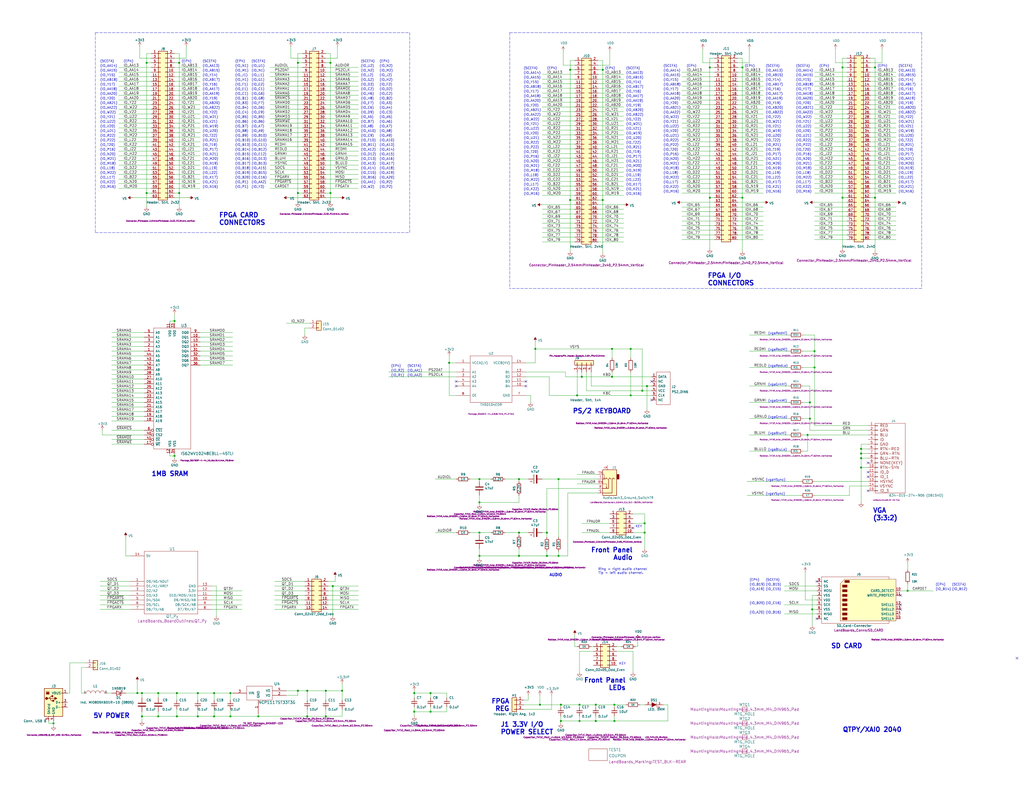
<source format=kicad_sch>
(kicad_sch (version 20211123) (generator eeschema)
  (paper "C")
  (title_block (title "FPGA-ITX-01") (date "2022-08-28") (rev "1") (company "land-boards.com") (comment 1 "FPGA ON ITX CARD"))
  (junction (at 344.17 190.5))
  (junction (at 405.13 107.95))
  (junction (at 495.3 322.58))
  (junction (at 350.52 213.36))
  (junction (at 317.5 205.74))
  (junction (at 292.1 190.5))
  (junction (at 306.07 393.7))
  (junction (at 459.74 36.83))
  (junction (at 116.84 391.16))
  (junction (at 316.23 393.7))
  (junction (at 304.8 303.53))
  (junction (at 86.36 378.46))
  (junction (at 325.12 393.7))
  (junction (at 86.36 391.16))
  (junction (at 80.01 34.29))
  (junction (at 328.93 38.1))
  (junction (at 441.96 219.71))
  (junction (at 177.8 391.16))
  (junction (at 234.95 378.46))
  (junction (at 226.06 388.62))
  (junction (at 314.96 215.9))
  (junction (at 77.47 378.46))
  (junction (at 283.21 290.83))
  (junction (at 444.5 191.77))
  (junction (at 387.35 107.95))
  (junction (at 245.11 198.12))
  (junction (at 125.73 378.46))
  (junction (at 107.95 391.16))
  (junction (at 226.06 378.46))
  (junction (at 261.62 303.53))
  (junction (at 441.96 228.6))
  (junction (at 469.9 247.65))
  (junction (at 74.93 378.46))
  (junction (at 469.9 255.27))
  (junction (at 162.56 34.29))
  (junction (at 95.25 175.26))
  (junction (at 459.74 107.95))
  (junction (at 316.23 384.81))
  (junction (at 96.52 378.46))
  (junction (at 140.97 391.16))
  (junction (at 77.47 391.16))
  (junction (at 186.69 377.19))
  (junction (at 304.8 261.62))
  (junction (at 180.34 34.29))
  (junction (at 444.5 200.66))
  (junction (at 95.25 248.92))
  (junction (at 335.28 393.7))
  (junction (at 311.15 38.1))
  (junction (at 328.93 109.22))
  (junction (at 351.79 285.75))
  (junction (at 180.34 105.41))
  (junction (at 96.52 391.16))
  (junction (at 107.95 378.46))
  (junction (at 294.64 384.81))
  (junction (at 261.62 290.83))
  (junction (at 177.8 377.19))
  (junction (at 311.15 109.22))
  (junction (at 116.84 378.46))
  (junction (at 405.13 36.83))
  (junction (at 162.56 377.19))
  (junction (at 29.21 394.97))
  (junction (at 334.01 190.5))
  (junction (at 261.62 261.62))
  (junction (at 306.07 384.81))
  (junction (at 334.01 205.74))
  (junction (at 125.73 391.16))
  (junction (at 167.64 391.16))
  (junction (at 298.45 290.83))
  (junction (at 353.06 210.82))
  (junction (at 167.64 377.19))
  (junction (at 97.79 105.41))
  (junction (at 181.61 320.04))
  (junction (at 387.35 36.83))
  (junction (at 477.52 36.83))
  (junction (at 440.69 237.49))
  (junction (at 261.62 274.32))
  (junction (at 335.28 384.81))
  (junction (at 351.79 290.83))
  (junction (at 283.21 303.53))
  (junction (at 162.56 105.41))
  (junction (at 234.95 388.62))
  (junction (at 469.9 245.11))
  (junction (at 325.12 384.81))
  (junction (at 97.79 34.29))
  (junction (at 283.21 261.62))
  (junction (at 477.52 107.95))
  (junction (at 443.23 332.74))
  (junction (at 469.9 250.19))
  (junction (at 298.45 303.53))
  (junction (at 344.17 215.9))
  (junction (at 80.01 105.41))
  (no_connect (at 248.92 208.28))
  (no_connect (at 248.92 210.82))
  (no_connect (at 287.02 210.82))
  (no_connect (at 287.02 208.28))
  (no_connect (at 554.99 359.41))
  (no_connect (at 345.44 288.29))
  (no_connect (at 445.77 317.5))
  (no_connect (at 473.71 267.97))
  (no_connect (at 491.49 325.12))
  (no_connect (at 491.49 330.2))
  (no_connect (at 355.6 218.44))
  (no_connect (at 473.71 260.35))
  (no_connect (at 491.49 332.74))
  (no_connect (at 355.6 208.28))
  (no_connect (at 445.77 337.82))
  (no_connect (at 473.71 252.73))
  (no_connect (at 473.71 257.81))
  (wire (pts (xy 443.23 325.12) (xy 443.23 332.74)))
  (wire (pts (xy 462.28 67.31) (xy 444.5 67.31)))
  (wire (pts (xy 77.47 378.46) (xy 77.47 381)))
  (polyline (pts (xy 278.13 17.78) (xy 278.13 157.48)))
  (wire (pts (xy 156.21 176.53) (xy 168.91 176.53)))
  (wire (pts (xy 195.58 39.37) (xy 177.8 39.37)))
  (wire (pts (xy 107.95 387.35) (xy 107.95 391.16)))
  (wire (pts (xy 389.89 77.47) (xy 372.11 77.47)))
  (wire (pts (xy 316.23 393.7) (xy 325.12 393.7)))
  (wire (pts (xy 92.71 175.26) (xy 95.25 175.26)))
  (wire (pts (xy 459.74 107.95) (xy 459.74 135.89)))
  (wire (pts (xy 322.58 353.06) (xy 323.85 353.06)))
  (wire (pts (xy 165.1 64.77) (xy 147.32 64.77)))
  (wire (pts (xy 64.77 52.07) (xy 82.55 52.07)))
  (wire (pts (xy 298.45 290.83) (xy 298.45 266.7)))
  (wire (pts (xy 179.07 320.04) (xy 181.61 320.04)))
  (wire (pts (xy 402.59 130.81) (xy 416.56 130.81)))
  (wire (pts (xy 195.58 97.79) (xy 177.8 97.79)))
  (wire (pts (xy 109.22 62.23) (xy 95.25 62.23)))
  (wire (pts (xy 181.61 320.04) (xy 195.58 320.04)))
  (wire (pts (xy 469.9 250.19) (xy 469.9 255.27)))
  (wire (pts (xy 441.96 210.82) (xy 438.15 210.82)))
  (wire (pts (xy 444.5 130.81) (xy 462.28 130.81)))
  (wire (pts (xy 473.71 242.57) (xy 469.9 242.57)))
  (wire (pts (xy 416.56 64.77) (xy 402.59 64.77)))
  (wire (pts (xy 77.47 378.46) (xy 86.36 378.46)))
  (wire (pts (xy 165.1 39.37) (xy 147.32 39.37)))
  (wire (pts (xy 389.89 69.85) (xy 372.11 69.85)))
  (wire (pts (xy 462.28 72.39) (xy 444.5 72.39)))
  (wire (pts (xy 340.36 60.96) (xy 326.39 60.96)))
  (wire (pts (xy 444.5 270.51) (xy 463.55 270.51)))
  (wire (pts (xy 127 191.77) (xy 109.22 191.77)))
  (wire (pts (xy 340.36 68.58) (xy 326.39 68.58)))
  (wire (pts (xy 299.72 205.74) (xy 299.72 215.9)))
  (wire (pts (xy 78.74 191.77) (xy 60.96 191.77)))
  (wire (pts (xy 462.28 82.55) (xy 444.5 82.55)))
  (wire (pts (xy 389.89 90.17) (xy 372.11 90.17)))
  (wire (pts (xy 340.36 88.9) (xy 326.39 88.9)))
  (wire (pts (xy 416.56 69.85) (xy 402.59 69.85)))
  (wire (pts (xy 78.74 184.15) (xy 60.96 184.15)))
  (wire (pts (xy 316.23 384.81) (xy 316.23 386.08)))
  (wire (pts (xy 116.84 387.35) (xy 116.84 391.16)))
  (wire (pts (xy 463.55 270.51) (xy 463.55 265.43)))
  (wire (pts (xy 165.1 87.63) (xy 147.32 87.63)))
  (wire (pts (xy 109.22 85.09) (xy 95.25 85.09)))
  (wire (pts (xy 389.89 92.71) (xy 372.11 92.71)))
  (wire (pts (xy 326.39 45.72) (xy 340.36 45.72)))
  (wire (pts (xy 195.58 44.45) (xy 177.8 44.45)))
  (wire (pts (xy 109.22 95.25) (xy 95.25 95.25)))
  (wire (pts (xy 177.8 391.16) (xy 177.8 387.35)))
  (wire (pts (xy 402.59 34.29) (xy 408.94 34.29)))
  (wire (pts (xy 309.88 269.24) (xy 326.39 269.24)))
  (wire (pts (xy 179.07 322.58) (xy 195.58 322.58)))
  (wire (pts (xy 177.8 377.19) (xy 186.69 377.19)))
  (wire (pts (xy 285.75 387.35) (xy 300.99 387.35)))
  (wire (pts (xy 326.39 33.02) (xy 328.93 33.02)))
  (wire (pts (xy 389.89 105.41) (xy 372.11 105.41)))
  (wire (pts (xy 459.74 36.83) (xy 459.74 107.95)))
  (wire (pts (xy 157.48 107.95) (xy 165.1 107.95)))
  (wire (pts (xy 195.58 64.77) (xy 177.8 64.77)))
  (wire (pts (xy 195.58 67.31) (xy 177.8 67.31)))
  (wire (pts (xy 64.77 36.83) (xy 82.55 36.83)))
  (wire (pts (xy 147.32 77.47) (xy 165.1 77.47)))
  (wire (pts (xy 474.98 115.57) (xy 488.95 115.57)))
  (wire (pts (xy 462.28 36.83) (xy 459.74 36.83)))
  (wire (pts (xy 38.1 378.46) (xy 38.1 361.95)))
  (wire (pts (xy 58.42 378.46) (xy 60.96 378.46)))
  (wire (pts (xy 416.56 62.23) (xy 402.59 62.23)))
  (wire (pts (xy 195.58 41.91) (xy 177.8 41.91)))
  (wire (pts (xy 326.39 35.56) (xy 332.74 35.56)))
  (wire (pts (xy 149.86 320.04) (xy 166.37 320.04)))
  (wire (pts (xy 405.13 107.95) (xy 405.13 137.16)))
  (wire (pts (xy 444.5 46.99) (xy 462.28 46.99)))
  (wire (pts (xy 474.98 54.61) (xy 488.95 54.61)))
  (wire (pts (xy 325.12 393.7) (xy 335.28 393.7)))
  (wire (pts (xy 180.34 29.21) (xy 180.34 34.29)))
  (wire (pts (xy 495.3 318.77) (xy 495.3 322.58)))
  (wire (pts (xy 283.21 261.62) (xy 283.21 262.89)))
  (wire (pts (xy 295.91 48.26) (xy 313.69 48.26)))
  (wire (pts (xy 389.89 67.31) (xy 372.11 67.31)))
  (wire (pts (xy 97.79 105.41) (xy 97.79 113.03)))
  (wire (pts (xy 177.8 105.41) (xy 180.34 105.41)))
  (wire (pts (xy 326.39 111.76) (xy 340.36 111.76)))
  (wire (pts (xy 351.79 290.83) (xy 351.79 299.72)))
  (wire (pts (xy 383.54 34.29) (xy 383.54 26.67)))
  (wire (pts (xy 165.1 97.79) (xy 147.32 97.79)))
  (wire (pts (xy 334.01 190.5) (xy 292.1 190.5)))
  (wire (pts (xy 179.07 330.2) (xy 195.58 330.2)))
  (wire (pts (xy 127 199.39) (xy 109.22 199.39)))
  (wire (pts (xy 109.22 69.85) (xy 95.25 69.85)))
  (wire (pts (xy 295.91 116.84) (xy 313.69 116.84)))
  (wire (pts (xy 107.95 378.46) (xy 107.95 382.27)))
  (wire (pts (xy 29.21 394.97) (xy 26.67 394.97)))
  (wire (pts (xy 430.53 210.82) (xy 408.94 210.82)))
  (wire (pts (xy 351.79 285.75) (xy 351.79 290.83)))
  (wire (pts (xy 314.96 259.08) (xy 326.39 259.08)))
  (wire (pts (xy 444.5 232.41) (xy 444.5 200.66)))
  (wire (pts (xy 313.69 101.6) (xy 295.91 101.6)))
  (wire (pts (xy 95.25 44.45) (xy 109.22 44.45)))
  (wire (pts (xy 306.07 393.7) (xy 306.07 394.97)))
  (wire (pts (xy 294.64 384.81) (xy 306.07 384.81)))
  (wire (pts (xy 326.39 50.8) (xy 340.36 50.8)))
  (wire (pts (xy 462.28 107.95) (xy 459.74 107.95)))
  (wire (pts (xy 166.37 179.07) (xy 166.37 182.88)))
  (wire (pts (xy 181.61 320.04) (xy 181.61 336.55)))
  (wire (pts (xy 462.28 105.41) (xy 444.5 105.41)))
  (wire (pts (xy 234.95 378.46) (xy 234.95 381)))
  (wire (pts (xy 95.25 31.75) (xy 101.6 31.75)))
  (wire (pts (xy 340.36 91.44) (xy 326.39 91.44)))
  (wire (pts (xy 78.74 217.17) (xy 60.96 217.17)))
  (wire (pts (xy 313.69 353.06) (xy 314.96 353.06)))
  (wire (pts (xy 212.09 205.74) (xy 248.92 205.74)))
  (wire (pts (xy 195.58 77.47) (xy 177.8 77.47)))
  (wire (pts (xy 82.55 31.75) (xy 76.2 31.75)))
  (wire (pts (xy 488.95 87.63) (xy 474.98 87.63)))
  (wire (pts (xy 177.8 391.16) (xy 186.69 391.16)))
  (wire (pts (xy 226.06 388.62) (xy 226.06 391.16)))
  (wire (pts (xy 488.95 69.85) (xy 474.98 69.85)))
  (wire (pts (xy 177.8 377.19) (xy 177.8 382.27)))
  (wire (pts (xy 309.88 269.24) (xy 309.88 303.53)))
  (wire (pts (xy 82.55 82.55) (xy 64.77 82.55)))
  (wire (pts (xy 473.71 250.19) (xy 469.9 250.19)))
  (wire (pts (xy 372.11 54.61) (xy 389.89 54.61)))
  (wire (pts (xy 441.96 210.82) (xy 441.96 219.71)))
  (wire (pts (xy 195.58 54.61) (xy 177.8 54.61)))
  (wire (pts (xy 445.77 320.04) (xy 427.99 320.04)))
  (wire (pts (xy 430.53 200.66) (xy 408.94 200.66)))
  (wire (pts (xy 95.25 49.53) (xy 109.22 49.53)))
  (wire (pts (xy 95.25 52.07) (xy 109.22 52.07)))
  (wire (pts (xy 335.28 384.81) (xy 341.63 384.81)))
  (wire (pts (xy 402.59 125.73) (xy 416.56 125.73)))
  (wire (pts (xy 328.93 33.02) (xy 328.93 38.1)))
  (wire (pts (xy 364.49 393.7) (xy 364.49 384.81)))
  (wire (pts (xy 292.1 186.69) (xy 292.1 190.5)))
  (wire (pts (xy 325.12 384.81) (xy 325.12 386.08)))
  (wire (pts (xy 54.61 317.5) (xy 71.12 317.5)))
  (wire (pts (xy 474.98 110.49) (xy 488.95 110.49)))
  (wire (pts (xy 389.89 100.33) (xy 372.11 100.33)))
  (wire (pts (xy 416.56 102.87) (xy 402.59 102.87)))
  (wire (pts (xy 149.86 322.58) (xy 166.37 322.58)))
  (wire (pts (xy 389.89 87.63) (xy 372.11 87.63)))
  (wire (pts (xy 165.1 34.29) (xy 162.56 34.29)))
  (wire (pts (xy 109.22 97.79) (xy 95.25 97.79)))
  (wire (pts (xy 115.57 332.74) (xy 132.08 332.74)))
  (wire (pts (xy 125.73 387.35) (xy 125.73 391.16)))
  (wire (pts (xy 116.84 378.46) (xy 116.84 382.27)))
  (wire (pts (xy 372.11 130.81) (xy 389.89 130.81)))
  (wire (pts (xy 261.62 303.53) (xy 283.21 303.53)))
  (wire (pts (xy 226.06 378.46) (xy 234.95 378.46)))
  (wire (pts (xy 77.47 391.16) (xy 77.47 393.7)))
  (wire (pts (xy 283.21 261.62) (xy 288.29 261.62)))
  (wire (pts (xy 165.1 67.31) (xy 147.32 67.31)))
  (wire (pts (xy 226.06 388.62) (xy 234.95 388.62)))
  (wire (pts (xy 340.36 106.68) (xy 326.39 106.68)))
  (wire (pts (xy 405.13 36.83) (xy 405.13 107.95)))
  (wire (pts (xy 288.29 382.27) (xy 288.29 379.73)))
  (wire (pts (xy 82.55 92.71) (xy 64.77 92.71)))
  (wire (pts (xy 488.95 80.01) (xy 474.98 80.01)))
  (wire (pts (xy 298.45 303.53) (xy 304.8 303.53)))
  (wire (pts (xy 372.11 49.53) (xy 389.89 49.53)))
  (wire (pts (xy 261.62 261.62) (xy 267.97 261.62)))
  (wire (pts (xy 320.04 213.36) (xy 320.04 203.2)))
  (wire (pts (xy 340.36 71.12) (xy 326.39 71.12)))
  (wire (pts (xy 283.21 299.72) (xy 283.21 303.53)))
  (wire (pts (xy 441.96 219.71) (xy 438.15 219.71)))
  (wire (pts (xy 78.74 229.87) (xy 60.96 229.87)))
  (wire (pts (xy 345.44 285.75) (xy 351.79 285.75)))
  (wire (pts (xy 444.5 113.03) (xy 462.28 113.03)))
  (wire (pts (xy 474.98 130.81) (xy 488.95 130.81)))
  (wire (pts (xy 95.25 107.95) (xy 102.87 107.95)))
  (wire (pts (xy 101.6 31.75) (xy 101.6 25.4)))
  (wire (pts (xy 308.61 203.2) (xy 308.61 205.74)))
  (wire (pts (xy 313.69 33.02) (xy 311.15 33.02)))
  (wire (pts (xy 389.89 31.75) (xy 387.35 31.75)))
  (wire (pts (xy 177.8 107.95) (xy 185.42 107.95)))
  (wire (pts (xy 340.36 76.2) (xy 326.39 76.2)))
  (wire (pts (xy 416.56 74.93) (xy 402.59 74.93)))
  (wire (pts (xy 261.62 303.53) (xy 261.62 304.8)))
  (wire (pts (xy 109.22 77.47) (xy 95.25 77.47)))
  (wire (pts (xy 96.52 391.16) (xy 96.52 387.35)))
  (wire (pts (xy 416.56 90.17) (xy 402.59 90.17)))
  (wire (pts (xy 313.69 109.22) (xy 311.15 109.22)))
  (wire (pts (xy 307.34 35.56) (xy 307.34 27.94)))
  (wire (pts (xy 95.25 175.26) (xy 95.25 176.53)))
  (wire (pts (xy 455.93 34.29) (xy 455.93 26.67)))
  (wire (pts (xy 444.5 120.65) (xy 462.28 120.65)))
  (wire (pts (xy 462.28 69.85) (xy 444.5 69.85)))
  (wire (pts (xy 165.1 74.93) (xy 147.32 74.93)))
  (wire (pts (xy 295.91 45.72) (xy 313.69 45.72)))
  (wire (pts (xy 316.23 384.81) (xy 325.12 384.81)))
  (wire (pts (xy 109.22 82.55) (xy 95.25 82.55)))
  (wire (pts (xy 95.25 247.65) (xy 95.25 248.92)))
  (wire (pts (xy 78.74 196.85) (xy 60.96 196.85)))
  (wire (pts (xy 416.56 59.69) (xy 402.59 59.69)))
  (wire (pts (xy 195.58 62.23) (xy 177.8 62.23)))
  (wire (pts (xy 295.91 43.18) (xy 313.69 43.18)))
  (wire (pts (xy 109.22 80.01) (xy 95.25 80.01)))
  (wire (pts (xy 416.56 95.25) (xy 402.59 95.25)))
  (wire (pts (xy 440.69 237.49) (xy 438.15 237.49)))
  (wire (pts (xy 326.39 119.38) (xy 340.36 119.38)))
  (wire (pts (xy 82.55 62.23) (xy 64.77 62.23)))
  (wire (pts (xy 474.98 107.95) (xy 477.52 107.95)))
  (wire (pts (xy 459.74 31.75) (xy 459.74 36.83)))
  (wire (pts (xy 488.95 59.69) (xy 474.98 59.69)))
  (wire (pts (xy 402.59 120.65) (xy 416.56 120.65)))
  (wire (pts (xy 477.52 107.95) (xy 477.52 137.16)))
  (wire (pts (xy 474.98 44.45) (xy 488.95 44.45)))
  (wire (pts (xy 326.39 114.3) (xy 340.36 114.3)))
  (wire (pts (xy 177.8 85.09) (xy 195.58 85.09)))
  (wire (pts (xy 177.8 82.55) (xy 195.58 82.55)))
  (wire (pts (xy 177.8 31.75) (xy 184.15 31.75)))
  (wire (pts (xy 407.67 262.89) (xy 436.88 262.89)))
  (wire (pts (xy 72.39 107.95) (xy 82.55 107.95)))
  (wire (pts (xy 165.1 49.53) (xy 147.32 49.53)))
  (wire (pts (xy 389.89 95.25) (xy 372.11 95.25)))
  (wire (pts (xy 82.55 34.29) (xy 80.01 34.29)))
  (wire (pts (xy 444.5 262.89) (xy 473.71 262.89)))
  (wire (pts (xy 488.95 95.25) (xy 474.98 95.25)))
  (wire (pts (xy 167.64 377.19) (xy 177.8 377.19)))
  (wire (pts (xy 76.2 31.75) (xy 76.2 25.4)))
  (wire (pts (xy 167.64 391.16) (xy 167.64 387.35)))
  (wire (pts (xy 147.32 85.09) (xy 165.1 85.09)))
  (wire (pts (xy 226.06 386.08) (xy 226.06 388.62)))
  (wire (pts (xy 334.01 190.5) (xy 334.01 195.58)))
  (wire (pts (xy 125.73 391.16) (xy 140.97 391.16)))
  (wire (pts (xy 80.01 29.21) (xy 80.01 34.29)))
  (wire (pts (xy 78.74 227.33) (xy 60.96 227.33)))
  (wire (pts (xy 402.59 52.07) (xy 416.56 52.07)))
  (wire (pts (xy 95.25 39.37) (xy 109.22 39.37)))
  (wire (pts (xy 95.25 46.99) (xy 109.22 46.99)))
  (wire (pts (xy 295.91 114.3) (xy 313.69 114.3)))
  (wire (pts (xy 54.61 330.2) (xy 71.12 330.2)))
  (wire (pts (xy 340.36 81.28) (xy 326.39 81.28)))
  (wire (pts (xy 444.5 52.07) (xy 462.28 52.07)))
  (wire (pts (xy 109.22 92.71) (xy 95.25 92.71)))
  (wire (pts (xy 95.25 36.83) (xy 109.22 36.83)))
  (wire (pts (xy 355.6 213.36) (xy 350.52 213.36)))
  (wire (pts (xy 416.56 87.63) (xy 402.59 87.63)))
  (wire (pts (xy 82.55 85.09) (xy 64.77 85.09)))
  (wire (pts (xy 109.22 74.93) (xy 95.25 74.93)))
  (wire (pts (xy 488.95 67.31) (xy 474.98 67.31)))
  (wire (pts (xy 68.58 293.37) (xy 68.58 303.53)))
  (wire (pts (xy 473.71 237.49) (xy 440.69 237.49)))
  (wire (pts (xy 469.9 255.27) (xy 469.9 274.32)))
  (wire (pts (xy 347.98 353.06) (xy 346.71 353.06)))
  (wire (pts (xy 335.28 384.81) (xy 335.28 386.08)))
  (wire (pts (xy 372.11 110.49) (xy 389.89 110.49)))
  (wire (pts (xy 168.91 179.07) (xy 166.37 179.07)))
  (wire (pts (xy 314.96 264.16) (xy 326.39 264.16)))
  (wire (pts (xy 335.28 393.7) (xy 364.49 393.7)))
  (wire (pts (xy 82.55 95.25) (xy 64.77 95.25)))
  (wire (pts (xy 344.17 203.2) (xy 344.17 215.9)))
  (wire (pts (xy 326.39 132.08) (xy 340.36 132.08)))
  (wire (pts (xy 326.39 121.92) (xy 340.36 121.92)))
  (wire (pts (xy 64.77 39.37) (xy 82.55 39.37)))
  (wire (pts (xy 78.74 240.03) (xy 60.96 240.03)))
  (wire (pts (xy 78.74 212.09) (xy 60.96 212.09)))
  (wire (pts (xy 389.89 36.83) (xy 387.35 36.83)))
  (wire (pts (xy 326.39 38.1) (xy 328.93 38.1)))
  (wire (pts (xy 462.28 90.17) (xy 444.5 90.17)))
  (wire (pts (xy 295.91 132.08) (xy 313.69 132.08)))
  (wire (pts (xy 462.28 77.47) (xy 444.5 77.47)))
  (wire (pts (xy 300.99 387.35) (xy 300.99 379.73)))
  (wire (pts (xy 322.58 203.2) (xy 322.58 210.82)))
  (wire (pts (xy 313.69 35.56) (xy 307.34 35.56)))
  (wire (pts (xy 389.89 82.55) (xy 372.11 82.55)))
  (wire (pts (xy 387.35 36.83) (xy 387.35 107.95)))
  (wire (pts (xy 306.07 391.16) (xy 306.07 393.7)))
  (wire (pts (xy 462.28 59.69) (xy 444.5 59.69)))
  (wire (pts (xy 195.58 72.39) (xy 177.8 72.39)))
  (wire (pts (xy 195.58 46.99) (xy 177.8 46.99)))
  (wire (pts (xy 462.28 31.75) (xy 459.74 31.75)))
  (wire (pts (xy 313.69 96.52) (xy 295.91 96.52)))
  (wire (pts (xy 372.11 52.07) (xy 389.89 52.07)))
  (wire (pts (xy 179.07 327.66) (xy 195.58 327.66)))
  (wire (pts (xy 127 194.31) (xy 109.22 194.31)))
  (wire (pts (xy 78.74 237.49) (xy 55.88 237.49)))
  (wire (pts (xy 474.98 39.37) (xy 488.95 39.37)))
  (wire (pts (xy 347.98 349.25) (xy 347.98 353.06)))
  (wire (pts (xy 29.21 393.7) (xy 29.21 394.97)))
  (wire (pts (xy 314.96 203.2) (xy 314.96 215.9)))
  (wire (pts (xy 345.44 280.67) (xy 351.79 280.67)))
  (wire (pts (xy 462.28 85.09) (xy 444.5 85.09)))
  (wire (pts (xy 402.59 44.45) (xy 416.56 44.45)))
  (wire (pts (xy 95.25 248.92) (xy 95.25 250.19)))
  (wire (pts (xy 462.28 64.77) (xy 444.5 64.77)))
  (wire (pts (xy 364.49 384.81) (xy 361.95 384.81)))
  (wire (pts (xy 326.39 129.54) (xy 340.36 129.54)))
  (wire (pts (xy 86.36 378.46) (xy 86.36 381)))
  (wire (pts (xy 82.55 29.21) (xy 80.01 29.21)))
  (wire (pts (xy 389.89 85.09) (xy 372.11 85.09)))
  (wire (pts (xy 488.95 62.23) (xy 474.98 62.23)))
  (wire (pts (xy 55.88 237.49) (xy 55.88 234.95)))
  (wire (pts (xy 372.11 125.73) (xy 389.89 125.73)))
  (polyline (pts (xy 52.07 17.78) (xy 223.52 17.78)))
  (wire (pts (xy 109.22 100.33) (xy 95.25 100.33)))
  (wire (pts (xy 261.62 262.89) (xy 261.62 261.62)))
  (wire (pts (xy 313.69 78.74) (xy 295.91 78.74)))
  (wire (pts (xy 372.11 41.91) (xy 389.89 41.91)))
  (wire (pts (xy 313.69 86.36) (xy 295.91 86.36)))
  (wire (pts (xy 74.93 372.11) (xy 74.93 378.46)))
  (wire (pts (xy 389.89 34.29) (xy 383.54 34.29)))
  (wire (pts (xy 462.28 87.63) (xy 444.5 87.63)))
  (wire (pts (xy 78.74 222.25) (xy 60.96 222.25)))
  (wire (pts (xy 78.74 219.71) (xy 60.96 219.71)))
  (wire (pts (xy 314.96 215.9) (xy 344.17 215.9)))
  (wire (pts (xy 80.01 34.29) (xy 80.01 105.41)))
  (wire (pts (xy 430.53 191.77) (xy 408.94 191.77)))
  (wire (pts (xy 195.58 100.33) (xy 177.8 100.33)))
  (polyline (pts (xy 502.92 157.48) (xy 278.13 157.48)))
  (wire (pts (xy 488.95 57.15) (xy 474.98 57.15)))
  (wire (pts (xy 335.28 393.7) (xy 335.28 391.16)))
  (wire (pts (xy 82.55 80.01) (xy 64.77 80.01)))
  (wire (pts (xy 115.57 320.04) (xy 118.11 320.04)))
  (wire (pts (xy 261.62 290.83) (xy 267.97 290.83)))
  (wire (pts (xy 328.93 38.1) (xy 328.93 109.22)))
  (wire (pts (xy 243.84 378.46) (xy 243.84 381)))
  (wire (pts (xy 54.61 322.58) (xy 71.12 322.58)))
  (wire (pts (xy 82.55 74.93) (xy 64.77 74.93)))
  (wire (pts (xy 109.22 72.39) (xy 95.25 72.39)))
  (wire (pts (xy 162.56 377.19) (xy 167.64 377.19)))
  (wire (pts (xy 402.59 36.83) (xy 405.13 36.83)))
  (wire (pts (xy 474.98 31.75) (xy 477.52 31.75)))
  (wire (pts (xy 389.89 107.95) (xy 387.35 107.95)))
  (wire (pts (xy 416.56 105.41) (xy 402.59 105.41)))
  (wire (pts (xy 167.64 377.19) (xy 167.64 382.27)))
  (wire (pts (xy 445.77 325.12) (xy 443.23 325.12)))
  (wire (pts (xy 234.95 378.46) (xy 243.84 378.46)))
  (wire (pts (xy 165.1 36.83) (xy 147.32 36.83)))
  (wire (pts (xy 125.73 378.46) (xy 125.73 382.27)))
  (wire (pts (xy 287.02 203.2) (xy 308.61 203.2)))
  (wire (pts (xy 234.95 388.62) (xy 234.95 386.08)))
  (wire (pts (xy 165.1 102.87) (xy 147.32 102.87)))
  (wire (pts (xy 495.3 322.58) (xy 491.49 322.58)))
  (wire (pts (xy 389.89 74.93) (xy 372.11 74.93)))
  (wire (pts (xy 64.77 44.45) (xy 82.55 44.45)))
  (wire (pts (xy 45.72 378.46) (xy 44.45 378.46)))
  (wire (pts (xy 95.25 175.26) (xy 95.25 171.45)))
  (wire (pts (xy 344.17 215.9) (xy 355.6 215.9)))
  (wire (pts (xy 78.74 209.55) (xy 60.96 209.55)))
  (wire (pts (xy 180.34 34.29) (xy 180.34 105.41)))
  (wire (pts (xy 275.59 290.83) (xy 283.21 290.83)))
  (wire (pts (xy 115.57 325.12) (xy 132.08 325.12)))
  (wire (pts (xy 325.12 393.7) (xy 325.12 391.16)))
  (wire (pts (xy 64.77 41.91) (xy 82.55 41.91)))
  (wire (pts (xy 165.1 46.99) (xy 147.32 46.99)))
  (wire (pts (xy 256.54 261.62) (xy 261.62 261.62)))
  (wire (pts (xy 402.59 39.37) (xy 416.56 39.37)))
  (wire (pts (xy 444.5 191.77) (xy 438.15 191.77)))
  (wire (pts (xy 443.23 332.74) (xy 443.23 341.63)))
  (wire (pts (xy 165.1 41.91) (xy 147.32 41.91)))
  (wire (pts (xy 295.91 290.83) (xy 298.45 290.83)))
  (wire (pts (xy 444.5 128.27) (xy 462.28 128.27)))
  (wire (pts (xy 165.1 31.75) (xy 158.75 31.75)))
  (wire (pts (xy 295.91 55.88) (xy 313.69 55.88)))
  (wire (pts (xy 488.95 85.09) (xy 474.98 85.09)))
  (wire (pts (xy 474.98 34.29) (xy 481.33 34.29)))
  (wire (pts (xy 372.11 120.65) (xy 389.89 120.65)))
  (wire (pts (xy 95.25 29.21) (xy 97.79 29.21)))
  (wire (pts (xy 462.28 95.25) (xy 444.5 95.25)))
  (wire (pts (xy 445.77 332.74) (xy 443.23 332.74)))
  (wire (pts (xy 295.91 261.62) (xy 304.8 261.62)))
  (wire (pts (xy 95.25 41.91) (xy 109.22 41.91)))
  (wire (pts (xy 115.57 330.2) (xy 132.08 330.2)))
  (wire (pts (xy 54.61 327.66) (xy 71.12 327.66)))
  (wire (pts (xy 416.56 80.01) (xy 402.59 80.01)))
  (wire (pts (xy 445.77 327.66) (xy 439.42 327.66)))
  (wire (pts (xy 298.45 300.99) (xy 298.45 303.53)))
  (wire (pts (xy 147.32 80.01) (xy 165.1 80.01)))
  (wire (pts (xy 177.8 87.63) (xy 195.58 87.63)))
  (wire (pts (xy 444.5 44.45) (xy 462.28 44.45)))
  (wire (pts (xy 340.36 63.5) (xy 326.39 63.5)))
  (wire (pts (xy 304.8 261.62) (xy 326.39 261.62)))
  (wire (pts (xy 304.8 303.53) (xy 309.88 303.53)))
  (wire (pts (xy 416.56 77.47) (xy 402.59 77.47)))
  (wire (pts (xy 473.71 245.11) (xy 469.9 245.11)))
  (wire (pts (xy 295.91 53.34) (xy 313.69 53.34)))
  (wire (pts (xy 68.58 303.53) (xy 71.12 303.53)))
  (wire (pts (xy 313.69 346.71) (xy 313.69 353.06)))
  (wire (pts (xy 462.28 74.93) (xy 444.5 74.93)))
  (wire (pts (xy 462.28 57.15) (xy 444.5 57.15)))
  (wire (pts (xy 389.89 64.77) (xy 372.11 64.77)))
  (wire (pts (xy 95.25 105.41) (xy 97.79 105.41)))
  (wire (pts (xy 326.39 43.18) (xy 340.36 43.18)))
  (wire (pts (xy 165.1 100.33) (xy 147.32 100.33)))
  (wire (pts (xy 402.59 41.91) (xy 416.56 41.91)))
  (wire (pts (xy 147.32 82.55) (xy 165.1 82.55)))
  (wire (pts (xy 444.5 182.88) (xy 438.15 182.88)))
  (wire (pts (xy 344.17 190.5) (xy 344.17 195.58)))
  (wire (pts (xy 387.35 31.75) (xy 387.35 36.83)))
  (wire (pts (xy 295.91 121.92) (xy 313.69 121.92)))
  (wire (pts (xy 165.1 52.07) (xy 147.32 52.07)))
  (wire (pts (xy 82.55 97.79) (xy 64.77 97.79)))
  (polyline (pts (xy 52.07 127) (xy 223.52 127)))
  (wire (pts (xy 340.36 93.98) (xy 326.39 93.98)))
  (wire (pts (xy 86.36 388.62) (xy 86.36 391.16)))
  (wire (pts (xy 92.71 176.53) (xy 92.71 175.26)))
  (wire (pts (xy 86.36 378.46) (xy 96.52 378.46)))
  (wire (pts (xy 261.62 274.32) (xy 261.62 275.59)))
  (wire (pts (xy 82.55 102.87) (xy 64.77 102.87)))
  (wire (pts (xy 313.69 81.28) (xy 295.91 81.28)))
  (wire (pts (xy 149.86 325.12) (xy 166.37 325.12)))
  (wire (pts (xy 326.39 55.88) (xy 340.36 55.88)))
  (wire (pts (xy 149.86 317.5) (xy 166.37 317.5)))
  (wire (pts (xy 156.21 379.73) (xy 162.56 379.73)))
  (wire (pts (xy 165.1 44.45) (xy 147.32 44.45)))
  (wire (pts (xy 295.91 129.54) (xy 313.69 129.54)))
  (wire (pts (xy 326.39 116.84) (xy 340.36 116.84)))
  (wire (pts (xy 195.58 57.15) (xy 177.8 57.15)))
  (wire (pts (xy 292.1 190.5) (xy 292.1 198.12)))
  (wire (pts (xy 313.69 38.1) (xy 311.15 38.1)))
  (wire (pts (xy 177.8 29.21) (xy 180.34 29.21)))
  (wire (pts (xy 109.22 90.17) (xy 95.25 90.17)))
  (wire (pts (xy 372.11 113.03) (xy 389.89 113.03)))
  (wire (pts (xy 408.94 246.38) (xy 430.53 246.38)))
  (wire (pts (xy 80.01 105.41) (xy 80.01 113.03)))
  (wire (pts (xy 140.97 389.89) (xy 140.97 391.16)))
  (wire (pts (xy 292.1 198.12) (xy 287.02 198.12)))
  (wire (pts (xy 438.15 228.6) (xy 441.96 228.6)))
  (wire (pts (xy 162.56 379.73) (xy 162.56 377.19)))
  (wire (pts (xy 474.98 128.27) (xy 488.95 128.27)))
  (wire (pts (xy 350.52 190.5) (xy 350.52 213.36)))
  (wire (pts (xy 283.21 303.53) (xy 298.45 303.53)))
  (wire (pts (xy 92.71 248.92) (xy 92.71 247.65)))
  (wire (pts (xy 149.86 332.74) (xy 166.37 332.74)))
  (wire (pts (xy 372.11 44.45) (xy 389.89 44.45)))
  (wire (pts (xy 313.69 60.96) (xy 295.91 60.96)))
  (wire (pts (xy 295.91 127) (xy 313.69 127)))
  (wire (pts (xy 389.89 62.23) (xy 372.11 62.23)))
  (wire (pts (xy 317.5 285.75) (xy 332.74 285.75)))
  (wire (pts (xy 334.01 203.2) (xy 334.01 205.74)))
  (wire (pts (xy 165.1 62.23) (xy 147.32 62.23)))
  (wire (pts (xy 430.53 219.71) (xy 408.94 219.71)))
  (wire (pts (xy 306.07 384.81) (xy 316.23 384.81)))
  (wire (pts (xy 488.95 72.39) (xy 474.98 72.39)))
  (wire (pts (xy 416.56 92.71) (xy 402.59 92.71)))
  (wire (pts (xy 68.58 378.46) (xy 74.93 378.46)))
  (wire (pts (xy 195.58 49.53) (xy 177.8 49.53)))
  (wire (pts (xy 372.11 39.37) (xy 389.89 39.37)))
  (wire (pts (xy 340.36 73.66) (xy 326.39 73.66)))
  (wire (pts (xy 82.55 69.85) (xy 64.77 69.85)))
  (wire (pts (xy 389.89 80.01) (xy 372.11 80.01)))
  (wire (pts (xy 340.36 58.42) (xy 326.39 58.42)))
  (wire (pts (xy 444.5 125.73) (xy 462.28 125.73)))
  (wire (pts (xy 109.22 67.31) (xy 95.25 67.31)))
  (wire (pts (xy 444.5 39.37) (xy 462.28 39.37)))
  (wire (pts (xy 441.96 228.6) (xy 441.96 219.71)))
  (wire (pts (xy 462.28 97.79) (xy 444.5 97.79)))
  (wire (pts (xy 82.55 90.17) (xy 64.77 90.17)))
  (wire (pts (xy 438.15 246.38) (xy 440.69 246.38)))
  (wire (pts (xy 462.28 92.71) (xy 444.5 92.71)))
  (wire (pts (xy 162.56 34.29) (xy 162.56 105.41)))
  (wire (pts (xy 289.56 215.9) (xy 289.56 219.71)))
  (wire (pts (xy 313.69 71.12) (xy 295.91 71.12)))
  (wire (pts (xy 78.74 186.69) (xy 60.96 186.69)))
  (wire (pts (xy 64.77 46.99) (xy 82.55 46.99)))
  (wire (pts (xy 82.55 100.33) (xy 64.77 100.33)))
  (wire (pts (xy 340.36 86.36) (xy 326.39 86.36)))
  (wire (pts (xy 469.9 245.11) (xy 469.9 247.65)))
  (polyline (pts (xy 278.13 17.78) (xy 502.92 17.78)))
  (wire (pts (xy 416.56 100.33) (xy 402.59 100.33)))
  (wire (pts (xy 389.89 97.79) (xy 372.11 97.79)))
  (wire (pts (xy 351.79 280.67) (xy 351.79 285.75)))
  (wire (pts (xy 186.69 391.16) (xy 186.69 387.35)))
  (wire (pts (xy 78.74 199.39) (xy 60.96 199.39)))
  (polyline (pts (xy 502.92 17.78) (xy 502.92 157.48)))
  (wire (pts (xy 149.86 330.2) (xy 166.37 330.2)))
  (wire (pts (xy 212.09 203.2) (xy 248.92 203.2)))
  (wire (pts (xy 328.93 109.22) (xy 328.93 138.43)))
  (wire (pts (xy 416.56 85.09) (xy 402.59 85.09)))
  (wire (pts (xy 345.44 290.83) (xy 351.79 290.83)))
  (wire (pts (xy 488.95 90.17) (xy 474.98 90.17)))
  (wire (pts (xy 325.12 384.81) (xy 335.28 384.81)))
  (wire (pts (xy 116.84 378.46) (xy 107.95 378.46)))
  (wire (pts (xy 474.98 52.07) (xy 488.95 52.07)))
  (wire (pts (xy 44.45 364.49) (xy 46.99 364.49)))
  (wire (pts (xy 311.15 38.1) (xy 311.15 109.22)))
  (wire (pts (xy 96.52 391.16) (xy 86.36 391.16)))
  (wire (pts (xy 295.91 124.46) (xy 313.69 124.46)))
  (wire (pts (xy 36.83 378.46) (xy 38.1 378.46)))
  (wire (pts (xy 469.9 242.57) (xy 469.9 245.11)))
  (wire (pts (xy 177.8 34.29) (xy 180.34 34.29)))
  (wire (pts (xy 149.86 327.66) (xy 166.37 327.66)))
  (wire (pts (xy 340.36 99.06) (xy 326.39 99.06)))
  (wire (pts (xy 469.9 247.65) (xy 469.9 250.19)))
  (wire (pts (xy 116.84 391.16) (xy 107.95 391.16)))
  (wire (pts (xy 473.71 255.27) (xy 469.9 255.27)))
  (wire (pts (xy 165.1 54.61) (xy 147.32 54.61)))
  (wire (pts (xy 462.28 62.23) (xy 444.5 62.23)))
  (wire (pts (xy 326.39 48.26) (xy 340.36 48.26)))
  (wire (pts (xy 488.95 82.55) (xy 474.98 82.55)))
  (wire (pts (xy 162.56 105.41) (xy 162.56 110.49)))
  (wire (pts (xy 165.1 57.15) (xy 147.32 57.15)))
  (wire (pts (xy 323.85 355.6) (xy 316.23 355.6)))
  (wire (pts (xy 245.11 198.12) (xy 248.92 198.12)))
  (wire (pts (xy 82.55 87.63) (xy 64.77 87.63)))
  (wire (pts (xy 165.1 105.41) (xy 162.56 105.41)))
  (wire (pts (xy 349.25 384.81) (xy 351.79 384.81)))
  (wire (pts (xy 234.95 388.62) (xy 243.84 388.62)))
  (wire (pts (xy 78.74 242.57) (xy 60.96 242.57)))
  (wire (pts (xy 407.67 270.51) (xy 436.88 270.51)))
  (wire (pts (xy 444.5 118.11) (xy 462.28 118.11)))
  (wire (pts (xy 74.93 378.46) (xy 77.47 378.46)))
  (wire (pts (xy 54.61 320.04) (xy 71.12 320.04)))
  (wire (pts (xy 248.92 215.9) (xy 245.11 215.9)))
  (wire (pts (xy 438.15 200.66) (xy 444.5 200.66)))
  (wire (pts (xy 127 196.85) (xy 109.22 196.85)))
  (wire (pts (xy 287.02 205.74) (xy 299.72 205.74)))
  (wire (pts (xy 298.45 290.83) (xy 298.45 293.37)))
  (wire (pts (xy 340.36 83.82) (xy 326.39 83.82)))
  (wire (pts (xy 82.55 105.41) (xy 80.01 105.41)))
  (wire (pts (xy 408.94 34.29) (xy 408.94 26.67)))
  (wire (pts (xy 474.98 113.03) (xy 488.95 113.03)))
  (wire (pts (xy 165.1 90.17) (xy 147.32 90.17)))
  (wire (pts (xy 474.98 123.19) (xy 488.95 123.19)))
  (wire (pts (xy 402.59 54.61) (xy 416.56 54.61)))
  (wire (pts (xy 313.69 99.06) (xy 295.91 99.06)))
  (wire (pts (xy 444.5 182.88) (xy 444.5 191.77)))
  (wire (pts (xy 444.5 200.66) (xy 444.5 191.77)))
  (wire (pts (xy 462.28 80.01) (xy 444.5 80.01)))
  (wire (pts (xy 26.67 394.97) (xy 26.67 393.7)))
  (wire (pts (xy 78.74 204.47) (xy 60.96 204.47)))
  (wire (pts (xy 226.06 378.46) (xy 226.06 381)))
  (wire (pts (xy 430.53 182.88) (xy 408.94 182.88)))
  (wire (pts (xy 82.55 64.77) (xy 64.77 64.77)))
  (wire (pts (xy 488.95 102.87) (xy 474.98 102.87)))
  (wire (pts (xy 353.06 210.82) (xy 353.06 223.52)))
  (wire (pts (xy 416.56 67.31) (xy 402.59 67.31)))
  (wire (pts (xy 326.39 109.22) (xy 328.93 109.22)))
  (wire (pts (xy 306.07 384.81) (xy 306.07 386.08)))
  (wire (pts (xy 355.6 210.82) (xy 353.06 210.82)))
  (wire (pts (xy 180.34 105.41) (xy 180.34 110.49)))
  (wire (pts (xy 313.69 106.68) (xy 295.91 106.68)))
  (wire (pts (xy 109.22 57.15) (xy 95.25 57.15)))
  (wire (pts (xy 54.61 325.12) (xy 71.12 325.12)))
  (wire (pts (xy 82.55 77.47) (xy 64.77 77.47)))
  (wire (pts (xy 313.69 83.82) (xy 295.91 83.82)))
  (wire (pts (xy 473.71 232.41) (xy 444.5 232.41)))
  (wire (pts (xy 295.91 40.64) (xy 313.69 40.64)))
  (wire (pts (xy 326.39 40.64) (xy 340.36 40.64)))
  (wire (pts (xy 179.07 325.12) (xy 195.58 325.12)))
  (wire (pts (xy 389.89 102.87) (xy 372.11 102.87)))
  (wire (pts (xy 127 181.61) (xy 109.22 181.61)))
  (wire (pts (xy 261.62 274.32) (xy 283.21 274.32)))
  (wire (pts (xy 78.74 201.93) (xy 60.96 201.93)))
  (wire (pts (xy 462.28 100.33) (xy 444.5 100.33)))
  (wire (pts (xy 237.49 261.62) (xy 248.92 261.62)))
  (wire (pts (xy 304.8 261.62) (xy 304.8 293.37)))
  (wire (pts (xy 402.59 107.95) (xy 405.13 107.95)))
  (wire (pts (xy 340.36 101.6) (xy 326.39 101.6)))
  (wire (pts (xy 298.45 266.7) (xy 326.39 266.7)))
  (wire (pts (xy 261.62 299.72) (xy 261.62 303.53)))
  (wire (pts (xy 165.1 92.71) (xy 147.32 92.71)))
  (wire (pts (xy 195.58 102.87) (xy 177.8 102.87)))
  (wire (pts (xy 256.54 290.83) (xy 261.62 290.83)))
  (wire (pts (xy 402.59 49.53) (xy 416.56 49.53)))
  (wire (pts (xy 387.35 107.95) (xy 387.35 135.89)))
  (wire (pts (xy 332.74 35.56) (xy 332.74 27.94)))
  (wire (pts (xy 402.59 118.11) (xy 416.56 118.11)))
  (wire (pts (xy 313.69 91.44) (xy 295.91 91.44)))
  (wire (pts (xy 440.69 246.38) (xy 440.69 237.49)))
  (wire (pts (xy 389.89 72.39) (xy 372.11 72.39)))
  (wire (pts (xy 474.98 49.53) (xy 488.95 49.53)))
  (wire (pts (xy 115.57 327.66) (xy 132.08 327.66)))
  (wire (pts (xy 127 186.69) (xy 109.22 186.69)))
  (wire (pts (xy 477.52 36.83) (xy 477.52 107.95)))
  (wire (pts (xy 402.59 110.49) (xy 416.56 110.49)))
  (wire (pts (xy 140.97 391.16) (xy 167.64 391.16)))
  (wire (pts (xy 275.59 261.62) (xy 283.21 261.62)))
  (wire (pts (xy 416.56 97.79) (xy 402.59 97.79)))
  (wire (pts (xy 488.95 105.41) (xy 474.98 105.41)))
  (wire (pts (xy 304.8 300.99) (xy 304.8 303.53)))
  (wire (pts (xy 195.58 52.07) (xy 177.8 52.07)))
  (wire (pts (xy 295.91 119.38) (xy 313.69 119.38)))
  (wire (pts (xy 78.74 214.63) (xy 60.96 214.63)))
  (wire (pts (xy 326.39 53.34) (xy 340.36 53.34)))
  (wire (pts (xy 430.53 228.6) (xy 408.94 228.6)))
  (wire (pts (xy 54.61 332.74) (xy 71.12 332.74)))
  (wire (pts (xy 372.11 115.57) (xy 389.89 115.57)))
  (wire (pts (xy 306.07 393.7) (xy 316.23 393.7)))
  (wire (pts (xy 195.58 90.17) (xy 177.8 90.17)))
  (wire (pts (xy 313.69 76.2) (xy 295.91 76.2)))
  (wire (pts (xy 313.69 68.58) (xy 295.91 68.58)))
  (wire (pts (xy 474.98 120.65) (xy 488.95 120.65)))
  (wire (pts (xy 97.79 29.21) (xy 97.79 34.29)))
  (wire (pts (xy 285.75 382.27) (xy 288.29 382.27)))
  (wire (pts (xy 313.69 58.42) (xy 295.91 58.42)))
  (wire (pts (xy 162.56 29.21) (xy 162.56 34.29)))
  (wire (pts (xy 245.11 198.12) (xy 245.11 215.9)))
  (wire (pts (xy 345.44 355.6) (xy 345.44 367.03)))
  (wire (pts (xy 78.74 181.61) (xy 60.96 181.61)))
  (wire (pts (xy 416.56 82.55) (xy 402.59 82.55)))
  (wire (pts (xy 243.84 388.62) (xy 243.84 386.08)))
  (wire (pts (xy 115.57 322.58) (xy 132.08 322.58)))
  (wire (pts (xy 82.55 59.69) (xy 64.77 59.69)))
  (wire (pts (xy 441.96 234.95) (xy 441.96 228.6)))
  (wire (pts (xy 107.95 391.16) (xy 96.52 391.16)))
  (wire (pts (xy 78.74 224.79) (xy 60.96 224.79)))
  (wire (pts (xy 332.74 290.83) (xy 317.5 290.83)))
  (wire (pts (xy 336.55 355.6) (xy 345.44 355.6)))
  (wire (pts (xy 372.11 46.99) (xy 389.89 46.99)))
  (wire (pts (xy 474.98 36.83) (xy 477.52 36.83)))
  (wire (pts (xy 237.49 290.83) (xy 248.92 290.83)))
  (wire (pts (xy 473.71 247.65) (xy 469.9 247.65)))
  (wire (pts (xy 82.55 72.39) (xy 64.77 72.39)))
  (wire (pts (xy 125.73 391.16) (xy 116.84 391.16)))
  (wire (pts (xy 313.69 63.5) (xy 295.91 63.5)))
  (wire (pts (xy 473.71 234.95) (xy 441.96 234.95)))
  (wire (pts (xy 308.61 205.74) (xy 317.5 205.74)))
  (wire (pts (xy 287.02 215.9) (xy 289.56 215.9)))
  (wire (pts (xy 316.23 355.6) (xy 316.23 367.03)))
  (wire (pts (xy 350.52 213.36) (xy 320.04 213.36)))
  (wire (pts (xy 477.52 31.75) (xy 477.52 36.83)))
  (wire (pts (xy 86.36 391.16) (xy 77.47 391.16)))
  (wire (pts (xy 488.95 77.47) (xy 474.98 77.47)))
  (wire (pts (xy 372.11 128.27) (xy 389.89 128.27)))
  (wire (pts (xy 109.22 59.69) (xy 95.25 59.69)))
  (wire (pts (xy 78.74 189.23) (xy 60.96 189.23)))
  (wire (pts (xy 285.75 384.81) (xy 294.64 384.81)))
  (wire (pts (xy 316.23 391.16) (xy 316.23 393.7)))
  (wire (pts (xy 195.58 74.93) (xy 177.8 74.93)))
  (wire (pts (xy 226.06 377.19) (xy 226.06 378.46)))
  (wire (pts (xy 283.21 290.83) (xy 288.29 290.83)))
  (wire (pts (xy 96.52 378.46) (xy 96.52 382.27)))
  (wire (pts (xy 509.27 322.58) (xy 495.3 322.58)))
  (wire (pts (xy 488.95 100.33) (xy 474.98 100.33)))
  (wire (pts (xy 299.72 215.9) (xy 314.96 215.9)))
  (wire (pts (xy 109.22 64.77) (xy 95.25 64.77)))
  (wire (pts (xy 195.58 59.69) (xy 177.8 59.69)))
  (wire (pts (xy 186.69 373.38) (xy 186.69 377.19)))
  (wire (pts (xy 109.22 54.61) (xy 95.25 54.61)))
  (wire (pts (xy 488.95 92.71) (xy 474.98 92.71)))
  (wire (pts (xy 107.95 378.46) (xy 96.52 378.46)))
  (wire (pts (xy 78.74 207.01) (xy 60.96 207.01)))
  (wire (pts (xy 195.58 36.83) (xy 177.8 36.83)))
  (wire (pts (xy 495.3 311.15) (xy 495.3 307.34)))
  (wire (pts (xy 322.58 210.82) (xy 353.06 210.82)))
  (wire (pts (xy 313.69 73.66) (xy 295.91 73.66)))
  (wire (pts (xy 474.98 46.99) (xy 488.95 46.99)))
  (wire (pts (xy 261.62 270.51) (xy 261.62 274.32)))
  (wire (pts (xy 158.75 31.75) (xy 158.75 25.4)))
  (wire (pts (xy 372.11 123.19) (xy 389.89 123.19)))
  (wire (pts (xy 444.5 41.91) (xy 462.28 41.91)))
  (wire (pts (xy 125.73 378.46) (xy 116.84 378.46)))
  (wire (pts (xy 156.21 377.19) (xy 162.56 377.19)))
  (wire (pts (xy 445.77 335.28) (xy 427.99 335.28)))
  (wire (pts (xy 283.21 270.51) (xy 283.21 274.32)))
  (wire (pts (xy 444.5 115.57) (xy 462.28 115.57)))
  (wire (pts (xy 462.28 102.87) (xy 444.5 102.87)))
  (wire (pts (xy 474.98 118.11) (xy 488.95 118.11)))
  (wire (pts (xy 326.39 124.46) (xy 340.36 124.46)))
  (wire (pts (xy 261.62 292.1) (xy 261.62 290.83)))
  (wire (pts (xy 165.1 69.85) (xy 147.32 69.85)))
  (wire (pts (xy 127 378.46) (xy 125.73 378.46)))
  (wire (pts (xy 336.55 353.06) (xy 339.09 353.06)))
  (wire (pts (xy 402.59 46.99) (xy 416.56 46.99)))
  (wire (pts (xy 78.74 194.31) (xy 60.96 194.31)))
  (wire (pts (xy 444.5 123.19) (xy 462.28 123.19)))
  (wire (pts (xy 416.56 57.15) (xy 402.59 57.15)))
  (wire (pts (xy 344.17 190.5) (xy 350.52 190.5)))
  (wire (pts (xy 389.89 57.15) (xy 372.11 57.15)))
  (wire (pts (xy 283.21 290.83) (xy 283.21 292.1)))
  (wire (pts (xy 245.11 194.31) (xy 245.11 198.12)))
  (wire (pts (xy 481.33 34.29) (xy 481.33 26.67)))
  (wire (pts (xy 317.5 203.2) (xy 317.5 205.74)))
  (wire (pts (xy 109.22 87.63) (xy 95.25 87.63)))
  (wire (pts (xy 177.8 80.01) (xy 195.58 80.01)))
  (wire (pts (xy 444.5 49.53) (xy 462.28 49.53)))
  (wire (pts (xy 444.5 54.61) (xy 462.28 54.61)))
  (wire (pts (xy 488.95 64.77) (xy 474.98 64.77)))
  (wire (pts (xy 195.58 92.71) (xy 177.8 92.71)))
  (wire (pts (xy 127 189.23) (xy 109.22 189.23)))
  (wire (pts (xy 195.58 69.85) (xy 177.8 69.85)))
  (wire (pts (xy 313.69 93.98) (xy 295.91 93.98)))
  (wire (pts (xy 416.56 72.39) (xy 402.59 72.39)))
  (wire (pts (xy 389.89 59.69) (xy 372.11 59.69)))
  (wire (pts (xy 167.64 391.16) (xy 177.8 391.16)))
  (wire (pts (xy 326.39 127) (xy 340.36 127)))
  (wire (pts (xy 402.59 113.03) (xy 416.56 113.03)))
  (wire (pts (xy 97.79 34.29) (xy 97.79 105.41)))
  (wire (pts (xy 463.55 265.43) (xy 473.71 265.43)))
  (wire (pts (xy 82.55 57.15) (xy 64.77 57.15)))
  (polyline (pts (xy 223.52 17.78) (xy 223.52 127)))
  (wire (pts (xy 439.42 327.66) (xy 439.42 312.42)))
  (wire (pts (xy 64.77 49.53) (xy 82.55 49.53)))
  (wire (pts (xy 95.25 34.29) (xy 97.79 34.29)))
  (wire (pts (xy 78.74 234.95) (xy 60.96 234.95)))
  (wire (pts (xy 29.21 394.97) (xy 29.21 396.24)))
  (wire (pts (xy 474.98 41.91) (xy 488.95 41.91)))
  (wire (pts (xy 109.22 102.87) (xy 95.25 102.87)))
  (wire (pts (xy 402.59 128.27) (xy 416.56 128.27)))
  (polyline (pts (xy 52.07 17.78) (xy 52.07 127)))
  (wire (pts (xy 372.11 118.11) (xy 389.89 118.11)))
  (wire (pts (xy 430.53 237.49) (xy 408.94 237.49)))
  (wire (pts (xy 445.77 330.2) (xy 427.99 330.2)))
  (wire (pts (xy 340.36 96.52) (xy 326.39 96.52)))
  (wire (pts (xy 95.25 248.92) (xy 92.71 248.92)))
  (wire (pts (xy 118.11 320.04) (xy 118.11 336.55)))
  (wire (pts (xy 165.1 59.69) (xy 147.32 59.69)))
  (wire (pts (xy 77.47 391.16) (xy 77.47 388.62)))
  (wire (pts (xy 182.88 317.5) (xy 179.07 317.5)))
  (wire (pts (xy 82.55 54.61) (xy 64.77 54.61)))
  (wire (pts (xy 340.36 78.74) (xy 326.39 78.74)))
  (wire (pts (xy 334.01 205.74) (xy 355.6 205.74)))
  (wire (pts (xy 445.77 322.58) (xy 427.99 322.58)))
  (wire (pts (xy 311.15 33.02) (xy 311.15 38.1)))
  (wire (pts (xy 165.1 29.21) (xy 162.56 29.21)))
  (wire (pts (xy 340.36 104.14) (xy 326.39 104.14)))
  (wire (pts (xy 165.1 95.25) (xy 147.32 95.25)))
  (wire (pts (xy 295.91 111.76) (xy 313.69 111.76)))
  (wire (pts (xy 44.45 378.46) (xy 44.45 364.49)))
  (wire (pts (xy 195.58 95.25) (xy 177.8 95.25)))
  (wire (pts (xy 402.59 31.75) (xy 405.13 31.75)))
  (wire (pts (xy 82.55 67.31) (xy 64.77 67.31)))
  (wire (pts (xy 405.13 31.75) (xy 405.13 36.83)))
  (wire (pts (xy 462.28 34.29) (xy 455.93 34.29)))
  (wire (pts (xy 182.88 314.96) (xy 182.88 317.5)))
  (wire (pts (xy 402.59 115.57) (xy 416.56 115.57)))
  (wire (pts (xy 340.36 66.04) (xy 326.39 66.04)))
  (wire (pts (xy 334.01 190.5) (xy 344.17 190.5)))
  (wire (pts (xy 38.1 361.95) (xy 46.99 361.95)))
  (wire (pts (xy 488.95 74.93) (xy 474.98 74.93)))
  (wire (pts (xy 127 184.15) (xy 109.22 184.15)))
  (wire (pts (xy 165.1 72.39) (xy 147.32 72.39)))
  (wire (pts (xy 294.64 379.73) (xy 294.64 384.81)))
  (wire (pts (xy 444.5 110.49) (xy 462.28 110.49)))
  (wire (pts (xy 313.69 104.14) (xy 295.91 104.14)))
  (wire (pts (xy 313.69 66.04) (xy 295.91 66.04)))
  (wire (pts (xy 402.59 123.19) (xy 416.56 123.19)))
  (wire (pts (xy 311.15 109.22) (xy 311.15 137.16)))
  (wire (pts (xy 295.91 50.8) (xy 313.69 50.8)))
  (wire (pts (xy 317.5 205.74) (xy 334.01 205.74)))
  (wire (pts (xy 179.07 332.74) (xy 195.58 332.74)))
  (wire (pts (xy 313.69 88.9) (xy 295.91 88.9)))
  (wire (pts (xy 184.15 31.75) (xy 184.15 25.4)))
  (wire (pts (xy 488.95 97.79) (xy 474.98 97.79)))
  (wire (pts (xy 186.69 377.19) (xy 186.69 382.27)))
  (wire (pts (xy 474.98 125.73) (xy 488.95 125.73)))
  (text "(IO_B5)" (at 137.16 64.77 0) (effects (font (size 1.27 1.27)) (justify left bottom)))
  (text "(IO_B18)" (at 128.27 92.71 0) (effects (font (size 1.27 1.27)) (justify left bottom)))
  (text "(IO_AA20)" (at 285.75 55.88 0) (effects (font (size 1.27 1.27)) (justify left bottom)))
  (text "(IO_B10)" (at 137.16 74.93 0) (effects (font (size 1.27 1.27)) (justify left bottom)))
  (text "(IO_K22)" (at 361.95 102.87 0) (effects (font (size 1.27 1.27)) (justify left bottom)))
  (text "(EP4)" (at 408.94 317.5 0) (effects (font (size 1.27 1.27)) (justify left bottom)))
  (text "(IO_Y19)" (at 417.83 57.15 0) (effects (font (size 1.27 1.27)) (justify left bottom)))
  (text "(IO_J1)" (at 128.27 41.91 0) (effects (font (size 1.27 1.27)) (justify left bottom)))
  (text "(IO_R2)" (at 207.01 100.33 0) (effects (font (size 1.27 1.27)) (justify left bottom)))
  (text "(IO_M18)" (at 54.61 90.17 0) (effects (font (size 1.27 1.27)) (justify left bottom)))
  (text "(IO_B17)" (at 128.27 90.17 0) (effects (font (size 1.27 1.27)) (justify left bottom)))
  (text "(IO_K21)" (at 490.22 102.87 0) (effects (font (size 1.27 1.27)) (justify left bottom)))
  (text "(IO_C2)" (at 196.85 49.53 0) (effects (font (size 1.27 1.27)) (justify left bottom)))
  (text "(IO_AA2)" (at 137.16 100.33 0) (effects (font (size 1.27 1.27)) (justify left bottom)))
  (text "(IO_A13)" (at 196.85 90.17 0) (effects (font (size 1.27 1.27)) (justify left bottom)))
  (text "(5CEFA)" (at 490.22 36.83 0) (effects (font (size 1.27 1.27)) (justify left bottom)))
  (text "1MB SRAM" (at 82.55 260.35 0) (effects (font (size 2.54 2.54) (thickness 0.508) bold) (justify left bottom)))
  (text "(IO_AA1)" (at 196.85 100.33 0) (effects (font (size 1.27 1.27)) (justify left bottom)))
  (text "(IO_T22)" (at 341.63 78.74 0) (effects (font (size 1.27 1.27)) (justify left bottom)))
  (text "(vgaVSync)" (at 417.83 270.51 0) (effects (font (size 1.27 1.27)) (justify left bottom)))
  (text "(IO_A5)" (at 196.85 64.77 0) (effects (font (size 1.27 1.27)) (justify left bottom)))
  (text "(IO_Y15)" (at 285.75 45.72 0) (effects (font (size 1.27 1.27)) (justify left bottom)))
  (text "(IO_N20)" (at 54.61 85.09 0) (effects (font (size 1.27 1.27)) (justify left bottom)))
  (text "(IO_N21)" (at 110.49 85.09 0) (effects (font (size 1.27 1.27)) (justify left bottom)))
  (text "(vgaRedLo)" (at 419.1 200.66 0) (effects (font (size 1.27 1.27)) (justify left bottom)))
  (text "(IO_N1)" (at 128.27 36.83 0) (effects (font (size 1.27 1.27)) (justify left bottom)))
  (text "(IO_L18)" (at 361.95 95.25 0) (effects (font (size 1.27 1.27)) (justify left bottom)))
  (text "(IO_L17)" (at 361.95 100.33 0) (effects (font (size 1.27 1.27)) (justify left bottom)))
  (text "(vgaBluLo)" (at 419.1 246.38 0) (effects (font (size 1.27 1.27)) (justify left bottom)))
  (text "(IO_AA17)" (at 417.83 52.07 0) (effects (font (size 1.27 1.27)) (justify left bottom)))
  (text "(IO_N19)" (at 417.83 92.71 0) (effects (font (size 1.27 1.27)) (justify left bottom)))
  (text "Ring = right audio channel\nTip = left audio channel." (at 326.39 313.69 0) (effects (font (size 1.27 1.27)) (justify left bottom)))
  (text "(EP4)" (at 298.45 38.1 0) (effects (font (size 1.27 1.27)) (justify left bottom)))
  (text "(IO_H8)" (at 196.85 54.61 0) (effects (font (size 1.27 1.27)) (justify left bottom)))
  (text "(vgaHSync)" (at 417.83 262.89 0) (effects (font (size 1.27 1.27)) (justify left bottom)))
  (text "(IO_AA13)" (at 341.63 40.64 0) (effects (font (size 1.27 1.27)) (justify left bottom)))
  (text "Front Panel\nAudio" (at 345.44 306.07 180) (effects (font (size 2.54 2.54) (thickness 0.508) bold) (justify right bottom)))
  (text "(IO_P17)" (at 417.83 85.09 0) (effects (font (size 1.27 1.27)) (justify left bottom)))
  (text "(5CEFA)" (at 434.34 36.83 0) (effects (font (size 1.27 1.27)) (justify left bottom)))
  (text "(IO_W22)" (at 54.61 62.23 0) (effects (font (size 1.27 1.27)) (justify left bottom)))
  (text "(IO_C15)" (at 417.83 322.58 0) (effects (font (size 1.27 1.27)) (justify left bottom)))
  (text "(IO_B7)" (at 196.85 67.31 0) (effects (font (size 1.27 1.27)) (justify left bottom)))
  (text "(EP4)" (at 67.31 34.29 0) (effects (font (size 1.27 1.27)) (justify left bottom)))
  (text "(5CEFA)" (at 54.61 34.29 0) (effects (font (size 1.27 1.27)) (justify left bottom)))
  (text "(IO_AA20)" (at 361.95 54.61 0) (effects (font (size 1.27 1.27)) (justify left bottom)))
  (text "5V POWER" (at 50.8 392.43 0) (effects (font (size 2.54 2.54) (thickness 0.508) bold) (justify left bottom)))
  (text "(IO_A14)" (at 207.01 82.55 0) (effects (font (size 1.27 1.27)) (justify left bottom)))
  (text "(IO_Y15)" (at 434.34 44.45 0) (effects (font (size 1.27 1.27)) (justify left bottom)))
  (text "(IO_B6)" (at 128.27 67.31 0) (effects (font (size 1.27 1.27)) (justify left bottom)))
  (text "(IO_T22)" (at 417.83 77.47 0) (effects (font (size 1.27 1.27)) (justify left bottom)))
  (text "(IO_A3)" (at 207.01 57.15 0) (effects (font (size 1.27 1.27)) (justify left bottom)))
  (text "(IO_L17)" (at 285.75 101.6 0) (effects (font (size 1.27 1.27)) (justify left bottom)))
  (text "(IO_N2)" (at 196.85 39.37 0) (effects (font (size 1.27 1.27)) (justify left bottom)))
  (text "(IO_E9)" (at 137.16 62.23 0) (effects (font (size 1.27 1.27)) (justify left bottom)))
  (text "(IO_P2)" (at 207.01 102.87 0) (effects (font (size 1.27 1.27)) (justify left bottom)))
  (text "(IO_Y17)" (at 54.61 46.99 0) (effects (font (size 1.27 1.27)) (justify left bottom)))
  (text "(vgaGrnHi)" (at 419.1 210.82 0) (effects (font (size 1.27 1.27)) (justify left bottom)))
  (text "(IO_R22)" (at 361.95 77.47 0) (effects (font (size 1.27 1.27)) (justify left bottom)))
  (text "(IO_AA22)" (at 285.75 63.5 0) (effects (font (size 1.27 1.27)) (justify left bottom)))
  (text "(IO_U22)" (at 361.95 69.85 0) (effects (font (size 1.27 1.27)) (justify left bottom)))
  (text "(IO_H1)" (at 128.27 44.45 0) (effects (font (size 1.27 1.27)) (justify left bottom)))
  (text "(IO_P17)" (at 490.22 85.09 0) (effects (font (size 1.27 1.27)) (justify left bottom)))
  (text "(IO_B19)" (at 408.94 320.04 0) (effects (font (size 1.27 1.27)) (justify left bottom)))
  (text "(IO_A15)" (at 137.16 92.71 0) (effects (font (size 1.27 1.27)) (justify left bottom)))
  (text "(IO_T22)" (at 490.22 77.47 0) (effects (font (size 1.27 1.27)) (justify left bottom)))
  (text "(IO_Y14)" (at 417.83 44.45 0) (effects (font (size 1.27 1.27)) (justify left bottom)))
  (text "(IO_A6)" (at 207.01 67.31 0) (effects (font (size 1.27 1.27)) (justify left bottom)))
  (text "(IO_M20)" (at 417.83 90.17 0) (effects (font (size 1.27 1.27)) (justify left bottom)))
  (text "(IO_G2)" (at 196.85 44.45 0) (effects (font (size 1.27 1.27)) (justify left bottom)))
  (text "(IO_B6)" (at 137.16 67.31 0) (effects (font (size 1.27 1.27)) (justify left bottom)))
  (text "(IO_N1)" (at 137.16 39.37 0) (effects (font (size 1.27 1.27)) (justify left bottom)))
  (text "(IO_R21)" (at 110.49 77.47 0) (effects (font (size 1.27 1.27)) (justify left bottom)))
  (text "(IO_P1)" (at 128.27 102.87 0) (effects (font (size 1.27 1.27)) (justify left bottom)))
  (text "(IO_AB22)" (at 417.83 62.23 0) (effects (font (size 1.27 1.27)) (justify left bottom)))
  (text "(IO_AB17)" (at 490.22 46.99 0) (effects (font (size 1.27 1.27)) (justify left bottom)))
  (text "(IO_L18)" (at 434.34 95.25 0) (effects (font (size 1.27 1.27)) (justify left bottom)))
  (text "(IO_K22)" (at 285.75 104.14 0) (effects (font (size 1.27 1.27)) (justify left bottom)))
  (text "(IO_A16)" (at 207.01 87.63 0) (effects (font (size 1.27 1.27)) (justify left bottom)))
  (text "(IO_AB21)" (at 54.61 57.15 0) (effects (font (size 1.27 1.27)) (justify left bottom)))
  (text "FPGA CARD\nCONNECTORS" (at 119.38 123.19 0) (effects (font (size 2.54 2.54) (thickness 0.508) bold) (justify left bottom)))
  (text "(IO_N21)" (at 490.22 87.63 0) (effects (font (size 1.27 1.27)) (justify left bottom)))
  (text "(IO_L22)" (at 417.83 97.79 0) (effects (font (size 1.27 1.27)) (justify left bottom)))
  (text "(IO_M1)" (at 128.27 39.37 0) (effects (font (size 1.27 1.27)) (justify left bottom)))
  (text "(IO_L1)" (at 137.16 41.91 0) (effects (font (size 1.27 1.27)) (justify left bottom)))
  (text "(IO_Y20)" (at 434.34 57.15 0) (effects (font (size 1.27 1.27)) (justify left bottom)))
  (text "(IO_A7)" (at 137.16 69.85 0) (effects (font (size 1.27 1.27)) (justify left bottom)))
  (text "(vgaRedHi)" (at 419.1 182.88 0) (effects (font (size 1.27 1.27)) (justify left bottom)))
  (text "(IO_L18)" (at 54.61 92.71 0) (effects (font (size 1.27 1.27)) (justify left bottom)))
  (text "(IO_N16)" (at 341.63 106.68 0) (effects (font (size 1.27 1.27)) (justify left bottom)))
  (text "(IO_AB18)" (at 361.95 46.99 0) (effects (font (size 1.27 1.27)) (justify left bottom)))
  (text "(IO_Y22)" (at 417.83 64.77 0) (effects (font (size 1.27 1.27)) (justify left bottom)))
  (text "(IO_Y20)" (at 54.61 54.61 0) (effects (font (size 1.27 1.27)) (justify left bottom)))
  (text "(IO_A17)" (at 207.01 90.17 0) (effects (font (size 1.27 1.27)) (justify left bottom)))
  (text "(IO_AB17)" (at 110.49 44.45 0) (effects (font (size 1.27 1.27)) (justify left bottom)))
  (text "(IO_A19)" (at 408.94 322.58 0) (effects (font (size 1.27 1.27)) (justify left bottom)))
  (text "(IO_AB18)" (at 434.34 46.99 0) (effects (font (size 1.27 1.27)) (justify left bottom)))
  (text "(vgaBluHi)" (at 419.1 237.49 0) (effects (font (size 1.27 1.27)) (justify left bottom)))
  (text "(IO_AA18)" (at 434.34 52.07 0) (effects (font (size 1.27 1.27)) (justify left bottom)))
  (text "(IO_M22)" (at 285.75 99.06 0) (effects (font (size 1.27 1.27)) (justify left bottom)))
  (text "(IO_K17)" (at 110.49 97.79 0) (effects (font (size 1.27 1.27)) (justify left bottom)))
  (text "(5CEFA)" (at 519.43 320.04 0) (effects (font (size 1.27 1.27)) (justify left bottom)))
  (text "(IO_T19)" (at 110.49 80.01 0) (effects (font (size 1.27 1.27)) (justify left bottom)))
  (text "(IO_U21)" (at 434.34 74.93 0) (effects (font (size 1.27 1.27)) (justify left bottom)))
  (text "(IO_N20)" (at 434.34 87.63 0) (effects (font (size 1.27 1.27)) (justify left bottom)))
  (text "(5CEFA)" (at 417.83 36.83 0) (effects (font (size 1.27 1.27)) (justify left bottom)))
  (text "(IO_V21)" (at 490.22 69.85 0) (effects (font (size 1.27 1.27)) (justify left bottom)))
  (text "(IO_AA19)" (at 490.22 54.61 0) (effects (font (size 1.27 1.27)) (justify left bottom)))
  (text "(IO_Y22)" (at 110.49 62.23 0) (effects (font (size 1.27 1.27)) (justify left bottom)))
  (text "(IO_U22)" (at 285.75 71.12 0) (effects (font (size 1.27 1.27)) (justify left bottom)))
  (text "(IO_AB22)" (at 110.49 59.69 0) (effects (font (size 1.27 1.27)) (justify left bottom)))
  (text "(IO_AA20)" (at 434.34 54.61 0) (effects (font (size 1.27 1.27)) (justify left bottom)))
  (text "(IO_A18)" (at 207.01 92.71 0) (effects (font (size 1.27 1.27)) (justify left bottom)))
  (text "(IO_U21)" (at 361.95 74.93 0) (effects (font (size 1.27 1.27)) (justify left bottom)))
  (text "(IO_A9)" (at 137.16 72.39 0) (effects (font (size 1.27 1.27)) (justify left bottom)))
  (text "(IO_T22)" (at 110.49 74.93 0) (effects (font (size 1.27 1.27)) (justify left bottom)))
  (text "(IO_AB22)" (at 341.63 63.5 0) (effects (font (size 1.27 1.27)) (justify left bottom)))
  (text "(IO_W22)" (at 434.34 64.77 0) (effects (font (size 1.27 1.27)) (justify left bottom)))
  (text "(IO_W22)" (at 285.75 66.04 0) (effects (font (size 1.27 1.27)) (justify left bottom)))
  (text "(IO_AB20)" (at 341.63 60.96 0) (effects (font (size 1.27 1.27)) (justify left bottom)))
  (text "(IO_AA18)" (at 54.61 49.53 0) (effects (font (size 1.27 1.27)) (justify left bottom)))
  (text "(IO_V20)" (at 54.61 69.85 0) (effects (font (size 1.27 1.27)) (justify left bottom)))
  (text "(IO_AA19)" (at 341.63 55.88 0) (effects (font (size 1.27 1.27)) (justify left bottom)))
  (text "(IO_G1)" (at 137.16 44.45 0) (effects (font (size 1.27 1.27)) (justify left bottom)))
  (text "(IO_Y19)" (at 490.22 57.15 0) (effects (font (size 1.27 1.27)) (justify left bottom)))
  (text "(IO_P16)" (at 361.95 85.09 0) (effects (font (size 1.27 1.27)) (justify left bottom)))
  (text "(IO_V21)" (at 341.63 71.12 0) (effects (font (size 1.27 1.27)) (justify left bottom)))
  (text "(IO_AA15)" (at 285.75 43.18 0) (effects (font (size 1.27 1.27)) (justify left bottom)))
  (text "(IO_P22)" (at 361.95 80.01 0) (effects (font (size 1.27 1.27)) (justify left bottom)))
  (text "(IO_N19)" (at 110.49 90.17 0) (effects (font (size 1.27 1.27)) (justify left bottom)))
  (text "(IO_A4)" (at 207.01 59.69 0) (effects (font (size 1.27 1.27)) (justify left bottom)))
  (text "(IO_Y17)" (at 434.34 49.53 0) (effects (font (size 1.27 1.27)) (justify left bottom)))
  (text "(IO_C16)" (at 137.16 97.79 0) (effects (font (size 1.27 1.27)) (justify left bottom)))
  (text "(IO_AA15)" (at 434.34 41.91 0) (effects (font (size 1.27 1.27)) (justify left bottom)))
  (text "(IO_N21)" (at 417.83 87.63 0) (effects (font (size 1.27 1.27)) (justify left bottom)))
  (text "(IO_Y21)" (at 285.75 68.58 0) (effects (font (size 1.27 1.27)) (justify left bottom)))
  (text "J1 3.3V I/O\nPOWER SELECT" (at 273.05 401.32 0) (effects (font (size 2.54 2.54) (thickness 0.508) bold) (justify left bottom)))
  (text "PS/2 KEYBOARD" (at 312.42 226.06 0) (effects (font (size 2.54 2.54) (thickness 0.508) bold) (justify left bottom)))
  (text "(5CEFA)" (at 417.83 317.5 0) (effects (font (size 1.27 1.27)) (justify left bottom)))
  (text "(IO_V20)" (at 361.95 72.39 0) (effects (font (size 1.27 1.27)) (justify left bottom)))
  (text "(IO_H6)" (at 196.85 52.07 0) (effects (font (size 1.27 1.27)) (justify left bottom)))
  (text "(IO_AA14)" (at 434.34 39.37 0) (effects (font (size 1.27 1.27)) (justify left bottom)))
  (text "QTPY/XAI0 2040" (at 459.74 400.05 0) (effects (font (size 2.54 2.54) (thickness 0.508) bold) (justify left bottom)))
  (text "(IO_C4)" (at 128.27 62.23 0) (effects (font (size 1.27 1.27)) (justify left bottom)))
  (text "(IO_P22)" (at 285.75 81.28 0) (effects (font (size 1.27 1.27)) (justify left bottom)))
  (text "(IO_P16)" (at 434.34 85.09 0) (effects (font (size 1.27 1.27)) (justify left bottom)))
  (text "(IO_R1)" (at 128.27 100.33 0) (effects (font (size 1.27 1.27)) (justify left bottom)))
  (text "(IO_M21)" (at 285.75 91.44 0) (effects (font (size 1.27 1.27)) (justify left bottom)))
  (text "(IO_B4)" (at 128.27 59.69 0) (effects (font (size 1.27 1.27)) (justify left bottom)))
  (text "(IO_K21)" (at 341.63 104.14 0) (effects (font (size 1.27 1.27)) (justify left bottom)))
  (text "(IO_D6)" (at 137.16 59.69 0) (effects (font (size 1.27 1.27)) (justify left bottom)))
  (text "(IO_Y15)" (at 361.95 44.45 0) (effects (font (size 1.27 1.27)) (justify left bottom)))
  (text "(IO_M21)" (at 434.34 90.17 0) (effects (font (size 1.27 1.27)) (justify left bottom)))
  (text "(IO_Y21)" (at 54.61 64.77 0) (effects (font (size 1.27 1.27)) (justify left bottom)))
  (text "(IO_A12)" (at 196.85 82.55 0) (effects (font (size 1.27 1.27)) (justify left bottom)))
  (text "(IO_N16)" (at 417.83 105.41 0) (effects (font (size 1.27 1.27)) (justify left bottom)))
  (text "(5CEFA)" (at 361.95 36.83 0) (effects (font (size 1.27 1.27)) (justify left bottom)))
  (text "(IO_W19)" (at 417.83 72.39 0) (effects (font (size 1.27 1.27)) (justify left bottom)))
  (text "(IO_B1)" (at 128.27 54.61 0) (effects (font (size 1.27 1.27)) (justify left bottom)))
  (text "(IO_P17)" (at 110.49 82.55 0) (effects (font (size 1.27 1.27)) (justify left bottom)))
  (text "(IO_B11)" (at 196.85 80.01 0) (effects (font (size 1.27 1.27)) (justify left bottom)))
  (text "(IO_AB22)" (at 490.22 62.23 0) (effects (font (size 1.27 1.27)) (justify left bottom)))
  (text "(IO_L19)" (at 341.63 96.52 0) (effects (font (size 1.27 1.27)) (justify left bottom)))
  (text "(IO_B16)" (at 128.27 87.63 0) (effects (font (size 1.27 1.27)) (justify left bottom)))
  (text "(IO_M22)" (at 434.34 97.79 0) (effects (font (size 1.27 1.27)) (justify left bottom)))
  (text "(IO_Y14)" (at 490.22 44.45 0) (effects (font (size 1.27 1.27)) (justify left bottom)))
  (text "(IO_AA17)" (at 341.63 53.34 0) (effects (font (size 1.27 1.27)) (justify left bottom)))
  (text "(EP4)" (at 207.01 34.29 0) (effects (font (size 1.27 1.27)) (justify left bottom)))
  (text "(IO_D12)" (at 196.85 85.09 0) (effects (font (size 1.27 1.27)) (justify left bottom)))
  (text "(IO_A13)" (at 207.01 80.01 0) (effects (font (size 1.27 1.27)) (justify left bottom)))
  (text "(IO_M18)" (at 434.34 92.71 0) (effects (font (size 1.27 1.27)) (justify left bottom)))
  (text "(IO_B16)" (at 417.83 335.28 0) (effects (font (size 1.27 1.27)) (justify left bottom)))
  (text "Front Panel\nLEDs" (at 341.63 377.19 180) (effects (font (size 2.54 2.54) (thickness 0.508) bold) (justify right bottom)))
  (text "(IO_AA17)" (at 490.22 52.07 0) (effects (font (size 1.27 1.27)) (justify left bottom)))
  (text "(IO_C1)" (at 137.16 49.53 0) (effects (font (size 1.27 1.27)) (justify left bottom)))
  (text "(IO_U2)" (at 196.85 36.83 0) (effects (font (size 1.27 1.27)) (justify left bottom)))
  (text "(IO_A7)" (at 207.01 69.85 0) (effects (font (size 1.27 1.27)) (justify left bottom)))
  (text "(EP4)" (at 447.04 36.83 0) (effects (font (size 1.27 1.27)) (justify left bottom)))
  (text "(IO_C1)" (at 128.27 52.07 0) (effects (font (size 1.27 1.27)) (justify left bottom)))
  (text "(IO_Y19)" (at 110.49 54.61 0) (effects (font (size 1.27 1.27)) (justify left bottom)))
  (text "(IO_N19)" (at 341.63 93.98 0) (effects (font (size 1.27 1.27)) (justify left bottom)))
  (text "(vgaGrnMi)" (at 419.1 219.71 0) (effects (font (size 1.27 1.27)) (justify left bottom)))
  (text "(IO_AA22)" (at 434.34 62.23 0) (effects (font (size 1.27 1.27)) (justify left bottom)))
  (text "(5CEFA)" (at 285.75 38.1 0) (effects (font (size 1.27 1.27)) (justify left bottom)))
  (text "(IO_AB21)" (at 434.34 59.69 0) (effects (font (size 1.27 1.27)) (justify left bottom)))
  (text "(IO_Y14)" (at 110.49 41.91 0) (effects (font (size 1.27 1.27)) (justify left bottom)))
  (text "(IO_AB17)" (at 341.63 48.26 0) (effects (font (size 1.27 1.27)) (justify left bottom)))
  (text "(IO_Y21)" (at 434.34 67.31 0) (effects (font (size 1.27 1.27)) (justify left bottom)))
  (text "(IO_K21)" (at 110.49 100.33 0) (effects (font (size 1.27 1.27)) (justify left bottom)))
  (text "(IO_C15)" (at 196.85 95.25 0) (effects (font (size 1.27 1.27)) (justify left bottom)))
  (text "(IO_U1)" (at 137.16 36.83 0) (effects (font (size 1.27 1.27)) (justify left bottom)))
  (text "(IO_N16)" (at 490.22 105.41 0) (effects (font (size 1.27 1.27)) (justify left bottom)))
  (text "(IO_M18)" (at 285.75 93.98 0) (effects (font (size 1.27 1.27)) (justify left bottom)))
  (text "(IO_N16)" (at 110.49 102.87 0) (effects (font (size 1.27 1.27)) (justify left bottom)))
  (text "(IO_R21)" (at 417.83 80.01 0) (effects (font (size 1.27 1.27)) (justify left bottom)))
  (text "(IO_A8)" (at 207.01 72.39 0) (effects (font (size 1.27 1.27)) (justify left bottom)))
  (text "(IO_AA13)" (at 490.22 39.37 0) (effects (font (size 1.27 1.27)) (justify left bottom)))
  (text "(IO_Y16)" (at 417.83 49.53 0) (effects (font (size 1.27 1.27)) (justify left bottom)))
  (text "(IO_Y16)" (at 110.49 46.99 0) (effects (font (size 1.27 1.27)) (justify left bottom)))
  (text "(IO_M22)" (at 361.95 97.79 0) (effects (font (size 1.27 1.27)) (justify left bottom)))
  (text "(IO_B19)" (at 128.27 95.25 0) (effects (font (size 1.27 1.27)) (justify left bottom)))
  (text "(IO_AA15)" (at 361.95 41.91 0) (effects (font (size 1.27 1.27)) (justify left bottom)))
  (text "(IO_AA2)" (at 222.25 205.74 0) (effects (font (size 1.27 1.27)) (justify left bottom)))
  (text "(IO_T20)" (at 361.95 82.55 0) (effects (font (size 1.27 1.27)) (justify left bottom)))
  (text "(IO_C2)" (at 207.01 52.07 0) (effects (font (size 1.27 1.27)) (justify left bottom)))
  (text "(EP4)" (at 510.54 320.04 0) (effects (font (size 1.27 1.27)) (justify left bottom)))
  (text "(IO_B12)" (at 137.16 82.55 0) (effects (font (size 1.27 1.27)) (justify left bottom)))
  (text "(IO_AA14)" (at 361.95 39.37 0) (effects (font (size 1.27 1.27)) (justify left bottom)))
  (text "(IO_AB15)" (at 110.49 39.37 0) (effects (font (size 1.27 1.27)) (justify left bottom)))
  (text "(IO_B13)" (at 137.16 90.17 0) (effects (font (size 1.27 1.27)) (justify left bottom)))
  (text "(IO_M16)" (at 54.61 102.87 0) (effects (font (size 1.27 1.27)) (justify left bottom)))
  (text "(IO_D13)" (at 137.16 87.63 0) (effects (font (size 1.27 1.27)) (justify left bottom)))
  (text "(IO_K17)" (at 417.83 100.33 0) (effects (font (size 1.27 1.27)) (justify left bottom)))
  (text "(EP4)" (at 406.4 36.83 0) (effects (font (size 1.27 1.27)) (justify left bottom)))
  (text "(IO_V20)" (at 434.34 72.39 0) (effects (font (size 1.27 1.27)) (justify left bottom)))
  (text "(IO_D2)" (at 207.01 49.53 0) (effects (font (size 1.27 1.27)) (justify left bottom)))
  (text "(IO_AA19)" (at 417.83 54.61 0) (effects (font (size 1.27 1.27)) (justify left bottom)))
  (text "(5CEFA)" (at 222.25 200.66 0) (effects (font (size 1.27 1.27)) (justify left bottom)))
  (text "(IO_B15)" (at 137.16 95.25 0) (effects (font (size 1.27 1.27)) (justify left bottom)))
  (text "(IO_L22)" (at 110.49 95.25 0) (effects (font (size 1.27 1.27)) (justify left bottom)))
  (text "(IO_Y15)" (at 54.61 41.91 0) (effects (font (size 1.27 1.27)) (justify left bottom)))
  (text "(IO_W21)" (at 110.49 64.77 0) (effects (font (size 1.27 1.27)) (justify left bottom)))
  (text "(IO_K17)" (at 341.63 101.6 0) (effects (font (size 1.27 1.27)) (justify left bottom)))
  (text "(IO_A15)" (at 207.01 85.09 0) (effects (font (size 1.27 1.27)) (justify left bottom)))
  (text "(IO_G6)" (at 137.16 52.07 0) (effects (font (size 1.27 1.27)) (justify left bottom)))
  (text "(IO_Y17)" (at 285.75 50.8 0) (effects (font (size 1.27 1.27)) (justify left bottom)))
  (text "(IO_F2)" (at 207.01 46.99 0) (effects (font (size 1.27 1.27)) (justify left bottom)))
  (text "(IO_M16)" (at 285.75 106.68 0) (effects (font (size 1.27 1.27)) (justify left bottom)))
  (text "(IO_N20)" (at 285.75 88.9 0) (effects (font (size 1.27 1.27)) (justify left bottom)))
  (text "(IO_Y16)" (at 341.63 50.8 0) (effects (font (size 1.27 1.27)) (justify left bottom)))
  (text "(IO_R22)" (at 434.34 77.47 0) (effects (font (size 1.27 1.27)) (justify left bottom)))
  (text "(IO_Y14)" (at 341.63 45.72 0) (effects (font (size 1.27 1.27)) (justify left bottom)))
  (text "(IO_AB15)" (at 490.22 41.91 0) (effects (font (size 1.27 1.27)) (justify left bottom)))
  (text "(IO_AA13)" (at 110.49 36.83 0) (effects (font (size 1.27 1.27)) (justify left bottom)))
  (text "SD CARD" (at 453.39 354.33 0) (effects (font (size 2.54 2.54) (thickness 0.508) bold) (justify left bottom)))
  (text "(IO_W22)" (at 361.95 64.77 0) (effects (font (size 1.27 1.27)) (justify left bottom)))
  (text "(IO_P16)" (at 54.61 82.55 0) (effects (font (size 1.27 1.27)) (justify left bottom)))
  (text "(IO_B14)" (at 510.54 322.58 0) (effects (font (size 1.27 1.27)) (justify left bottom)))
  (text "(5CEFA)" (at 196.85 34.29 0) (effects (font (size 1.27 1.27)) (justify left bottom)))
  (text "(IO_AA19)" (at 110.49 52.07 0) (effects (font (size 1.27 1.27)) (justify left bottom)))
  (text "(IO_W19)" (at 110.49 69.85 0) (effects (font (size 1.27 1.27)) (justify left bottom)))
  (text "(IO_B8)" (at 128.27 72.39 0) (effects (font (size 1.27 1.27)) (justify left bottom)))
  (text "(IO_AB21)" (at 361.95 59.69 0) (effects (font (size 1.27 1.27)) (justify left bottom)))
  (text "(IO_A10)" (at 196.85 72.39 0) (effects (font (size 1.27 1.27)) (justify left bottom)))
  (text "(5CEFA)" (at 341.63 38.1 0) (effects (font (size 1.27 1.27)) (justify left bottom)))
  (text "(IO_C13)" (at 196.85 87.63 0) (effects (font (size 1.27 1.27)) (justify left bottom)))
  (text "(IO_R21)" (at 490.22 80.01 0) (effects (font (size 1.27 1.27)) (justify left bottom)))
  (text "(IO_U20)" (at 341.63 76.2 0) (effects (font (size 1.27 1.27)) (justify left bottom)))
  (text "(IO_E1)" (at 128.27 49.53 0) (effects (font (size 1.27 1.27)) (justify left bottom)))
  (text "(IO_G10)" (at 137.16 77.47 0) (effects (font (size 1.27 1.27)) (justify left bottom)))
  (text "(IO_B7)" (at 128.27 69.85 0) (effects (font (size 1.27 1.27)) (justify left bottom)))
  (text "(IO_F1)" (at 128.27 46.99 0) (effects (font (size 1.27 1.27)) (justify left bottom)))
  (text "(IO_AB18)" (at 285.75 48.26 0) (effects (font (size 1.27 1.27)) (justify left bottom)))
  (text "(IO_L19)" (at 490.22 95.25 0) (effects (font (size 1.27 1.27)) (justify left bottom)))
  (text "(IO_R2)" (at 213.36 203.2 0) (effects (font (size 1.27 1.27)) (justify left bottom)))
  (text "(EP4)" (at 478.79 36.83 0) (effects (font (size 1.27 1.27)) (justify left bottom)))
  (text "(IO_M20)" (at 110.49 87.63 0) (effects (font (size 1.27 1.27)) (justify left bottom)))
  (text "(IO_U22)" (at 54.61 67.31 0) (effects (font (size 1.27 1.27)) (justify left bottom)))
  (text "(IO_U20)" (at 110.49 72.39 0) (effects (font (size 1.27 1.27)) (justify left bottom)))
  (text "(IO_V21)" (at 417.83 69.85 0) (effects (font (size 1.27 1.27)) (justify left bottom)))
  (text "(IO_AA13)" (at 417.83 39.37 0) (effects (font (size 1.27 1.27)) (justify left bottom)))
  (text "(IO_AA18)" (at 361.95 52.07 0) (effects (font (size 1.27 1.27)) (justify left bottom)))
  (text "(IO_B15)" (at 128.27 85.09 0) (effects (font (size 1.27 1.27)) (justify left bottom)))
  (text "(IO_E7)" (at 196.85 57.15 0) (effects (font (size 1.27 1.27)) (justify left bottom)))
  (text "(IO_P22)" (at 54.61 77.47 0) (effects (font (size 1.27 1.27)) (justify left bottom)))
  (text "(IO_B20)" (at 128.27 97.79 0) (effects (font (size 1.27 1.27)) (justify left bottom)))
  (text "(IO_Y20)" (at 361.95 57.15 0) (effects (font (size 1.27 1.27)) (justify left bottom)))
  (text "(IO_A14)" (at 196.85 92.71 0) (effects (font (size 1.27 1.27)) (justify left bottom)))
  (text "(5CEFA)" (at 110.49 34.29 0) (effects (font (size 1.27 1.27)) (justify left bottom)))
  (text "(IO_A9)" (at 207.01 74.93 0) (effects (font (size 1.27 1.27)) (justify left bottom)))
  (text "(IO_U22)" (at 434.34 69.85 0) (effects (font (size 1.27 1.27)) (justify left bottom)))
  (text "(IO_U20)" (at 490.22 74.93 0) (effects (font (size 1.27 1.27)) (justify left bottom)))
  (text "(EP4)" (at 99.06 34.29 0) (effects (font (size 1.27 1.27)) (justify left bottom)))
  (text "(IO_W19)" (at 490.22 72.39 0) (effects (font (size 1.27 1.27)) (justify left bottom)))
  (text "(IO_B2)" (at 207.01 54.61 0) (effects (font (size 1.27 1.27)) (justify left bottom)))
  (text "(IO_A20)" (at 207.01 97.79 0) (effects (font (size 1.27 1.27)) (justify left bottom)))
  (text "(IO_N21)" (at 341.63 88.9 0) (effects (font (size 1.27 1.27)) (justify left bottom)))
  (text "(IO_D3)" (at 196.85 46.99 0) (effects (font (size 1.27 1.27)) (justify left bottom)))
  (text "(IO_Y3)" (at 137.16 102.87 0) (effects (font (size 1.27 1.27)) (justify left bottom)))
  (text "(IO_L17)" (at 54.61 97.79 0) (effects (font (size 1.27 1.27)) (justify left bottom)))
  (text "(IO_F7)" (at 137.16 57.15 0) (effects (font (size 1.27 1.27)) (justify left bottom)))
  (text "(IO_R22)" (at 54.61 74.93 0) (effects (font (size 1.27 1.27)) (justify left bottom)))
  (text "(IO_M16)" (at 434.34 105.41 0) (effects (font (size 1.27 1.27)) (justify left bottom)))
  (text "(IO_C11)" (at 137.16 80.01 0) (effects (font (size 1.27 1.27)) (justify left bottom)))
  (text "(IO_C9)" (at 196.85 74.93 0) (effects (font (size 1.27 1.27)) (justify left bottom)))
  (text "(IO_K21)" (at 417.83 102.87 0) (effects (font (size 1.27 1.27)) (justify left bottom)))
  (text "(IO_V21)" (at 110.49 67.31 0) (effects (font (size 1.27 1.27)) (justify left bottom)))
  (text "(IO_R1)" (at 213.36 205.74 0) (effects (font (size 1.27 1.27)) (justify left bottom)))
  (text "(IO_M20)" (at 341.63 91.44 0) (effects (font (size 1.27 1.27)) (justify left bottom)))
  (text "(vgaRedMi)" (at 419.1 191.77 0) (effects (font (size 1.27 1.27)) (justify left bottom)))
  (text "(IO_T19)" (at 341.63 83.82 0) (effects (font (size 1.27 1.27)) (justify left bottom)))
  (text "(IO_M21)" (at 361.95 90.17 0) (effects (font (size 1.27 1.27)) (justify left bottom)))
  (text "(5CEFA)" (at 137.16 34.29 0) (effects (font (size 1.27 1.27)) (justify left bottom)))
  (text "(IO_B3)" (at 128.27 57.15 0) (effects (font (size 1.27 1.27)) (justify left bottom)))
  (text "(IO_V20)" (at 285.75 73.66 0) (effects (font (size 1.27 1.27)) (justify left bottom)))
  (text "(IO_G8)" (at 137.16 54.61 0) (effects (font (size 1.27 1.27)) (justify left bottom)))
  (text "(IO_Y19)" (at 341.63 58.42 0) (effects (font (size 1.27 1.27)) (justify left bottom)))
  (text "(IO_AB18)" (at 54.61 44.45 0) (effects (font (size 1.27 1.27)) (justify left bottom)))
  (text "(IO_T20)" (at 285.75 83.82 0) (effects (font (size 1.27 1.27)) (justify left bottom)))
  (text "(IO_L22)" (at 490.22 97.79 0) (effects (font (size 1.27 1.27)) (justify left bottom)))
  (text "(EP4)" (at 330.2 38.1 0) (effects (font (size 1.27 1.27)) (justify left bottom)))
  (text "(IO_B16)" (at 196.85 97.79 0) (effects (font (size 1.27 1.27)) (justify left bottom)))
  (text "(IO_H2)" (at 207.01 44.45 0) (effects (font (size 1.27 1.27)) (justify left bottom)))
  (text "(IO_T20)" (at 54.61 80.01 0) (effects (font (size 1.27 1.27)) (justify left bottom)))
  (text "(IO_L19)" (at 110.49 92.71 0) (effects (font (size 1.27 1.27)) (justify left bottom)))
  (text "KEY" (at 346.71 288.29 0) (effects (font (size 1.27 1.27)) (justify left bottom)))
  (text "(IO_M21)" (at 54.61 87.63 0) (effects (font (size 1.27 1.27)) (justify left bottom)))
  (text "(IO_C3)" (at 207.01 62.23 0) (effects (font (size 1.27 1.27)) (justify left bottom)))
  (text "(IO_M22)" (at 54.61 95.25 0) (effects (font (size 1.27 1.27)) (justify left bottom)))
  (text "(IO_E12)" (at 137.16 85.09 0) (effects (font (size 1.27 1.27)) (justify left bottom)))
  (text "(IO_AA22)" (at 54.61 59.69 0) (effects (font (size 1.27 1.27)) (justify left bottom)))
  (text "(IO_U21)" (at 285.75 76.2 0) (effects (font (size 1.27 1.27)) (justify left bottom)))
  (text "(IO_J2)" (at 207.01 41.91 0) (effects (font (size 1.27 1.27)) (justify left bottom)))
  (text "(IO_W21)" (at 341.63 68.58 0) (effects (font (size 1.27 1.27)) (justify left bottom)))
  (text "(IO_T20)" (at 434.34 82.55 0) (effects (font (size 1.27 1.27)) (justify left bottom)))
  (text "(IO_Y20)" (at 285.75 58.42 0) (effects (font (size 1.27 1.27)) (justify left bottom)))
  (text "(IO_M18)" (at 361.95 92.71 0) (effects (font (size 1.27 1.27)) (justify left bottom)))
  (text "(IO_AA22)" (at 361.95 62.23 0) (effects (font (size 1.27 1.27)) (justify left bottom)))
  (text "(IO_W21)" (at 490.22 67.31 0) (effects (font (size 1.27 1.27)) (justify left bottom)))
  (text "(EP4)" (at 374.65 36.83 0) (effects (font (size 1.27 1.27)) (justify left bottom)))
  (text "(IO_K22)" (at 434.34 102.87 0) (effects (font (size 1.27 1.27)) (justify left bottom)))
  (text "(IO_K17)" (at 490.22 100.33 0) (effects (font (size 1.27 1.27)) (justify left bottom)))
  (text "(IO_D9)" (at 196.85 62.23 0) (effects (font (size 1.27 1.27)) (justify left bottom)))
  (text "(IO_AA20)" (at 54.61 52.07 0) (effects (font (size 1.27 1.27)) (justify left bottom)))
  (text "(IO_L2)" (at 196.85 41.91 0) (effects (font (size 1.27 1.27)) (justify left bottom)))
  (text "(IO_P17)" (at 341.63 86.36 0) (effects (font (size 1.27 1.27)) (justify left bottom)))
  (text "(IO_L18)" (at 285.75 96.52 0) (effects (font (size 1.27 1.27)) (justify left bottom)))
  (text "(IO_U20)" (at 417.83 74.93 0) (effects (font (size 1.27 1.27)) (justify left bottom)))
  (text "(IO_B20)" (at 408.94 330.2 0) (effects (font (size 1.27 1.27)) (justify left bottom)))
  (text "(IO_F10)" (at 196.85 77.47 0) (effects (font (size 1.27 1.27)) (justify left bottom)))
  (text "(IO_AB15)" (at 341.63 43.18 0) (effects (font (size 1.27 1.27)) (justify left bottom)))
  (text "(IO_B14)" (at 128.27 82.55 0) (effects (font (size 1.27 1.27)) (justify left bottom)))
  (text "(IO_AB15)" (at 417.83 41.91 0) (effects (font (size 1.27 1.27)) (justify left bottom)))
  (text "(IO_A8)" (at 196.85 69.85 0) (effects (font (size 1.27 1.27)) (justify left bottom)))
  (text "(IO_M16)" (at 361.95 105.41 0) (effects (font (size 1.27 1.27)) (justify left bottom)))
  (text "(IO_AA14)" (at 285.75 40.64 0) (effects (font (size 1.27 1.27)) (justify left bottom)))
  (text "(IO_AB21)" (at 285.75 60.96 0) (effects (font (size 1.27 1.27)) (justify left bottom)))
  (text "(IO_AA17)" (at 110.49 49.53 0) (effects (font (size 1.27 1.27)) (justify left bottom)))
  (text "(IO_B13)" (at 128.27 80.01 0) (effects (font (size 1.27 1.27)) (justify left bottom)))
  (text "KEY" (at 337.82 363.22 0) (effects (font (size 1.27 1.27)) (justify left bottom)))
  (text "(IO_Y22)" (at 490.22 64.77 0) (effects (font (size 1.27 1.27)) (justify left bottom)))
  (text "(IO_U21)" (at 54.61 72.39 0) (effects (font (size 1.27 1.27)) (justify left bottom)))
  (text "(IO_B10)" (at 128.27 77.47 0) (effects (font (size 1.27 1.27)) (justify left bottom)))
  (text "(IO_R22)" (at 285.75 78.74 0) (effects (font (size 1.27 1.27)) (justify left bottom)))
  (text "(EP4)" (at 128.27 34.29 0) (effects (font (size 1.27 1.27)) (justify left bottom)))
  (text "(IO_P16)" (at 285.75 86.36 0) (effects (font (size 1.27 1.27)) (justify left bottom)))
  (text "VGA\n(3:3:2)" (at 476.25 284.48 0) (effects (font (size 2.54 2.54) (thickness 0.508) bold) (justify left bottom)))
  (text "(IO_B5)" (at 128.27 64.77 0) (effects (font (size 1.27 1.27)) (justify left bottom)))
  (text "(IO_AB20)" (at 417.83 59.69 0) (effects (font (size 1.27 1.27)) (justify left bottom)))
  (text "(IO_AA18)" (at 285.75 53.34 0) (effects (font (size 1.27 1.27)) (justify left bottom)))
  (text "(IO_T19)" (at 490.22 82.55 0) (effects (font (size 1.27 1.27)) (justify left bottom)))
  (text "(IO_A10)" (at 207.01 77.47 0) (effects (font (size 1.27 1.27)) (justify left bottom)))
  (text "(IO_E2)" (at 137.16 46.99 0) (effects (font (size 1.27 1.27)) (justify left bottom)))
  (text "(IO_R21)" (at 341.63 81.28 0) (effects (font (size 1.27 1.27)) (justify left bottom)))
  (text "(IO_Y17)" (at 361.95 49.53 0) (effects (font (size 1.27 1.27)) (justify left bottom)))
  (text "(IO_W19)" (at 341.63 73.66 0) (effects (font (size 1.27 1.27)) (justify left bottom)))
  (text "(vgaGrnLo)" (at 419.1 228.6 0) (effects (font (size 1.27 1.27)) (justify left bottom)))
  (text "(IO_AA15)" (at 54.61 39.37 0) (effects (font (size 1.27 1.27)) (justify left bottom)))
  (text "(IO_AB20)" (at 490.22 59.69 0) (effects (font (size 1.27 1.27)) (justify left bottom)))
  (text "(IO_AB20)" (at 110.49 57.15 0) (effects (font (size 1.27 1.27)) (justify left bottom)))
  (text "(IO_C6)" (at 196.85 59.69 0) (effects (font (size 1.27 1.27)) (justify left bottom)))
  (text "(IO_M20)" (at 490.22 90.17 0) (effects (font (size 1.27 1.27)) (justify left bottom)))
  (text "(IO_K22)" (at 54.61 100.33 0) (effects (font (size 1.27 1.27)) (justify left bottom)))
  (text "(IO_A19)" (at 207.01 95.25 0) (effects (font (size 1.27 1.27)) (justify left bottom)))
  (text "(IO_A20)" (at 408.94 335.28 0) (effects (font (size 1.27 1.27)) (justify left bottom)))
  (text "(IO_Y16)" (at 490.22 49.53 0) (effects (font (size 1.27 1.27)) (justify left bottom)))
  (text "(IO_N20)" (at 361.95 87.63 0) (effects (font (size 1.27 1.27)) (justify left bottom)))
  (text "(IO_N19)" (at 490.22 92.71 0) (effects (font (size 1.27 1.27)) (justify left bottom)))
  (text "(IO_AA1)" (at 222.25 203.2 0) (effects (font (size 1.27 1.27)) (justify left bottom)))
  (text "(IO_W2)" (at 196.85 102.87 0) (effects (font (size 1.27 1.27)) (justify left bottom)))
  (text "(IO_W21)" (at 417.83 67.31 0) (effects (font (size 1.27 1.27)) (justify left bottom)))
  (text "FPGA I/O\nCONNECTORS" (at 386.08 156.21 0) (effects (font (size 2.54 2.54) (thickness 0.508) bold) (justify left bottom)))
  (text "(IO_L22)" (at 341.63 99.06 0) (effects (font (size 1.27 1.27)) (justify left bottom)))
  (text "(IO_C16)" (at 417.83 330.2 0) (effects (font (size 1.27 1.27)) (justify left bottom)))
  (text "(IO_AA14)" (at 54.61 36.83 0) (effects (font (size 1.27 1.27)) (justify left bottom)))
  (text "AUDIO" (at 299.72 314.96 0) (effects (font (size 1.524 1.524) (thickness 0.3048) bold) (justify left bottom)))
  (text "(IO_B9)" (at 128.27 74.93 0) (effects (font (size 1.27 1.27)) (justify left bottom)))
  (text "(IO_Y21)" (at 361.95 67.31 0) (effects (font (size 1.27 1.27)) (justify left bottom)))
  (text "(EP4)" (at 213.36 200.66 0) (effects (font (size 1.27 1.27)) (justify left bottom)))
  (text "(IO_B12)" (at 519.43 322.58 0) (effects (font (size 1.27 1.27)) (justify left bottom)))
  (text "(IO_P22)" (at 434.34 80.01 0) (effects (font (size 1.27 1.27)) (justify left bottom)))
  (text "FPGA\nREG" (at 278.13 388.62 180) (effects (font (size 2.54 2.54) (thickness 0.508) bold) (justify right bottom)))
  (text "(IO_L19)" (at 417.83 95.25 0) (effects (font (size 1.27 1.27)) (justify left bottom)))
  (text "(IO_M2)" (at 207.01 39.37 0) (effects (font (size 1.27 1.27)) (justify left bottom)))
  (text "(IO_N2)" (at 207.01 36.83 0) (effects (font (size 1.27 1.27)) (justify left bottom)))
  (text "(IO_AB17)" (at 417.83 46.99 0) (effects (font (size 1.27 1.27)) (justify left bottom)))
  (text "(IO_Y22)" (at 341.63 66.04 0) (effects (font (size 1.27 1.27)) (justify left bottom)))
  (text "(IO_A5)" (at 207.01 64.77 0) (effects (font (size 1.27 1.27)) (justify left bottom)))
  (text "(IO_L17)" (at 434.34 100.33 0) (effects (font (size 1.27 1.27)) (justify left bottom)))
  (text "(IO_T19)" (at 417.83 82.55 0) (effects (font (size 1.27 1.27)) (justify left bottom)))
  (text "(IO_B15)" (at 417.83 320.04 0) (effects (font (size 1.27 1.27)) (justify left bottom)))
  (label "~{SRAMWE}" (at 149.86 67.31 0) (effects (font (size 1.397 1.397))))
  (label "IO_AA17" (at 298.45 50.8 0) (effects (font (size 1.397 1.397))))
  (label "SRAMA16" (at 63.5 222.25 0) (effects (font (size 1.397 1.397))))
  (label "IOX_78" (at 478.79 128.27 0) (effects (font (size 1.397 1.397))))
  (label "GRNHI" (at 411.48 210.82 0) (effects (font (size 1.397 1.397))))
  (label "IO_E22" (at 67.31 90.17 0) (effects (font (size 1.397 1.397))))
  (label "IO_K22" (at 374.65 82.55 0) (effects (font (size 1.397 1.397))))
  (label "IO_P22" (at 447.04 72.39 0) (effects (font (size 1.397 1.397))))
  (label "IO_AB14" (at 99.06 39.37 0) (effects (font (size 1.397 1.397))))
  (label "IO_L22" (at 447.04 80.01 0) (effects (font (size 1.397 1.397))))
  (label "IO_AB14" (at 478.79 41.91 0) (effects (font (size 1.397 1.397))))
  (label "VSYS" (at 316.23 190.5 180) (effects (font (size 1.397 1.397))))
  (label "IO_AA15" (at 67.31 41.91 0) (effects (font (size 1.397 1.397))))
  (label "IO_N21" (at 406.4 74.93 0) (effects (font (size 1.397 1.397))))
  (label "IOX_76" (at 478.79 125.73 0) (effects (font (size 1.397 1.397))))
  (label "IO_N19" (at 478.79 102.87 0) (effects (font (size 1.397 1.397))))
  (label "IO_AA16" (at 374.65 46.99 0) (effects (font (size 1.397 1.397))))
  (label "BLULO" (at 182.88 90.17 0) (effects (font (size 1.397 1.397))))
  (label "IO_M22" (at 67.31 74.93 0) (effects (font (size 1.397 1.397))))
  (label "IO_AA16" (at 298.45 48.26 0) (effects (font (size 1.397 1.397))))
  (label "IO_M19" (at 99.06 102.87 0) (effects (font (size 1.397 1.397))))
  (label "SRAMA6" (at 63.5 196.85 0) (effects (font (size 1.397 1.397))))
  (label "IO_AB17" (at 406.4 49.53 0) (effects (font (size 1.397 1.397))))
  (label "MISO" (at 430.53 335.28 0) (effects (font (size 1.397 1.397))))
  (label "REDMI" (at 182.88 82.55 0) (effects (font (size 1.397 1.397))))
  (label "IO_AA13" (at 374.65 39.37 0) (effects (font (size 1.397 1.397))))
  (label "IO_H22" (at 447.04 87.63 0) (effects (font (size 1.397 1.397))))
  (label "IO_U21" (at 406.4 67.31 0) (effects (font (size 1.397 1.397))))
  (label "IO_L22" (at 67.31 77.47 0) (effects (font (size 1.397 1.397))))
  (label "IO_C21" (at 478.79 97.79 0) (effects (font (size 1.397 1.397))))
  (label "AUDIOR" (at 238.76 290.83 0) (effects (font (size 1.397 1.397))))
  (label "FPGARX" (at 58.42 332.74 0) (effects (font (size 1.397 1.397))))
  (label "IO_AB14" (at 406.4 41.91 0) (effects (font (size 1.397 1.397))))
  (label "IO_AB16" (at 99.06 44.45 0) (effects (font (size 1.397 1.397))))
  (label "IOX_79" (at 447.04 130.81 0) (effects (font (size 1.397 1.397))))
  (label "SRAMA2" (at 63.5 186.69 0) (effects (font (size 1.397 1.397))))
  (label "IO_AB18" (at 478.79 52.07 0) (effects (font (size 1.397 1.397))))
  (label "IO_J22" (at 67.31 82.55 0) (effects (font (size 1.397 1.397))))
  (label "IO_F21" (at 330.2 91.44 0) (effects (font (size 1.397 1.397))))
  (label "IO_AA19" (at 447.04 54.61 0) (effects (font (size 1.397 1.397))))
  (label "IO_AA19" (at 67.31 52.07 0) (effects (font (size 1.397 1.397))))
  (label "IOX_67" (at 447.04 115.57 0) (effects (font (size 1.397 1.397))))
  (label "QT_D1" (at 153.67 320.04 0) (effects (font (size 1.397 1.397))))
  (label "~{SRAMCS}" (at 63.5 234.95 0) (effects (font (size 1.397 1.397))))
  (label "QT_D2" (at 58.42 322.58 0) (effects (font (size 1.397 1.397))))
  (label "IOX_78" (at 330.2 129.54 0) (effects (font (size 1.397 1.397))))
  (label "IO_J21" (at 99.06 82.55 0) (effects (font (size 1.397 1.397))))
  (label "IO_J22" (at 374.65 85.09 0) (effects (font (size 1.397 1.397))))
  (label "IO_C22" (at 447.04 97.79 0) (effects (font (size 1.397 1.397))))
  (label "~{FPGACTS}" (at 58.42 330.2 0) (effects (font (size 1.397 1.397))))
  (label "SRAMA2" (at 149.86 46.99 0) (effects (font (size 1.397 1.397))))
  (label "IO_R22" (at 447.04 69.85 0) (effects (font (size 1.397 1.397))))
  (label "IO_AA13" (at 298.45 40.64 0) (effects (font (size 1.397 1.397))))
  (label "IO_K22" (at 447.04 82.55 0) (effects (font (size 1.397 1.397))))
  (label "~{FPGARTS}" (at 58.42 327.66 0) (effects (font (size 1.397 1.397))))
  (label "IO_AB19" (at 478.79 54.61 0) (effects (font (size 1.397 1.397))))
  (label "IO_Y21" (at 99.06 57.15 0) (effects (font (size 1.397 1.397))))
  (label "RED" (at 459.74 232.41 0) (effects (font (size 1.397 1.397))))
  (label "~{FPGACTS}" (at 182.88 100.33 0) (effects (font (size 1.397 1.397))))
  (label "IO_AA18" (at 298.45 53.34 0) (effects (font (size 1.397 1.397))))
  (label "SRAMA0" (at 149.86 52.07 0) (effects (font (size 1.397 1.397))))
  (label "IO_K21" (at 99.06 80.01 0) (effects (font (size 1.397 1.397))))
  (label "SRAMA1" (at 149.86 49.53 0) (effects (font (size 1.397 1.397))))
  (label "IO_M22" (at 374.65 77.47 0) (effects (font (size 1.397 1.397))))
  (label "SRAMA13" (at 182.88 74.93 0) (effects (font (size 1.397 1.397))))
  (label "SRAMA12" (at 63.5 212.09 0) (effects (font (size 1.397 1.397))))
  (label "IO_AA17" (at 67.31 46.99 0) (effects (font (size 1.397 1.397))))
  (label "PS2DAT" (at 149.86 39.37 0) (effects (font (size 1.397 1.397))))
  (label "SRAMA9" (at 63.5 204.47 0) (effects (font (size 1.397 1.397))))
  (label "IO_AB18" (at 406.4 52.07 0) (effects (font (size 1.397 1.397))))
  (label "SRAMD6" (at 114.3 196.85 0) (effects (font (size 1.397 1.397))))
  (label "IOX_77" (at 374.65 128.27 0) (effects (font (size 1.397 1.397))))
  (label "QT_D3" (at 153.67 325.12 0) (effects (font (size 1.397 1.397))))
  (label "IO_R21" (at 99.06 67.31 0) (effects (font (size 1.397 1.397))))
  (label "SRAMA7" (at 63.5 199.39 0) (effects (font (size 1.397 1.397))))
  (label "IO_Y22" (at 67.31 57.15 0) (effects (font (size 1.397 1.397))))
  (label "IOX_68" (at 406.4 115.57 0) (effects (font (size 1.397 1.397))))
  (label "IO_K21" (at 406.4 82.55 0) (effects (font (size 1.397 1.397))))
  (label "SRAMD2" (at 149.86 62.23 0) (effects (font (size 1.397 1.397))))
  (label "SRAMA6" (at 182.88 44.45 0) (effects (font (size 1.397 1.397))))
  (label "SRAMA5" (at 182.88 41.91 0) (effects (font (size 1.397 1.397))))
  (label "IO_F22" (at 67.31 87.63 0) (effects (font (size 1.397 1.397))))
  (label "~{SRAMCS}" (at 149.86 54.61 0) (effects (font (size 1.397 1.397))))
  (label "IO_M20" (at 374.65 105.41 0) (effects (font (size 1.397 1.397))))
  (label "IOX_75" (at 374.65 125.73 0) (effects (font (size 1.397 1.397))))
  (label "IO_M22" (at 447.04 77.47 0) (effects (font (size 1.397 1.397))))
  (label "FPAUDR" (at 320.04 285.75 0))
  (label "IO_C21" (at 330.2 99.06 0) (effects (font (size 1.397 1.397))))
  (label "SRAMA16" (at 149.86 77.47 0) (effects (font (size 1.397 1.397))))
  (label "SRAMA4" (at 63.5 191.77 0) (effects (font (size 1.397 1.397))))
  (label "IO_AA20" (at 67.31 54.61 0) (effects (font (size 1.397 1.397))))
  (label "IO_AA19" (at 374.65 54.61 0) (effects (font (size 1.397 1.397))))
  (label "IO_C21" (at 406.4 97.79 0) (effects (font (size 1.397 1.397))))
  (label "QT3V" (at 185.42 322.58 0) (effects (font (size 1.397 1.397))))
  (label "~{FPGARTS}" (at 153.67 327.66 0) (effects (font (size 1.397 1.397))))
  (label "SRAMA11" (at 63.5 209.55 0) (effects (font (size 1.397 1.397))))
  (label "IO_N20" (at 447.04 102.87 0) (effects (font (size 1.397 1.397))))
  (label "IO_R22" (at 374.65 69.85 0) (effects (font (size 1.397 1.397))))
  (label "IO_AB13" (at 330.2 40.64 0) (effects (font (size 1.397 1.397))))
  (label "IO_AB18" (at 330.2 53.34 0) (effects (font (size 1.397 1.397))))
  (label "IO_D21" (at 330.2 96.52 0) (effects (font (size 1.397 1.397))))
  (label "PS2CLK" (at 233.68 205.74 0) (effects (font (size 1.397 1.397))))
  (label "IOX_75" (at 447.04 125.73 0) (effects (font (size 1.397 1.397))))
  (label "IO_AA20" (at 447.04 57.15 0) (effects (font (size 1.397 1.397))))
  (label "SCLK" (at 121.92 330.2 0) (effects (font (size 1.397 1.397))))
  (label "SRAMA13" (at 63.5 214.63 0) (effects (font (size 1.397 1.397))))
  (label "IO_B22" (at 447.04 100.33 0) (effects (font (size 1.397 1.397))))
  (label "SRAMD4" (at 114.3 191.77 0) (effects (font (size 1.397 1.397))))
  (label "FPGATX" (at 121.92 332.74 0) (effects (font (size 1.397 1.397))))
  (label "IO_W21" (at 99.06 59.69 0) (effects (font (size 1.397 1.397))))
  (label "IO_E22" (at 374.65 92.71 0) (effects (font (size 1.397 1.397))))
  (label "QT_D3" (at 58.42 325.12 0) (effects (font (size 1.397 1.397))))
  (label "SRAMD7" (at 182.88 54.61 0) (effects (font (size 1.397 1.397))))
  (label "HSYNC" (at 410.21 262.89 0) (effects (font (size 1.397 1.397))))
  (label "IO_W22" (at 447.04 62.23 0) (effects (font (size 1.397 1.397))))
  (label "IO_R22" (at 298.45 71.12 0) (effects (font (size 1.397 1.397))))
  (label "IO_B22" (at 374.65 100.33 0) (effects (font (size 1.397 1.397))))
  (label "IO_N22" (at 67.31 72.39 0) (effects (font (size 1.397 1.397))))
  (label "IO_AB17" (at 330.2 50.8 0) (effects (font (size 1.397 1.397))))
  (label "KBC" (at 328.93 215.9 0) (effects (font (size 1.397 1.397))))
  (label "IOX_76" (at 406.4 125.73 0) (effects (font (size 1.397 1.397))))
  (label "IO_N20" (at 67.31 100.33 0) (effects (font (size 1.397 1.397))))
  (label "IO_U22" (at 298.45 68.58 0) (effects (font (size 1.397 1.397))))
  (label "IO_D22" (at 67.31 92.71 0) (effects (font (size 1.397 1.397))))
  (label "SRAMA15" (at 63.5 219.71 0) (effects (font (size 1.397 1.397))))
  (label "IO_W22" (at 67.31 59.69 0) (effects (font (size 1.397 1.397))))
  (label "IO_AA14" (at 67.31 39.37 0) (effects (font (size 1.397 1.397))))
  (label "MOSI" (at 430.53 322.58 0) (effects (font (size 1.397 1.397))))
  (label "IO_AA18" (at 67.31 49.53 0) (effects (font (size 1.397 1.397))))
  (label "IO_D22" (at 374.65 95.25 0) (effects (font (size 1.397 1.397))))
  (label "IO_AB16" (at 478.79 46.99 0) (effects (font (size 1.397 1.397))))
  (label "IO_L21" (at 478.79 80.01 0) (effects (font (size 1.397 1.397))))
  (label "IOX_77" (at 447.04 128.27 0) (effects (font (size 1.397 1.397))))
  (label "IO_N22" (at 447.04 74.93 0) (effects (font (size 1.397 1.397))))
  (label "IO_J22" (at 447.04 85.09 0) (effects (font (size 1.397 1.397))))
  (label "IO_B21" (at 406.4 100.33 0) (effects (font (size 1.397 1.397))))
  (label "IO_B22" (at 298.45 101.6 0) (effects (font (size 1.397 1.397))))
  (label "SRAMD1" (at 114.3 184.15 0) (effects (font (size 1.397 1.397))))
  (label "IO_AA18" (at 447.04 52.07 0) (effects (font (size 1.397 1.397))))
  (label "IO_F21" (at 99.06 87.63 0) (effects (font (size 1.397 1.397))))
  (label "SRAMA7" (at 182.88 46.99 0) (effects (font (size 1.397 1.397))))
  (label "QT3V" (at 121.92 322.58 0) (effects (font (size 1.397 1.397))))
  (label "IO_V21" (at 406.4 64.77 0) (effects (font (size 1.397 1.397))))
  (label "IOX_68" (at 330.2 116.84 0) (effects (font (size 1.397 1.397))))
  (label "IO_AB14" (at 330.2 43.18 0) (effects (font (size 1.397 1.397))))
  (label "IO_M20" (at 67.31 102.87 0) (effects (font (size 1.397 1.397))))
  (label "REDLO" (at 149.86 82.55 0) (effects (font (size 1.397 1.397))))
  (label "SDCS" (at 149.86 92.71 0) (effects (font (size 1.397 1.397))))
  (label "IOX_71" (at 374.65 120.65 0) (effects (font (size 1.397 1.397))))
  (label "IO_W22" (at 374.65 62.23 0) (effects (font (size 1.397 1.397))))
  (label "IO_E22" (at 298.45 93.98 0) (effects (font (size 1.397 1.397))))
  (label "SRAMA3" (at 63.5 189.23 0) (effects (font (size 1.397 1.397))))
  (label "IO_H22" (at 374.65 87.63 0) (effects (font (size 1.397 1.397))))
  (label "IO_W21" (at 478.79 62.23 0) (effects (font (size 1.397 1.397))))
  (label "MOSI" (at 121.92 325.12 0) (effects (font (size 1.397 1.397))))
  (label "IOX_73" (at 447.04 123.19 0) (effects (font (size 1.397 1.397))))
  (label "IO_K22" (at 298.45 83.82 0) (effects (font (size 1.397 1.397))))
  (label "IO_Y21" (at 478.79 59.69 0) (effects (font (size 1.397 1.397))))
  (label "SCLK" (at 430.53 330.2 0) (effects (font (size 1.397 1.397))))
  (label "SRAMD0" (at 149.86 57.15 0) (effects (font (size 1.397 1.397))))
  (label "IOX_73" (at 298.45 124.46 0) (effects (font (size 1.397 1.397))))
  (label "IO_AB16" (at 330.2 48.26 0) (effects (font (size 1.397 1.397))))
  (label "IO_M19" (at 330.2 106.68 0) (effects (font (size 1.397 1.397))))
  (label "FPGATX" (at 182.88 102.87 0) (effects (font (size 1.397 1.397))))
  (label "IOX_75" (at 298.45 127 0) (effects (font (size 1.397 1.397))))
  (label "SRAMA19" (at 149.86 69.85 0) (effects (font (size 1.397 1.397))))
  (label "IOX_68" (at 478.79 115.57 0) (effects (font (size 1.397 1.397))))
  (label "IOX_70" (at 406.4 118.11 0) (effects (font (size 1.397 1.397))))
  (label "IO_P21" (at 330.2 73.66 0) (effects (font (size 1.397 1.397))))
  (label "IO_AA20" (at 374.65 57.15 0) (effects (font (size 1.397 1.397))))
  (label "IO_L21" (at 330.2 81.28 0) (effects (font (size 1.397 1.397))))
  (label "IO_V21" (at 330.2 66.04 0) (effects (font (size 1.397 1.397))))
  (label "SRAMA0" (at 63.5 181.61 0) (effects (font (size 1.397 1.397))))
  (label "MOSI" (at 182.88 95.25 0) (effects (font (size 1.397 1.397))))
  (label "IOX_76" (at 330.2 127 0) (effects (font (size 1.397 1.397))))
  (label "KBD" (at 328.93 205.74 0) (effects (font (size 1.397 1.397))))
  (label "SRAMA8" (at 63.5 201.93 0) (effects (font (size 1.397 1.397))))
  (label "IO_J21" (at 478.79 85.09 0) (effects (font (size 1.397 1.397))))
  (label "BLUHI" (at 149.86 87.63 0) (effects (font (size 1.397 1.397))))
  (label "IO_N19" (at 406.4 102.87 0) (effects (font (size 1.397 1.397))))
  (label "SRAMA5" (at 63.5 194.31 0) (effects (font (size 1.397 1.397))))
  (label "SRAMA19" (at 63.5 229.87 0) (effects (font (size 1.397 1.397))))
  (label "SRAMD0" (at 114.3 181.61 0) (effects (font (size 1.397 1.397))))
  (label "IO_B21" (at 330.2 101.6 0) (effects (font (size 1.397 1.397))))
  (label "IO_M22" (at 298.45 78.74 0) (effects (font (size 1.397 1.397))))
  (label "IOX_65" (at 374.65 113.03 0) (effects (font (size 1.397 1.397))))
  (label "IOX_71" (at 298.45 121.92 0) (effects (font (size 1.397 1.397))))
  (label "IO_AB15" (at 406.4 44.45 0) (effects (font (size 1.397 1.397))))
  (label "IO_P22" (at 67.31 69.85 0) (effects (font (size 1.397 1.397))))
  (label "SRAMA14" (at 182.88 77.47 0) (effects (font (size 1.397 1.397))))
  (label "IO_H21" (at 99.06 85.09 0) (effects (font (size 1.397 1.397))))
  (label "IOX_79" (at 298.45 132.08 0) (effects (font (size 1.397 1.397))))
  (label "IO_J21" (at 406.4 85.09 0) (effects (font (size 1.397 1.397))))
  (label "IOX_71" (at 447.04 120.65 0) (effects (font (size 1.397 1.397))))
  (label "SRAMD6" (at 182.88 57.15 0) (effects (font (size 1.397 1.397))))
  (label "IO_M21" (at 478.79 77.47 0) (effects (font (size 1.397 1.397))))
  (label "IO_AA14" (at 298.45 43.18 0) (effects (font (size 1.397 1.397))))
  (label "SCLK" (at 185.42 330.2 0) (effects (font (size 1.397 1.397))))
  (label "CARDET" (at 149.86 102.87 0) (effects (font (size 1.397 1.397))))
  (label "IO_E21" (at 478.79 92.71 0) (effects (font (size 1.397 1.397))))
  (label "IO_B21" (at 99.06 97.79 0) (effects (font (size 1.397 1.397))))
  (label "IO_AA18" (at 374.65 52.07 0) (effects (font (size 1.397 1.397))))
  (label "IO_R21" (at 406.4 69.85 0) (effects (font (size 1.397 1.397))))
  (label "IO_L21" (at 99.06 77.47 0) (effects (font (size 1.397 1.397))))
  (label "SRAMA18" (at 63.5 227.33 0) (effects (font (size 1.397 1.397))))
  (label "IO_AA13" (at 447.04 39.37 0) (effects (font (size 1.397 1.397))))
  (label "IO_N21" (at 478.79 74.93 0) (effects (font (size 1.397 1.397))))
  (label "IO_N22" (at 298.45 76.2 0) (effects (font (size 1.397 1.397))))
  (label "FPGARX" (at 149.86 97.79 0) (effects (font (size 1.397 1.397))))
  (label "SRAMA3" (at 149.86 44.45 0) (effects (font (size 1.397 1.397))))
  (label "IO_B21" (at 478.79 100.33 0) (effects (font (size 1.397 1.397))))
  (label "IO_AB15" (at 478.79 44.45 0) (effects (font (size 1.397 1.397))))
  (label "IO_V22" (at 67.31 62.23 0) (effects (font (size 1.397 1.397))))
  (label "IO_P21" (at 406.4 72.39 0) (effects (font (size 1.397 1.397))))
  (label "FPGATX" (at 185.42 332.74 0) (effects (font (size 1.397 1.397))))
  (label "IO_AB15" (at 99.06 41.91 0) (effects (font (size 1.397 1.397))))
  (label "MISO" (at 185.42 327.66 0) (effects (font (size 1.397 1.397))))
  (label "SRAMA8" (at 182.88 52.07 0) (effects (font (size 1.397 1.397))))
  (label "IO_M21" (at 406.4 77.47 0) (effects (font (size 1.397 1.397))))
  (label "IO_M19" (at 478.79 105.41 0) (effects (font (size 1.397 1.397))))
  (label "IO_D21" (at 406.4 95.25 0) (effects (font (size 1.397 1.397))))
  (label "IO_AB13" (at 99.06 36.83 0) (effects (font (size 1.397 1.397))))
  (label "IO_H21" (at 478.79 87.63 0) (effects (font (size 1.397 1.397))))
  (label "IO_P21" (at 99.06 69.85 0) (effects (font (size 1.397 1.397))))
  (label "IO_Y22" (at 447.04 59.69 0) (effects (font (size 1.397 1.397))))
  (label "IO_AA17" (at 374.65 49.53 0) (effects (font (size 1.397 1.397))))
  (label "~{FPGACTS}" (at 153.67 330.2 0) (effects (font (size 1.397 1.397))))
  (label "GRNLO" (at 182.88 87.63 0) (effects (font (size 1.397 1.397))))
  (label "SRAMA10" (at 182.88 67.31 0) (effects (font (size 1.397 1.397))))
  (label "SRAMD3" (at 114.3 189.23 0) (effects (font (size 1.397 1.397))))
  (label "SRAMD5" (at 114.3 194.31 0) (effects (font (size 1.397 1.397))))
  (label "IO_D22" (at 447.04 95.25 0) (effects (font (size 1.397 1.397))))
  (label "GRN" (at 459.74 234.95 0) (effects (font (size 1.397 1.397))))
  (label "IO_P22" (at 298.45 73.66 0) (effects (font (size 1.397 1.397))))
  (label "IO_L21" (at 406.4 80.01 0) (effects (font (size 1.397 1.397))))
  (label "~{SRAMOE}" (at 63.5 240.03 0) (effects (font (size 1.397 1.397))))
  (label "IOX_78" (at 406.4 128.27 0) (effects (font (size 1.397 1.397))))
  (label "MOSI" (at 185.42 325.12 0) (effects (font (size 1.397 1.397))))
  (label "IO_D21" (at 99.06 92.71 0) (effects (font (size 1.397 1.397))))
  (label "SRAMD4" (at 182.88 62.23 0) (effects (font (size 1.397 1.397))))
  (label "GRNMI" (at 411.48 219.71 0) (effects (font (size 1.397 1.397))))
  (label "IO_W21" (at 406.4 62.23 0) (effects (font (size 1.397 1.397))))
  (label "SRAMD3" (at 149.86 64.77 0) (effects (font (size 1.397 1.397))))
  (label "IO_V21" (at 99.06 62.23 0) (effects (font (size 1.397 1.397))))
  (label "IO_F22" (at 298.45 91.44 0) (effects (font (size 1.397 1.397))))
  (label "SDCS" (at 430.53 320.04 0) (effects (font (size 1.397 1.397))))
  (label "IO_AB20" (at 478.79 57.15 0) (effects (font (size 1.397 1.397))))
  (label "IOX_66" (at 406.4 113.03 0) (effects (font (size 1.397 1.397))))
  (label "IOX_72" (at 478.79 120.65 0) (effects (font (size 1.397 1.397))))
  (label "IO_N20" (at 298.45 104.14 0) (effects (font (size 1.397 1.397))))
  (label "IOX_74" (at 406.4 123.19 0) (effects (font (size 1.397 1.397))))
  (label "SRAMD5" (at 182.88 59.69 0) (effects (font (size 1.397 1.397))))
  (label "IO_AB17" (at 99.06 46.99 0) (effects (font (size 1.397 1.397))))
  (label "IOX_80" (at 478.79 130.81 0) (effects (font (size 1.397 1.397))))
  (label "IO_N21" (at 330.2 76.2 0) (effects (font (size 1.397 1.397))))
  (label "IO_M20" (at 298.45 106.68 0) (effects (font (size 1.397 1.397))))
  (label "IO_C21" (at 99.06 95.25 0) (effects (font (size 1.397 1.397))))
  (label "IOX_69" (at 298.45 119.38 0) (effects (font (size 1.397 1.397))))
  (label "IO_AB19" (at 406.4 54.61 0) (effects (font (size 1.397 1.397))))
  (label "REDHI" (at 149.86 80.01 0) (effects (font (size 1.397 1.397))))
  (label "IO_AA17" (at 447.04 49.53 0) (effects (font (size 1.397 1.397))))
  (label "IO_D21" (at 478.79 95.25 0) (effects (font (size 1.397 1.397))))
  (label "IO_AA14" (at 374.65 41.91 0) (effects (font (size 1.397 1.397))))
  (label "SRAMA15" (at 182.88 80.01 0) (effects (font (size 1.397 1.397))))
  (label "IO_M21" (at 99.06 74.93 0) (effects (font (size 1.397 1.397))))
  (label "IO_W22" (at 298.45 63.5 0) (effects (font (size 1.397 1.397))))
  (label "SRAMA17" (at 63.5 224.79 0) (effects (font (size 1.397 1.397))))
  (label "IO_K21" (at 478.79 82.55 0) (effects (font (size 1.397 1.397))))
  (label "IO_AB20" (at 330.2 58.42 0) (effects (font (size 1.397 1.397))))
  (label "BLUHI" (at 411.48 237.49 0) (effects (font (size 1.397 1.397))))
  (label "IOX_77" (at 298.45 129.54 0) (effects (font (size 1.397 1.397))))
  (label "IO_W21" (at 330.2 63.5 0) (effects (font (size 1.397 1.397))))
  (label "IO_C22" (at 298.45 99.06 0) (effects (font (size 1.397 1.397))))
  (label "IO_AB19" (at 330.2 55.88 0) (effects (font (size 1.397 1.397))))
  (label "IOX_67" (at 298.45 116.84 0) (effects (font (size 1.397 1.397))))
  (label "FPAUDL" (at 317.5 259.08 0))
  (label "QT_D1" (at 58.42 320.04 0) (effects (font (size 1.397 1.397))))
  (label "IO_N20" (at 374.65 102.87 0) (effects (font (size 1.397 1.397))))
  (label "IO_R21" (at 478.79 69.85 0) (effects (font (size 1.397 1.397))))
  (label "IO_AA13" (at 67.31 36.83 0) (effects (font (size 1.397 1.397))))
  (label "IO_P22" (at 374.65 72.39 0) (effects (font (size 1.397 1.397))))
  (label "IO_U22" (at 67.31 64.77 0) (effects (font (size 1.397 1.397))))
  (label "IOX_69" (at 374.65 118.11 0) (effects (font (size 1.397 1.397))))
  (label "SRAMA9" (at 182.88 64.77 0) (effects (font (size 1.397 1.397))))
  (label "IO_F22" (at 447.04 90.17 0) (effects (font (size 1.397 1.397))))
  (label "IO_Y22" (at 374.65 59.69 0) (effects (font (size 1.397 1.397))))
  (label "IOX_73" (at 374.65 123.19 0) (effects (font (size 1.397 1.397))))
  (label "IO_N19" (at 330.2 104.14 0) (effects (font (size 1.397 1.397))))
  (label "IO_E21" (at 99.06 90.17 0) (effects (font (size 1.397 1.397))))
  (label "IO_E21" (at 330.2 93.98 0) (effects (font (size 1.397 1.397))))
  (label "IO_AB13" (at 478.79 39.37 0) (effects (font (size 1.397 1.397))))
  (label "IOX_66" (at 330.2 114.3 0) (effects (font (size 1.397 1.397))))
  (label "IO_V22" (at 447.04 64.77 0) (effects (font (size 1.397 1.397))))
  (label "IO_C22" (at 67.31 95.25 0) (effects (font (size 1.397 1.397))))
  (label "SRAMA18" (at 149.86 72.39 0) (effects (font (size 1.397 1.397))))
  (label "IO_AB13" (at 406.4 39.37 0) (effects (font (size 1.397 1.397))))
  (label "IO_M19" (at 406.4 105.41 0) (effects (font (size 1.397 1.397))))
  (label "FPGARX" (at 153.67 332.74 0) (effects (font (size 1.397 1.397))))
  (label "IO_H22" (at 67.31 85.09 0) (effects (font (size 1.397 1.397))))
  (label "IOX_66" (at 478.79 113.03 0) (effects (font (size 1.397 1.397))))
  (label "AUDIOR" (at 182.88 36.83 0) (effects (font (size 1.397 1.397))))
  (label "BLULO" (at 411.48 246.38 0) (effects (font (size 1.397 1.397))))
  (label "PS2CLK" (at 182.88 39.37 0) (effects (font (size 1.397 1.397))))
  (label "IO_AB16" (at 406.4 46.99 0) (effects (font (size 1.397 1.397))))
  (label "IO_Y21" (at 330.2 60.96 0) (effects (font (size 1.397 1.397))))
  (label "IO_F22" (at 374.65 90.17 0) (effects (font (size 1.397 1.397))))
  (label "IO_AA14" (at 447.04 41.91 0) (effects (font (size 1.397 1.397))))
  (label "SRAMD1" (at 149.86 59.69 0) (effects (font (size 1.397 1.397))))
  (label "IO_F21" (at 478.79 90.17 0) (effects (font (size 1.397 1.397))))
  (label "IO_L22" (at 298.45 81.28 0) (effects (font (size 1.397 1.397))))
  (label "IOX_67" (at 374.65 115.57 0) (effects (font (size 1.397 1.397))))
  (label "IO_AA15" (at 374.65 44.45 0) (effects (font (size 1.397 1.397))))
  (label "IOX_69" (at 447.04 118.11 0) (effects (font (size 1.397 1.397))))
  (label "AUDIOL" (at 149.86 36.83 0) (effects (font (size 1.397 1.397))))
  (label "IO_K22" (at 67.31 80.01 0) (effects (font (size 1.397 1.397))))
  (label "REDLO" (at 411.48 200.66 0) (effects (font (size 1.397 1.397))))
  (label "SDCS" (at 58.42 317.5 0) (effects (font (size 1.397 1.397))))
  (label "IO_AB18" (at 99.06 49.53 0) (effects (font (size 1.397 1.397))))
  (label "IOX_79" (at 374.65 130.81 0) (effects (font (size 1.397 1.397))))
  (label "IO_V22" (at 298.45 66.04 0) (effects (font (size 1.397 1.397))))
  (label "PS2DAT" (at 233.68 203.2 0) (effects (font (size 1.397 1.397))))
  (label "IOX_80" (at 330.2 132.08 0) (effects (font (size 1.397 1.397))))
  (label "IO_AA15" (at 298.45 45.72 0) (effects (font (size 1.397 1.397))))
  (label "IO_R21" (at 330.2 71.12 0) (effects (font (size 1.397 1.397))))
  (label "IO_Y21" (at 406.4 59.69 0) (effects (font (size 1.397 1.397))))
  (label "SRAMA17" (at 149.86 74.93 0) (effects (font (size 1.397 1.397))))
  (label "IO_J22" (at 298.45 86.36 0) (effects (font (size 1.397 1.397))))
  (label "FPAUDR" (at 317.5 264.16 0))
  (label "QT_D2" (at 153.67 322.58 0) (effects (font (size 1.397 1.397))))
  (label "IO_AA15" (at 447.04 44.45 0) (effects (font (size 1.397 1.397))))
  (label "CARDET" (at 497.84 322.58 0) (effects (font (size 1.397 1.397))))
  (label "IO_F21" (at 406.4 90.17 0) (effects (font (size 1.397 1.397))))
  (label "IO_U21" (at 478.79 67.31 0) (effects (font (size 1.397 1.397))))
  (label "SRAMA12" (at 182.88 72.39 0) (effects (font (size 1.397 1.397))))
  (label "IO_H21" (at 406.4 87.63 0) (effects (font (size 1.397 1.397))))
  (label "SRAMA4" (at 149.86 41.91 0) (effects (font (size 1.397 1.397))))
  (label "FPAUDL" (at 320.04 290.83 0))
  (label "IO_AB20" (at 99.06 54.61 0) (effects (font (size 1.397 1.397))))
  (label "IO_V22" (at 374.65 64.77 0) (effects (font (size 1.397 1.397))))
  (label "REDHI" (at 411.48 182.88 0) (effects (font (size 1.397 1.397))))
  (label "IO_U22" (at 374.65 67.31 0) (effects (font (size 1.397 1.397))))
  (label "IO_AB17" (at 478.79 49.53 0) (effects (font (size 1.397 1.397))))
  (label "IO_R22" (at 67.31 67.31 0) (effects (font (size 1.397 1.397))))
  (label "IOX_74" (at 330.2 124.46 0) (effects (font (size 1.397 1.397))))
  (label "IO_M20" (at 447.04 105.41 0) (effects (font (size 1.397 1.397))))
  (label "IO_N22" (at 158.75 176.53 0) (effects (font (size 1.397 1.397))))
  (label "SDCS" (at 153.67 317.5 0) (effects (font (size 1.397 1.397))))
  (label "IO_N22" (at 374.65 74.93 0) (effects (font (size 1.397 1.397))))
  (label "IOX_65" (at 447.04 113.03 0) (effects (font (size 1.397 1.397))))
  (label "SCLK" (at 149.86 95.25 0) (effects (font (size 1.397 1.397))))
  (label "IO_E22" (at 447.04 92.71 0) (effects (font (size 1.397 1.397))))
  (label "SRAMA1" (at 63.5 184.15 0) (effects (font (size 1.397 1.397))))
  (label "VSYNC" (at 182.88 92.71 0) (effects (font (size 1.397 1.397))))
  (label "IO_AA19" (at 298.45 55.88 0) (effects (font (size 1.397 1.397))))
  (label "IO_B22" (at 67.31 97.79 0) (effects (font (size 1.397 1.397))))
  (label "IO_U22" (at 447.04 67.31 0) (effects (font (size 1.397 1.397))))
  (label "BLU" (at 459.74 237.49 0) (effects (font (size 1.397 1.397))))
  (label "IOX_70" (at 330.2 119.38 0) (effects (font (size 1.397 1.397))))
  (label "MISO" (at 182.88 97.79 0) (effects (font (size 1.397 1.397))))
  (label "IO_K21" (at 330.2 83.82 0) (effects (font (size 1.397 1.397))))
  (label "IO_AA16" (at 447.04 46.99 0) (effects (font (size 1.397 1.397))))
  (label "IO_V21" (at 478.79 64.77 0) (effects (font (size 1.397 1.397))))
  (label "IO_AA20" (at 298.45 58.42 0) (effects (font (size 1.397 1.397))))
  (label "GRNMI" (at 149.86 85.09 0) (effects (font (size 1.397 1.397))))
  (label "VSYNC" (at 410.21 270.51 0) (effects (font (size 1.397 1.397))))
  (label "SRAMA11" (at 182.88 69.85 0) (effects (font (size 1.397 1.397))))
  (label "SRAMD2" (at 114.3 186.69 0) (effects (font (size 1.397 1.397))))
  (label "IOX_74" (at 478.79 123.19 0) (effects (font (size 1.397 1.397))))
  (label "IO_AB19" (at 99.06 52.07 0) (effects (font (size 1.397 1.397))))
  (label "IO_AA16" (at 67.31 44.45 0) (effects (font (size 1.397 1.397))))
  (label "SRAMD7" (at 114.3 199.39 0) (effects (font (size 1.397 1.397))))
  (label "IOX_72" (at 330.2 121.92 0) (effects (font (size 1.397 1.397))))
  (label "IO_AB20" (at 406.4 57.15 0) (effects (font (size 1.397 1.397))))
  (label "IO_L22" (at 374.65 80.01 0) (effects (font (size 1.397 1.397))))
  (label "IO_E21" (at 406.4 92.71 0) (effects (font (size 1.397 1.397))))
  (label "SRAMA10" (at 63.5 207.01 0) (effects (font (size 1.397 1.397))))
  (label "IO_J21" (at 330.2 86.36 0) (effects (font (size 1.397 1.397))))
  (label "IO_H21" (at 330.2 88.9 0) (effects (font (size 1.397 1.397))))
  (label "IOX_80" (at 406.4 130.81 0) (effects (font (size 1.397 1.397))))
  (label "IO_N19" (at 99.06 100.33 0) (effects (font (size 1.397 1.397))))
  (label "MISO" (at 121.92 327.66 0) (effects (font (size 1.397 1.397))))
  (label "GRNHI" (at 182.88 85.09 0) (effects (font (size 1.397 1.397))))
  (label "IO_P21" (at 478.79 72.39 0) (effects (font (size 1.397 1.397))))
  (label "IO_M21" (at 330.2 78.74 0) (effects (font (size 1.397 1.397))))
  (label "IO_H22" (at 298.45 88.9 0) (effects (font (size 1.397 1.397))))
  (label "IO_U21" (at 99.06 64.77 0) (effects (font (size 1.397 1.397))))
  (label "IO_C22" (at 374.65 97.79 0) (effects (font (size 1.397 1.397))))
  (label "IO_Y22" (at 298.45 60.96 0) (effects (font (size 1.397 1.397))))
  (label "IOX_72" (at 406.4 120.65 0) (effects (font (size 1.397 1.397))))
  (label "IO_U21" (at 330.2 68.58 0) (effects (font (size 1.397 1.397))))
  (label "IOX_65" (at 298.45 114.3 0) (effects (font (size 1.397 1.397))))
  (label "IO_N21" (at 99.06 72.39 0) (effects (font (size 1.397 1.397))))
  (label "IOX_70" (at 478.79 118.11 0) (effects (font (size 1.397 1.397))))
  (label "IO_AB15" (at 330.2 45.72 0) (effects (font (size 1.397 1.397))))
  (label "REDMI" (at 411.48 191.77 0) (effects (font (size 1.397 1.397))))
  (label "GRNLO" (at 411.48 228.6 0) (effects (font (size 1.397 1.397))))
  (label "SRAMA14" (at 63.5 217.17 0) (effects (font (size 1.397 1.397))))
  (label "~{SRAMOE}" (at 182.88 49.53 0) (effects (font (size 1.397 1.397))))
  (label "~{FPGARTS}" (at 149.86 100.33 0) (effects (font (size 1.397 1.397))))
  (label "HSYNC" (at 149.86 90.17 0) (effects (font (size 1.397 1.397))))
  (label "IO_D22" (at 298.45 96.52 0) (effects (font (size 1.397 1.397))))
  (label "~{SRAMWE}" (at 63.5 242.57 0) (effects (font (size 1.397 1.397))))
  (label "AUDIOL" (at 238.76 261.62 0) (effects (font (size 1.397 1.397))))
  (symbol (lib_id "RETRO-EP4CE15-rescue:MTG_HOLE-LandBoards") (at 406.4 410.21 0) (unit 1)
    (property "Reference" "MTG4" (at 406.4 407.67 0) (effects (font (size 1.524 1.524))))
    (property "Value" "MTG_HOLE" (at 406.4 412.75 0) (effects (font (size 1.524 1.524))))
    (property "Footprint" "MountingHole:MountingHole_4.3mm_M4_DIN965_Pad" (at 406.4 410.21 0) (effects (font (size 1.524 1.524))))
  )
  (symbol (lib_id "RETRO-EP4CE15-rescue:MTG_HOLE-LandBoards") (at 406.4 394.97 0) (unit 1)
    (property "Reference" "MTG2" (at 406.4 392.43 0) (effects (font (size 1.524 1.524))))
    (property "Value" "MTG_HOLE" (at 406.4 397.51 0) (effects (font (size 1.524 1.524))))
    (property "Footprint" "MountingHole:MountingHole_4.3mm_M4_DIN965_Pad" (at 406.4 394.97 0) (effects (font (size 1.524 1.524))))
  )
  (symbol (lib_id "RETRO-EP4CE15-rescue:MTG_HOLE-LandBoards") (at 406.4 402.59 0) (unit 1)
    (property "Reference" "MTG3" (at 406.4 400.05 0) (effects (font (size 1.524 1.524))))
    (property "Value" "MTG_HOLE" (at 406.4 405.13 0) (effects (font (size 1.524 1.524))))
    (property "Footprint" "MountingHole:MountingHole_4.3mm_M4_DIN965_Pad" (at 406.4 402.59 0) (effects (font (size 1.524 1.524))))
  )
  (symbol (lib_id "RETRO-EP4CE15-rescue:MTG_HOLE-LandBoards") (at 406.4 387.35 0) (unit 1)
    (property "Reference" "MTG1" (at 406.4 384.81 0) (effects (font (size 1.524 1.524))))
    (property "Value" "MTG_HOLE" (at 406.4 389.89 0) (effects (font (size 1.524 1.524))))
    (property "Footprint" "MountingHole:MountingHole_4.3mm_M4_DIN965_Pad" (at 406.4 387.35 0) (effects (font (size 1.524 1.524))))
  )
  (symbol (lib_id "Device:C_Small") (at 125.73 384.81 0) (unit 1)
    (property "Reference" "C12" (at 127 382.27 0) (effects (justify left)))
    (property "Value" "0.1uF" (at 125.73 387.35 0) (effects (justify left)))
    (property "Footprint" "Capacitor_THT:C_Rect_L4.0mm_W2.5mm_P2.50mm" (at 125.73 396.24 0) (effects (font (size 0.889 0.889))))
  )
  (symbol (lib_id "Device:C_Small") (at 167.64 384.81 0) (unit 1)
    (property "Reference" "C10" (at 168.91 382.27 0) (effects (justify left)))
    (property "Value" "10uF" (at 168.91 387.35 0) (effects (justify left)))
    (property "Footprint" "Capacitor_THT:CP_Radial_D5.0mm_P2.50mm" (at 167.64 392.43 0) (effects (font (size 0.889 0.889))))
  )
  (symbol (lib_id "RETRO-EP4CE15-rescue:AP1117-LandBoards_Semis") (at 143.51 377.19 0) (unit 1)
    (property "Reference" "U4" (at 151.13 373.38 0) (effects (font (size 1.524 1.524))))
    (property "Value" "NCP1117ST33T3G" (at 151.13 383.54 0) (effects (font (size 1.524 1.524))))
    (property "Footprint" "TO_SOT_Packages_SMD:SOT-223" (at 143.51 394.97 0) (effects (font (size 0.889 0.889))))
    (property "Datasheet" "https://www.onsemi.com/pdf/datasheet/ncp1117-d.pdf" (effects hide))
  )
  (symbol (lib_id "Device:C_Small") (at 177.8 384.81 0) (unit 1)
    (property "Reference" "C11" (at 179.07 382.27 0) (effects (justify left)))
    (property "Value" "0.1uF" (at 179.07 387.35 0) (effects (justify left)))
    (property "Footprint" "Capacitor_THT:C_Rect_L4.0mm_W2.5mm_P2.50mm" (at 177.8 393.7 0) (effects (font (size 0.889 0.889))))
  )
  (symbol (lib_id "Connector_Generic:Conn_01x04") (at 317.5 198.12 90) (unit 1)
    (property "Reference" "J9" (at 313.69 195.58 90) (effects (justify right)))
    (property "Value" "Header, Strt, 1x4" (at 311.15 218.44 90) (effects (justify right)))
    (property "Footprint" "Pin_Headers:Pin_Header_Straight_1x04_Pitch2.54mm" (at 314.96 194.31 90) (effects (font (size 0.762 0.762))))
  )
  (symbol (lib_id "power:GND") (at 469.9 274.32 0) (unit 1)
    (property "Reference" "#PWR0111" (effects hide))
    (property "Value" "GND" (effects hide))
  )
  (symbol (lib_id "power:+3.3V") (at 439.42 312.42 0) (unit 1)
    (property "Reference" "#PWR0106" (effects hide))
    (property "Value" "+3.3V" (at 439.801 308.0258 0))
  )
  (symbol (lib_id "power:GND") (at 443.23 341.63 0) (unit 1)
    (property "Reference" "#PWR0107" (effects hide))
    (property "Value" "GND" (at 443.23 345.44 0))
  )
  (symbol (lib_id "Device:R") (at 434.34 200.66 270) (unit 1)
    (property "Reference" "R13" (at 434.34 198.12 90) (effects (font (size 1.016 1.016))))
    (property "Value" "R3L" (at 434.34 200.66 90) (effects (font (size 1.016 1.016))))
    (property "Footprint" "Resistor_THT:R_Axial_DIN0204_L3.6mm_D1.6mm_P7.62mm_Horizontal" (at 434.34 203.2 90) (effects (font (size 0.762 0.762))))
    (property "Datasheet" "https://www.mouser.com/ProductDetail/603-RC0805FR-07845RL" (effects hide))
  )
  (symbol (lib_id "Device:R") (at 434.34 191.77 270) (unit 1)
    (property "Reference" "R12" (at 434.34 189.23 90) (effects (font (size 1.016 1.016))))
    (property "Value" "R3M" (at 434.34 191.77 90) (effects (font (size 1.016 1.016))))
    (property "Footprint" "Resistor_THT:R_Axial_DIN0204_L3.6mm_D1.6mm_P7.62mm_Horizontal" (at 434.34 194.31 90) (effects (font (size 0.762 0.762))))
    (property "Datasheet" "https://www.mouser.com/ProductDetail/652-CR0805FX-4220ELF" (effects hide))
  )
  (symbol (lib_id "Device:R") (at 434.34 228.6 270) (unit 1)
    (property "Reference" "R16" (at 434.34 226.06 90) (effects (font (size 1.016 1.016))))
    (property "Value" "R3L" (at 434.34 228.6 90) (effects (font (size 1.016 1.016))))
    (property "Footprint" "Resistor_THT:R_Axial_DIN0204_L3.6mm_D1.6mm_P7.62mm_Horizontal" (at 434.34 231.14 90) (effects (font (size 0.762 0.762))))
    (property "Datasheet" "https://www.mouser.com/ProductDetail/603-RC0805FR-07845RL" (effects hide))
  )
  (symbol (lib_id "Device:R") (at 434.34 219.71 270) (unit 1)
    (property "Reference" "R15" (at 434.34 217.17 90) (effects (font (size 1.016 1.016))))
    (property "Value" "R3M" (at 434.34 219.71 90) (effects (font (size 1.016 1.016))))
    (property "Footprint" "Resistor_THT:R_Axial_DIN0204_L3.6mm_D1.6mm_P7.62mm_Horizontal" (at 434.34 222.25 90) (effects (font (size 0.762 0.762))))
    (property "Datasheet" "https://www.mouser.com/ProductDetail/652-CR0805FX-4220ELF" (effects hide))
  )
  (symbol (lib_id "Device:R") (at 434.34 246.38 270) (unit 1)
    (property "Reference" "R18" (at 434.34 243.84 90) (effects (font (size 1.016 1.016))))
    (property "Value" "R2L" (at 434.34 246.38 90) (effects (font (size 1.016 1.016))))
    (property "Footprint" "Resistor_THT:R_Axial_DIN0204_L3.6mm_D1.6mm_P7.62mm_Horizontal" (at 434.34 248.92 90) (effects (font (size 0.762 0.762))))
    (property "Datasheet" "https://www.mouser.com/ProductDetail/603-RC0805FR-07845RL" (effects hide))
  )
  (symbol (lib_id "Device:R") (at 434.34 237.49 270) (unit 1)
    (property "Reference" "R17" (at 434.34 234.95 90) (effects (font (size 1.016 1.016))))
    (property "Value" "R2H" (at 434.34 237.49 90) (effects (font (size 1.016 1.016))))
    (property "Footprint" "Resistor_THT:R_Axial_DIN0204_L3.6mm_D1.6mm_P7.62mm_Horizontal" (at 434.34 240.03 90) (effects (font (size 0.762 0.762))))
    (property "Datasheet" "https://www.mouser.com/ProductDetail/652-CR0805FX-4220ELF" (effects hide))
  )
  (symbol (lib_id "power:GND") (at 353.06 223.52 0) (unit 1)
    (property "Reference" "#PWR0108" (effects hide))
    (property "Value" "GND" (at 353.06 227.33 0))
  )
  (symbol (lib_id "power:+3.3V") (at 288.29 379.73 0) (unit 1)
    (property "Reference" "#PWR0105" (effects hide))
    (property "Value" "+3.3V" (at 288.671 375.3358 0))
  )
  (symbol (lib_id "Device:R") (at 344.17 199.39 180) (unit 1)
    (property "Reference" "R3" (at 341.63 199.39 90) (effects (font (size 1.016 1.016))))
    (property "Value" "10K" (at 346.71 199.39 90) (effects (font (size 1.016 1.016))))
    (property "Footprint" "Resistor_THT:R_Axial_DIN0204_L3.6mm_D1.6mm_P7.62mm_Horizontal" (at 344.17 233.68 0) (effects (font (size 0.762 0.762))))
  )
  (symbol (lib_id "Device:R") (at 334.01 199.39 180) (unit 1)
    (property "Reference" "R4" (at 331.47 199.39 90) (effects (font (size 1.016 1.016))))
    (property "Value" "10K" (at 336.55 199.39 90) (effects (font (size 1.016 1.016))))
    (property "Footprint" "Resistor_THT:R_Axial_DIN0204_L3.6mm_D1.6mm_P7.62mm_Horizontal" (at 334.01 231.14 0) (effects (font (size 0.762 0.762))))
  )
  (symbol (lib_id "power:GND") (at 162.56 110.49 0) (unit 1)
    (property "Reference" "#PWR0118" (effects hide))
    (property "Value" "GND" (at 162.56 114.3 0))
  )
  (symbol (lib_id "power:GND") (at 180.34 110.49 0) (unit 1)
    (property "Reference" "#PWR0119" (effects hide))
    (property "Value" "GND" (at 180.34 114.3 0))
  )
  (symbol (lib_id "power:+3.3V") (at 184.15 25.4 0) (unit 1)
    (property "Reference" "#PWR0120" (effects hide))
    (property "Value" "+3.3V" (at 184.15 21.844 0))
  )
  (symbol (lib_id "power:+3.3V") (at 158.75 25.4 0) (unit 1)
    (property "Reference" "#PWR0121" (effects hide))
    (property "Value" "+3.3V" (at 158.75 21.844 0))
  )
  (symbol (lib_id "Connector_Generic:Conn_02x32_Odd_Even") (at 170.18 67.31 0) (unit 1)
    (property "Reference" "J7" (at 171.45 26.67 0))
    (property "Value" "Header, Strt, 2x32" (at 171.45 110.49 0))
    (property "Footprint" "Connector_PinHeader_2.54mm:PinHeader_2x32_P2.54mm_Vertical" (at 171.45 116.84 0) (effects (font (size 0.762 0.762))))
  )
  (symbol (lib_id "Connector_Generic:Conn_01x03") (at 280.67 384.81 0) (mirror y) (unit 1)
    (property "Reference" "H1" (at 280.67 379.73 0))
    (property "Value" "Header, Right Ang, 1x3" (at 280.67 389.89 0))
    (property "Footprint" "Connector_PinHeader_2.54mm:PinHeader_1x03_P2.54mm_Horizontal" (effects hide))
  )
  (symbol (lib_id "power:+3.3VP") (at 300.99 379.73 0) (unit 1)
    (property "Reference" "#PWR0123" (effects hide))
    (property "Value" "+3.3VP" (at 301.498 376.0978 0))
  )
  (symbol (lib_id "power:+3.3VP") (at 186.69 373.38 0) (unit 1)
    (property "Reference" "#PWR0131" (effects hide))
    (property "Value" "+3.3VP" (at 187.198 369.7478 0))
  )
  (symbol (lib_id "power:GND") (at 306.07 394.97 0) (unit 1)
    (property "Reference" "#PWR0132" (effects hide))
    (property "Value" "GND" (at 306.07 398.78 0))
  )
  (symbol (lib_id "Device:R") (at 495.3 314.96 180) (unit 1)
    (property "Reference" "R21" (at 499.11 313.69 0) (effects (font (size 1.016 1.016))))
    (property "Value" "10K" (at 499.11 317.5 0) (effects (font (size 1.016 1.016))))
    (property "Footprint" "Resistor_THT:R_Axial_DIN0204_L3.6mm_D1.6mm_P7.62mm_Horizontal" (at 495.3 349.25 0) (effects (font (size 0.762 0.762))))
  )
  (symbol (lib_id "power:+3.3V") (at 495.3 307.34 0) (unit 1)
    (property "Reference" "#PWR0127" (effects hide))
    (property "Value" "+3.3V" (at 495.681 302.9458 0))
  )
  (symbol (lib_id "RETRO-EP4CE15-rescue:IS62WV10248EBLL-45TLI-LandBoards_Semis") (at 93.98 209.55 0) (unit 1)
    (property "Reference" "U3" (at 100.33 177.8 0) (effects (font (size 1.524 1.524))))
    (property "Value" "IS62WV10248EBLL-45TLI" (at 113.03 247.65 0) (effects (font (size 1.524 1.524))))
    (property "Footprint" "Package_SO:TSOP-II-44_10.16x18.41mm_P0.8mm" (at 113.03 251.46 0) (effects (font (size 0.762 0.762))))
    (property "Datasheet" "https://www.mouser.com/ProductDetail/ISSI/IS62WV10248EBLL-45TLI?qs=uCnMRCNammlHlbXwB0OS3A%3D%3D" (effects hide))
  )
  (symbol (lib_id "power:GND") (at 29.21 396.24 0) (unit 1)
    (property "Reference" "#PWR05" (effects hide))
    (property "Value" "GND" (effects hide))
  )
  (symbol (lib_id "RETRO-EP4CE15-rescue:VGA-LandBoards_Conns") (at 485.14 250.19 0) (unit 1)
    (property "Reference" "J4" (at 486.41 229.87 0) (effects (justify left)))
    (property "Value" "634-015-274-906 (DB15HD)" (at 485.14 270.51 0) (effects (justify left)))
    (property "Footprint" "LandBoards_Conns:DB_15F-VGA-fixed" (at 476.25 273.05 0) (effects (font (size 0.508 0.508)) (justify left)))
    (property "Datasheet" "https://www.mouser.com/ProductDetail/587-634-015-274-906" (effects hide))
  )
  (symbol (lib_id "power:GND") (at 95.25 250.19 0) (unit 1)
    (property "Reference" "#PWR0104" (effects hide))
    (property "Value" "GND" (at 95.25 254 0))
  )
  (symbol (lib_id "power:+3.3V") (at 95.25 171.45 0) (unit 1)
    (property "Reference" "#PWR0113" (effects hide))
    (property "Value" "+3.3V" (at 95.25 167.894 0))
  )
  (symbol (lib_id "power:+3.3V") (at 55.88 234.95 0) (unit 1)
    (property "Reference" "#PWR0126" (effects hide))
    (property "Value" "+3.3V" (at 55.88 231.394 0))
  )
  (symbol (lib_id "Device:C_Small") (at 96.52 384.81 0) (unit 1)
    (property "Reference" "C15" (at 97.79 382.27 0) (effects (justify left)))
    (property "Value" "0.1uF" (at 97.79 387.35 0) (effects (justify left)))
    (property "Footprint" "Capacitor_THT:C_Rect_L4.0mm_W2.5mm_P2.50mm" (at 96.52 397.51 0) (effects (font (size 0.889 0.889))))
  )
  (symbol (lib_id "Device:C_Small") (at 226.06 383.54 0) (unit 1)
    (property "Reference" "C7" (at 227.33 381 0) (effects (justify left)))
    (property "Value" "0.1uF" (at 227.33 386.08 0) (effects (justify left)))
    (property "Footprint" "Capacitor_THT:C_Rect_L4.0mm_W2.5mm_P2.50mm" (at 226.06 398.78 0) (effects (font (size 0.889 0.889))))
  )
  (symbol (lib_id "Device:C_Small") (at 306.07 388.62 0) (unit 1)
    (property "Reference" "C14" (at 307.34 386.08 0) (effects (justify left)))
    (property "Value" "0.1uF" (at 307.34 391.16 0) (effects (justify left)))
    (property "Footprint" "Capacitor_THT:C_Rect_L4.0mm_W2.5mm_P2.50mm" (at 302.26 402.59 0) (effects (font (size 0.889 0.889))))
  )
  (symbol (lib_id "Device:C_Small") (at 234.95 383.54 0) (unit 1)
    (property "Reference" "C8" (at 236.22 381 0) (effects (justify left)))
    (property "Value" "0.1uF" (at 236.22 386.08 0) (effects (justify left)))
    (property "Footprint" "Capacitor_THT:C_Rect_L4.0mm_W2.5mm_P2.50mm" (at 234.95 396.24 0) (effects (font (size 0.889 0.889))))
  )
  (symbol (lib_id "power:+3.3V") (at 226.06 377.19 0) (unit 1)
    (property "Reference" "#PWR0128" (effects hide))
    (property "Value" "+3.3V" (at 226.06 373.634 0))
  )
  (symbol (lib_id "power:GND") (at 226.06 391.16 0) (unit 1)
    (property "Reference" "#PWR0129" (effects hide))
    (property "Value" "GND" (at 226.06 394.97 0))
  )
  (symbol (lib_id "power:VDD") (at 294.64 379.73 0) (unit 1)
    (property "Reference" "#PWR0130" (effects hide))
    (property "Value" "VDD" (at 295.0718 375.3358 0))
  )
  (symbol (lib_id "pspice:INDUCTOR") (at 52.07 378.46 0) (unit 1)
    (property "Reference" "L1" (at 52.07 374.65 0))
    (property "Value" "Ind, MI0805K601R-10 (0805)" (at 58.42 383.54 0))
    (property "Footprint" "Inductor_SMD:L_0805_2012Metric_Pad1.15x1.40mm_HandSolder" (effects hide))
  )
  (symbol (lib_id "RETRO-EP4CE15-rescue:USB_B-Connector") (at 29.21 383.54 0) (unit 1)
    (property "Reference" "J3" (at 30.48 374.65 0) (effects (justify right)))
    (property "Value" "Conn, USB B" (at 25.4 393.7 0) (effects (justify right)))
    (property "Footprint" "Connector_USB:USB_B_OST_USB-B1HSxx_Horizontal" (at 44.45 401.32 0) (effects (font (size 0.762 0.762)) (justify right)))
    (property "Datasheet" "https://www.mouser.com/datasheet/2/670/uj2-bh-th-1779177.pdf" (effects hide))
  )
  (symbol (lib_id "power:GND") (at 387.35 135.89 0) (unit 1)
    (property "Reference" "#PWR0103" (effects hide))
    (property "Value" "GND" (at 387.35 139.7 0))
  )
  (symbol (lib_id "power:VDD") (at 408.94 26.67 0) (unit 1)
    (property "Reference" "#PWR0110" (effects hide))
    (property "Value" "VDD" (at 409.3718 22.2758 0))
  )
  (symbol (lib_id "Connector_Generic:Conn_02x32_Odd_Even") (at 87.63 67.31 0) (unit 1)
    (property "Reference" "J8" (at 88.9 26.67 0))
    (property "Value" "Header, Strt, 2x32" (at 88.9 110.49 0))
    (property "Footprint" "Connector_PinHeader_2.54mm:PinHeader_2x32_P2.54mm_Vertical" (at 87.63 120.65 0) (effects (font (size 0.762 0.762))))
  )
  (symbol (lib_id "LandBoards_Semis:LED-fixed") (at 356.87 384.81 0) (unit 1)
    (property "Reference" "DS1" (at 356.87 382.27 0))
    (property "Value" "LED, 5MM" (at 358.14 387.35 0))
    (property "Footprint" "LED_THT:LED_D5.0mm" (at 358.14 402.59 0) (effects (font (size 0.762 0.762))))
  )
  (symbol (lib_id "power:GND") (at 80.01 113.03 0) (unit 1)
    (property "Reference" "#PWR0122" (effects hide))
    (property "Value" "GND" (at 80.01 116.84 0))
  )
  (symbol (lib_id "power:GND") (at 459.74 135.89 0) (unit 1)
    (property "Reference" "#PWR0137" (effects hide))
    (property "Value" "GND" (at 459.74 139.7 0))
  )
  (symbol (lib_id "Device:R") (at 252.73 290.83 270) (unit 1)
    (property "Reference" "R10" (at 252.73 288.29 90))
    (property "Value" "1K" (at 252.73 290.83 90))
    (property "Footprint" "Resistor_THT:R_Axial_DIN0204_L3.6mm_D1.6mm_P7.62mm_Horizontal" (at 252.73 311.15 90) (effects (font (size 0.762 0.762))))
    (property "Datasheet" "https://www.mouser.com/ProductDetail/Xicon/270-1K-RC?qs=M%252BIfXg%252ByqRW9HfS5aQr9fw%3D%3D" (effects hide))
  )
  (symbol (lib_id "power:VDD") (at 455.93 26.67 0) (unit 1)
    (property "Reference" "#PWR0116" (effects hide))
    (property "Value" "VDD" (at 456.3618 22.2758 0))
  )
  (symbol (lib_id "Connector_Generic:Conn_02x40_Odd_Even") (at 318.77 81.28 0) (unit 1)
    (property "Reference" "J10" (at 320.04 30.48 0))
    (property "Value" "Header, Strt, 2x40" (at 320.04 134.62 0))
    (property "Footprint" "Connector_PinHeader_2.54mm:PinHeader_2x40_P2.54mm_Vertical" (at 320.04 144.78 0))
  )
  (symbol (lib_id "power:VS") (at 182.88 314.96 0) (unit 1)
    (property "Reference" "#PWR0145" (effects hide))
    (property "Value" "VS" (at 184.277 314.169 0) (effects (justify left)))
  )
  (symbol (lib_id "Device:R") (at 283.21 295.91 0) (unit 1)
    (property "Reference" "R7" (at 280.67 295.91 90))
    (property "Value" "2.2K" (at 283.21 295.91 90))
    (property "Footprint" "Resistor_THT:R_Axial_DIN0204_L3.6mm_D1.6mm_P7.62mm_Horizontal" (at 278.13 308.61 0) (effects (font (size 0.762 0.762))))
    (property "Datasheet" "https://www.mouser.com/ProductDetail/Xicon/299-2.2K-RC?qs=QaPBMFBEHz3RDbXknTj%252ByA%3D%3D" (effects hide))
  )
  (symbol (lib_id "Connector_Generic:Conn_02x40_Odd_Even") (at 467.36 80.01 0) (unit 1)
    (property "Reference" "J12" (at 468.63 29.21 0))
    (property "Value" "Header, Strt, 2x40" (at 468.63 134.62 0))
    (property "Footprint" "Connector_PinHeader_2.54mm:PinHeader_2x40_P2.54mm_Vertical" (at 466.09 142.24 0))
  )
  (symbol (lib_id "power:VDD") (at 481.33 26.67 0) (unit 1)
    (property "Reference" "#PWR0115" (effects hide))
    (property "Value" "VDD" (at 481.7618 22.2758 0))
  )
  (symbol (lib_id "Device:R") (at 342.9 353.06 90) (unit 1)
    (property "Reference" "R24" (at 342.9 350.52 90) (effects (font (size 1.016 1.016))))
    (property "Value" "1K" (at 342.9 353.06 90) (effects (font (size 1.016 1.016))))
    (property "Footprint" "Resistor_THT:R_Axial_DIN0204_L3.6mm_D1.6mm_P7.62mm_Horizontal" (at 342.9 349.25 90) (effects (font (size 0.762 0.762))))
  )
  (symbol (lib_id "Device:C_Small") (at 186.69 384.81 0) (unit 1)
    (property "Reference" "C13" (at 187.96 382.27 0) (effects (justify left)))
    (property "Value" "0.1uF" (at 187.96 387.35 0) (effects (justify left)))
    (property "Footprint" "Capacitor_THT:C_Rect_L4.0mm_W2.5mm_P2.50mm" (at 186.69 396.24 0) (effects (font (size 0.889 0.889))))
  )
  (symbol (lib_id "Connector_Generic:Conn_01x02") (at 173.99 176.53 0) (unit 1)
    (property "Reference" "J15" (at 176.022 176.8915 0) (effects (justify left)))
    (property "Value" "Conn_01x02" (at 176.022 179.6666 0) (effects (justify left)))
    (property "Footprint" "Connector_PinHeader_2.54mm:PinHeader_1x02_P2.54mm_Horizontal" (effects hide))
  )
  (symbol (lib_id "LandBoards:COUPON") (at 326.39 415.29 0) (unit 1)
    (property "Reference" "TEST1" (at 332.105 409.4108 0) (effects (font (size 1.524 1.524)) (justify left)))
    (property "Value" "COUPON" (at 332.105 412.6898 0) (effects (font (size 1.524 1.524)) (justify left)))
    (property "Footprint" "LandBoards_Marking:TEST_BLK-REAR" (at 332.105 415.9688 0) (effects (font (size 1.524 1.524)) (justify left)))
  )
  (symbol (lib_id "power:GND") (at 289.56 219.71 0) (unit 1)
    (property "Reference" "#PWR012" (effects hide))
    (property "Value" "GND" (at 289.56 223.52 0))
  )
  (symbol (lib_id "power:+3.3V") (at 76.2 25.4 0) (unit 1)
    (property "Reference" "#PWR0125" (effects hide))
    (property "Value" "+3.3V" (at 76.2 21.844 0))
  )
  (symbol (lib_id "Device:R") (at 434.34 210.82 270) (unit 1)
    (property "Reference" "R14" (at 434.34 208.28 90) (effects (font (size 1.016 1.016))))
    (property "Value" "R3H" (at 434.34 210.82 90) (effects (font (size 1.016 1.016))))
    (property "Footprint" "Resistor_THT:R_Axial_DIN0204_L3.6mm_D1.6mm_P7.62mm_Horizontal" (at 434.34 213.36 90) (effects (font (size 0.762 0.762))))
    (property "Datasheet" "https://www.mouser.com/ProductDetail/652-CR0805FX-4220ELF" (effects hide))
  )
  (symbol (lib_id "LandBoards_Semis:TXS0104") (at 267.97 207.01 0) (unit 1)
    (property "Reference" "U2" (at 267.97 193.04 0))
    (property "Value" "TXS0104EDR" (at 267.97 220.98 0))
    (property "Footprint" "Package_SO:SOIC-14_3.9x8.7mm_P1.27mm" (at 267.97 226.06 0) (effects (font (size 0.762 0.762))))
    (property "Datasheet" "https://www.mouser.com/ProductDetail/Texas-Instruments/TXS0104ED?qs=7kv20MEVUlg5V59AplM5UA%3D%3D" (effects hide))
  )
  (symbol (lib_id "power:VDD") (at 383.54 26.67 0) (unit 1)
    (property "Reference" "#PWR0112" (effects hide))
    (property "Value" "VDD" (at 383.9718 22.2758 0))
  )
  (symbol (lib_id "power:VS") (at 185.42 107.95 270) (unit 1)
    (property "Reference" "#PWR0155" (effects hide))
    (property "Value" "VS" (at 188.595 108.429 90) (effects (justify left)))
  )
  (symbol (lib_id "power:GND") (at 181.61 336.55 0) (unit 1)
    (property "Reference" "#PWR0114" (effects hide))
    (property "Value" "GND" (at 181.61 340.36 0))
  )
  (symbol (lib_id "power:GND") (at 477.52 137.16 0) (unit 1)
    (property "Reference" "#PWR0134" (effects hide))
    (property "Value" "GND" (at 477.52 140.97 0))
  )
  (symbol (lib_id "power:VS") (at 157.48 107.95 90) (unit 1)
    (property "Reference" "#PWR0154" (effects hide))
    (property "Value" "VS" (at 158.115 108.429 90) (effects (justify right)))
  )
  (symbol (lib_id "power:GND") (at 316.23 367.03 0) (unit 1)
    (property "Reference" "#PWR0152" (effects hide))
    (property "Value" "GND" (at 316.23 370.84 0))
  )
  (symbol (lib_id "Device:C_Polarized") (at 292.1 290.83 90) (unit 1)
    (property "Reference" "C3" (at 292.1 284.4292 90))
    (property "Value" "47uF" (at 292.1 286.7406 90))
    (property "Footprint" "Capacitor_THT:CP_Radial_D5.0mm_P2.50mm" (at 292.1 307.34 90) (effects (font (size 0.762 0.762))))
    (property "Datasheet" "https://www.mouser.com/ProductDetail/140-REA470M1CBK0511P" (effects hide))
  )
  (symbol (lib_id "power:VS") (at 74.93 372.11 0) (unit 1)
    (property "Reference" "#PWR0156" (effects hide))
    (property "Value" "VS" (at 76.327 371.319 0) (effects (justify left)))
  )
  (symbol (lib_id "power:VS") (at 372.11 110.49 90) (unit 1)
    (property "Reference" "#PWR0109" (effects hide))
    (property "Value" "VS" (at 368.9351 110.969 90) (effects (justify left)))
  )
  (symbol (lib_id "power:+3.3V") (at 245.11 194.31 0) (unit 1)
    (property "Reference" "#PWR011" (effects hide))
    (property "Value" "+3.3V" (at 245.11 190.754 0))
  )
  (symbol (lib_id "power:GND") (at 118.11 336.55 0) (unit 1)
    (property "Reference" "#PWR0149" (effects hide))
    (property "Value" "GND" (at 118.11 340.36 0))
  )
  (symbol (lib_id "Device:R") (at 304.8 297.18 0) (unit 1)
    (property "Reference" "R1" (at 302.26 297.18 90))
    (property "Value" "10K" (at 304.8 297.18 90))
    (property "Footprint" "Resistor_THT:R_Axial_DIN0204_L3.6mm_D1.6mm_P7.62mm_Horizontal" (at 299.72 309.88 0) (effects (font (size 0.762 0.762))))
    (property "Datasheet" "https://www.mouser.com/ProductDetail/Xicon/299-2.2K-RC?qs=QaPBMFBEHz3RDbXknTj%252ByA%3D%3D" (effects hide))
  )
  (symbol (lib_id "Device:R") (at 271.78 290.83 270) (unit 1)
    (property "Reference" "R8" (at 271.78 288.29 90))
    (property "Value" "2.2K" (at 271.78 290.83 90))
    (property "Footprint" "Resistor_THT:R_Axial_DIN0204_L3.6mm_D1.6mm_P7.62mm_Horizontal" (at 270.51 309.88 90) (effects (font (size 0.762 0.762))))
    (property "Datasheet" "https://www.mouser.com/ProductDetail/Xicon/299-2.2K-RC?qs=QaPBMFBEHz3RDbXknTj%252ByA%3D%3D" (effects hide))
  )
  (symbol (lib_id "power:VS") (at 68.58 293.37 0) (unit 1)
    (property "Reference" "#PWR0148" (effects hide))
    (property "Value" "VS" (at 69.977 292.579 0) (effects (justify left)))
  )
  (symbol (lib_id "power:VDD") (at 332.74 27.94 0) (unit 1)
    (property "Reference" "#PWR0140" (effects hide))
    (property "Value" "VDD" (at 333.1718 23.5458 0))
  )
  (symbol (lib_id "Device:R") (at 298.45 297.18 0) (unit 1)
    (property "Reference" "R2" (at 295.91 297.18 90))
    (property "Value" "10K" (at 298.45 297.18 90))
    (property "Footprint" "Resistor_THT:R_Axial_DIN0204_L3.6mm_D1.6mm_P7.62mm_Horizontal" (at 293.37 309.88 0) (effects (font (size 0.762 0.762))))
    (property "Datasheet" "https://www.mouser.com/ProductDetail/Xicon/299-2.2K-RC?qs=QaPBMFBEHz3RDbXknTj%252ByA%3D%3D" (effects hide))
  )
  (symbol (lib_id "Device:C_Small") (at 116.84 384.81 0) (unit 1)
    (property "Reference" "C18" (at 118.11 382.27 0) (effects (justify left)))
    (property "Value" "0.1uF" (at 116.84 387.35 0) (effects (justify left)))
    (property "Footprint" "Capacitor_THT:C_Rect_L4.0mm_W2.5mm_P2.50mm" (at 116.84 397.51 0) (effects (font (size 0.889 0.889))))
  )
  (symbol (lib_id "power:GND") (at 261.62 304.8 0) (unit 1)
    (property "Reference" "#PWR0147" (effects hide))
    (property "Value" "GND" (at 261.62 308.61 0))
  )
  (symbol (lib_id "Device:C") (at 77.47 384.81 0) (mirror y) (unit 1)
    (property "Reference" "C6" (at 82.55 382.27 0) (effects (justify left)))
    (property "Value" "0.1uF" (at 85.09 387.35 0) (effects (justify left)))
    (property "Footprint" "Capacitor_THT:C_Rect_L4.0mm_W2.5mm_P2.50mm" (at 91.44 401.32 0) (effects (font (size 0.762 0.762)) (justify left)))
    (property "Datasheet" "https://www.mouser.com/ProductDetail/75-1C10Z5U104M050B" (effects hide))
  )
  (symbol (lib_id "power:VS") (at 295.91 111.76 90) (unit 1)
    (property "Reference" "#PWR0138" (effects hide))
    (property "Value" "VS" (at 292.7351 112.239 90) (effects (justify left)))
  )
  (symbol (lib_id "power:VS") (at 488.95 110.49 270) (unit 1)
    (property "Reference" "#PWR0135" (effects hide))
    (property "Value" "VS" (at 492.125 110.969 90) (effects (justify left)))
  )
  (symbol (lib_id "power:GND") (at 97.79 113.03 0) (unit 1)
    (property "Reference" "#PWR0117" (effects hide))
    (property "Value" "GND" (at 97.79 116.84 0))
  )
  (symbol (lib_id "power:VS") (at 340.36 111.76 270) (unit 1)
    (property "Reference" "#PWR0143" (effects hide))
    (property "Value" "VS" (at 343.535 112.239 90) (effects (justify left)))
  )
  (symbol (lib_id "power:VS") (at 102.87 107.95 270) (unit 1)
    (property "Reference" "#PWR0139" (effects hide))
    (property "Value" "VS" (at 106.045 108.429 90) (effects (justify left)))
  )
  (symbol (lib_id "power:VS") (at 444.5 110.49 90) (unit 1)
    (property "Reference" "#PWR0136" (effects hide))
    (property "Value" "VS" (at 441.3251 110.969 90) (effects (justify left)))
  )
  (symbol (lib_id "power:GND") (at 166.37 182.88 0) (unit 1)
    (property "Reference" "#PWR0159" (effects hide))
    (property "Value" "GND" (at 166.37 186.69 0))
  )
  (symbol (lib_id "LandBoards_Conns:SD_Card-Connector") (at 468.63 327.66 0) (unit 1)
    (property "Reference" "J5" (at 468.63 313.69 0))
    (property "Value" "SD_Card-Connector" (at 466.09 341.63 0))
    (property "Footprint" "LandBoards_Conns:SD_CARD" (at 468.63 344.17 0))
    (property "Datasheet" "http://portal.fciconnect.com/Comergent//fci/drawing/10067847.pdf" (effects hide))
  )
  (symbol (lib_id "Device:C_Small") (at 335.28 388.62 0) (unit 1)
    (property "Reference" "C16" (at 336.55 386.08 0) (effects (justify left)))
    (property "Value" "10uF" (at 337.82 388.62 0) (effects (justify left)))
    (property "Footprint" "Capacitor_THT:CP_Radial_D5.0mm_P2.50mm" (at 335.28 402.59 0) (effects (font (size 0.889 0.889))))
  )
  (symbol (lib_id "Connector_Generic:Conn_02x05_Odd_Even") (at 337.82 285.75 0) (unit 1)
    (property "Reference" "J13" (at 339.09 278.13 0))
    (property "Value" "Conn_02x05_Odd_Even" (at 339.09 293.37 0))
    (property "Footprint" "Connector_PinHeader_2.54mm:PinHeader_2x05_P2.54mm_Vertical" (at 331.47 295.91 0) (effects (font (size 0.762 0.762))))
  )
  (symbol (lib_id "Device:C_Small") (at 107.95 384.81 0) (unit 1)
    (property "Reference" "C20" (at 109.22 382.27 0) (effects (justify left)))
    (property "Value" "0.1uF" (at 107.95 387.35 0) (effects (justify left)))
    (property "Footprint" "Capacitor_THT:C_Rect_L4.0mm_W2.5mm_P2.50mm" (at 107.95 397.51 0) (effects (font (size 0.889 0.889))))
  )
  (symbol (lib_id "Connector_Generic:Conn_02x40_Odd_Even") (at 394.97 80.01 0) (unit 1)
    (property "Reference" "J11" (at 396.24 26.5135 0))
    (property "Value" "Header, Strt, 2x40" (at 396.24 29.2886 0))
    (property "Footprint" "Connector_PinHeader_2.54mm:PinHeader_2x40_P2.54mm_Vertical" (at 396.24 143.51 0))
  )
  (symbol (lib_id "Connector_Generic:Conn_02x07_Odd_Even") (at 171.45 325.12 0) (unit 1)
    (property "Reference" "J6" (at 172.72 314.96 0))
    (property "Value" "Conn_02x07_Odd_Even" (at 171.45 335.28 0))
    (property "Footprint" "Connector_PinHeader_2.54mm:PinHeader_2x07_P2.54mm_Vertical" (effects hide))
  )
  (symbol (lib_id "power:GND") (at 405.13 137.16 0) (unit 1)
    (property "Reference" "#PWR0101" (effects hide))
    (property "Value" "GND" (at 405.13 140.97 0))
  )
  (symbol (lib_id "Device:R") (at 440.69 270.51 270) (unit 1)
    (property "Reference" "R20" (at 440.69 267.97 90) (effects (font (size 1.016 1.016))))
    (property "Value" "47" (at 440.69 270.51 90) (effects (font (size 1.016 1.016))))
    (property "Footprint" "Resistor_THT:R_Axial_DIN0204_L3.6mm_D1.6mm_P7.62mm_Horizontal" (at 440.69 273.05 90) (effects (font (size 0.762 0.762))))
    (property "Datasheet" "https://www.mouser.com/ProductDetail/603-RC0805FR-07845RL" (effects hide))
  )
  (symbol (lib_id "power:GND") (at 311.15 137.16 0) (unit 1)
    (property "Reference" "#PWR0141" (effects hide))
    (property "Value" "GND" (at 311.15 140.97 0))
  )
  (symbol (lib_id "Device:C") (at 261.62 266.7 0) (unit 1)
    (property "Reference" "C4" (at 264.541 264.3886 0) (effects (justify left)))
    (property "Value" "47nF" (at 264.541 266.7 0) (effects (justify left)))
    (property "Footprint" "Capacitor_THT:C_Rect_L4.0mm_W2.5mm_P2.50mm" (at 247.65 280.67 0) (effects (font (size 0.762 0.762)) (justify left)))
    (property "Datasheet" "https://www.mouser.com/ProductDetail/TDK/FG18X7R1H473KNT06?qs=qf2ddTMq67Ua7q%2FdN4IhqA%3D%3D" (effects hide))
  )
  (symbol (lib_id "Device:C") (at 86.36 384.81 0) (mirror y) (unit 1)
    (property "Reference" "C9" (at 91.44 382.27 0) (effects (justify left)))
    (property "Value" "0.1uF" (at 93.98 387.35 0) (effects (justify left)))
    (property "Footprint" "Capacitor_THT:C_Rect_L4.0mm_W2.5mm_P2.50mm" (at 100.33 398.78 0) (effects (font (size 0.762 0.762)) (justify left)))
    (property "Datasheet" "https://www.mouser.com/ProductDetail/75-1C10Z5U104M050B" (effects hide))
  )
  (symbol (lib_id "Device:C_Small") (at 243.84 383.54 0) (unit 1)
    (property "Reference" "C1" (at 245.11 381 0) (effects (justify left)))
    (property "Value" "0.1uF" (at 245.11 386.08 0) (effects (justify left)))
    (property "Footprint" "Capacitor_THT:C_Rect_L4.0mm_W2.5mm_P2.50mm" (at 243.84 396.24 0) (effects (font (size 0.889 0.889))))
  )
  (symbol (lib_id "power:VDD") (at 307.34 27.94 0) (unit 1)
    (property "Reference" "#PWR0142" (effects hide))
    (property "Value" "VDD" (at 307.7718 23.5458 0))
  )
  (symbol (lib_id "Device:C_Small") (at 325.12 388.62 0) (unit 1)
    (property "Reference" "C19" (at 326.39 386.08 0) (effects (justify left)))
    (property "Value" "0.1uF" (at 326.39 391.16 0) (effects (justify left)))
    (property "Footprint" "Capacitor_THT:C_Rect_L4.0mm_W2.5mm_P2.50mm" (at 325.12 401.32 0) (effects (font (size 0.889 0.889))))
  )
  (symbol (lib_id "Device:R") (at 271.78 261.62 270) (unit 1)
    (property "Reference" "R6" (at 271.78 259.08 90))
    (property "Value" "2.2K" (at 271.78 261.62 90))
    (property "Footprint" "Resistor_THT:R_Axial_DIN0204_L3.6mm_D1.6mm_P7.62mm_Horizontal" (at 270.51 283.21 90) (effects (font (size 0.762 0.762))))
    (property "Datasheet" "https://www.mouser.com/ProductDetail/Xicon/299-2.2K-RC?qs=QaPBMFBEHz3RDbXknTj%252ByA%3D%3D" (effects hide))
  )
  (symbol (lib_id "power:VS") (at 416.56 110.49 270) (unit 1)
    (property "Reference" "#PWR0102" (effects hide))
    (property "Value" "VS" (at 419.735 110.969 90) (effects (justify left)))
  )
  (symbol (lib_id "Connector_Generic:Conn_01x02") (at 52.07 361.95 0) (unit 1)
    (property "Reference" "J16" (at 54.102 362.3115 0) (effects (justify left)))
    (property "Value" "Conn_01x02" (at 54.102 365.0866 0) (effects (justify left)))
    (property "Footprint" "Connector_PinHeader_2.54mm:PinHeader_1x02_P2.54mm_Vertical" (effects hide))
  )
  (symbol (lib_id "power:GND") (at 261.62 275.59 0) (unit 1)
    (property "Reference" "#PWR0146" (effects hide))
    (property "Value" "GND" (at 261.62 279.4 0))
  )
  (symbol (lib_id "power:VDD") (at 347.98 349.25 0) (unit 1)
    (property "Reference" "#PWR0160" (effects hide))
    (property "Value" "VDD" (at 348.4118 344.8558 0))
  )
  (symbol (lib_id "Connector_Generic:Conn_02x05_Odd_Even") (at 328.93 358.14 0) (unit 1)
    (property "Reference" "J14" (at 330.2 350.52 0))
    (property "Value" "Conn_02x05_Odd_Even" (at 330.2 365.76 0))
    (property "Footprint" "Connector_PinHeader_2.54mm:PinHeader_2x05_P2.54mm_Vertical" (at 341.63 347.98 0) (effects (font (size 0.762 0.762))))
  )
  (symbol (lib_id "LandBoards_Cards:QT_Py") (at 93.98 325.12 0) (unit 1)
    (property "Reference" "U1" (at 93.98 299.72 0) (effects (font (size 1.524 1.524))))
    (property "Value" "QT_Py" (at 93.98 336.55 0) (effects (font (size 1.524 1.524))))
    (property "Footprint" "LandBoards_BoardOutlines:QT_Py" (at 93.98 339.09 0) (effects (font (size 1.524 1.524))))
  )
  (symbol (lib_id "power:VS") (at 313.69 346.71 0) (unit 1)
    (property "Reference" "#PWR0157" (effects hide))
    (property "Value" "VS" (at 315.087 345.919 0) (effects (justify left)))
  )
  (symbol (lib_id "Device:R") (at 440.69 262.89 270) (unit 1)
    (property "Reference" "R19" (at 440.69 260.35 90) (effects (font (size 1.016 1.016))))
    (property "Value" "47" (at 440.69 262.89 90) (effects (font (size 1.016 1.016))))
    (property "Footprint" "Resistor_THT:R_Axial_DIN0204_L3.6mm_D1.6mm_P7.62mm_Horizontal" (at 440.69 265.43 90) (effects (font (size 0.762 0.762))))
    (property "Datasheet" "https://www.mouser.com/ProductDetail/603-RC0805FR-07845RL" (effects hide))
  )
  (symbol (lib_id "Device:C") (at 261.62 295.91 0) (unit 1)
    (property "Reference" "C5" (at 264.541 293.5986 0) (effects (justify left)))
    (property "Value" "47nF" (at 264.541 295.91 0) (effects (justify left)))
    (property "Footprint" "Capacitor_THT:C_Rect_L4.0mm_W2.5mm_P2.50mm" (at 247.65 309.88 0) (effects (font (size 0.762 0.762)) (justify left)))
    (property "Datasheet" "https://www.mouser.com/ProductDetail/TDK/FG18X7R1H473KNT06?qs=qf2ddTMq67Ua7q%2FdN4IhqA%3D%3D" (effects hide))
  )
  (symbol (lib_id "power:GND") (at 77.47 393.7 0) (unit 1)
    (property "Reference" "#PWR0150" (effects hide))
    (property "Value" "GND" (effects hide))
  )
  (symbol (lib_id "Device:C_Polarized") (at 292.1 261.62 90) (unit 1)
    (property "Reference" "C2" (at 292.1 255.2192 90))
    (property "Value" "47uF" (at 292.1 257.5306 90))
    (property "Footprint" "Capacitor_THT:CP_Radial_D5.0mm_P2.50mm" (at 292.1 278.13 90) (effects (font (size 0.762 0.762))))
    (property "Datasheet" "https://www.mouser.com/ProductDetail/140-REA470M1CBK0511P" (effects hide))
  )
  (symbol (lib_id "Device:R") (at 252.73 261.62 270) (unit 1)
    (property "Reference" "R9" (at 252.73 259.08 90))
    (property "Value" "1K" (at 252.73 261.62 90))
    (property "Footprint" "Resistor_THT:R_Axial_DIN0204_L3.6mm_D1.6mm_P7.62mm_Horizontal" (at 252.73 281.94 90) (effects (font (size 0.762 0.762))))
    (property "Datasheet" "https://www.mouser.com/ProductDetail/Xicon/270-1K-RC?qs=M%252BIfXg%252ByqRW9HfS5aQr9fw%3D%3D" (effects hide))
  )
  (symbol (lib_id "power:GND") (at 328.93 138.43 0) (unit 1)
    (property "Reference" "#PWR0144" (effects hide))
    (property "Value" "GND" (at 328.93 142.24 0))
  )
  (symbol (lib_id "power:GND") (at 345.44 367.03 0) (unit 1)
    (property "Reference" "#PWR0158" (effects hide))
    (property "Value" "GND" (at 345.44 370.84 0))
  )
  (symbol (lib_id "Device:R") (at 318.77 353.06 90) (unit 1)
    (property "Reference" "R23" (at 318.77 350.52 90) (effects (font (size 1.016 1.016))))
    (property "Value" "1K" (at 318.77 353.06 90) (effects (font (size 1.016 1.016))))
    (property "Footprint" "Resistor_THT:R_Axial_DIN0204_L3.6mm_D1.6mm_P7.62mm_Horizontal" (at 318.77 349.25 90) (effects (font (size 0.762 0.762))))
  )
  (symbol (lib_id "power:GND") (at 351.79 299.72 0) (unit 1)
    (property "Reference" "#PWR0151" (effects hide))
    (property "Value" "GND" (at 351.79 303.53 0))
  )
  (symbol (lib_id "Connector:AudioJack3_Ground_SwitchTR") (at 331.47 266.7 180) (unit 1)
    (property "Reference" "J1" (at 334.01 255.27 0) (effects (justify right)))
    (property "Value" "AudioJack3_Ground_SwitchTR" (at 328.93 271.78 0) (effects (justify right)))
    (property "Footprint" "LandBoards_Conns:Jack_3.5mm_CUI_SJ1-3523N_Horizontal" (at 339.09 274.32 0) (effects (font (size 0.762 0.762))))
  )
  (symbol (lib_id "power:VS") (at 72.39 107.95 90) (unit 1)
    (property "Reference" "#PWR0124" (effects hide))
    (property "Value" "VS" (at 69.2151 108.429 90) (effects (justify left)))
  )
  (symbol (lib_id "power:+3.3V") (at 101.6 25.4 0) (unit 1)
    (property "Reference" "#PWR0133" (effects hide))
    (property "Value" "+3.3V" (at 101.6 21.844 0))
  )
  (symbol (lib_id "Device:C_Small") (at 316.23 388.62 0) (unit 1)
    (property "Reference" "C17" (at 317.5 386.08 0) (effects (justify left)))
    (property "Value" "0.1uF" (at 317.5 391.16 0) (effects (justify left)))
    (property "Footprint" "Capacitor_THT:C_Rect_L4.0mm_W2.5mm_P2.50mm" (at 316.23 403.86 0) (effects (font (size 0.889 0.889))))
  )
  (symbol (lib_id "Device:D_Schottky") (at 64.77 378.46 0) (mirror y) (unit 1)
    (property "Reference" "D1" (at 64.77 381 0))
    (property "Value" "1N5819" (at 64.77 375.92 0))
    (property "Footprint" "Diode_THT:D_DO-41_SOD81_P10.16mm_Horizontal" (at 64.77 400.05 0) (effects (font (size 0.762 0.762))))
    (property "Datasheet" "https://www.mouser.com/ProductDetail/STMicroelectronics/1N5819?qs=G5AQjGfRJcKKUy9S%252BaTHRQ%3D%3D" (effects hide))
  )
  (symbol (lib_id "power:VS") (at 292.1 186.69 0) (unit 1)
    (property "Reference" "#PWR0153" (effects hide))
    (property "Value" "VS" (at 293.497 185.899 0) (effects (justify left)))
  )
  (symbol (lib_id "Device:R") (at 283.21 266.7 0) (unit 1)
    (property "Reference" "R5" (at 280.67 266.7 90))
    (property "Value" "2.2K" (at 283.21 266.7 90))
    (property "Footprint" "Resistor_THT:R_Axial_DIN0204_L3.6mm_D1.6mm_P7.62mm_Horizontal" (at 278.13 279.4 0) (effects (font (size 0.762 0.762))))
    (property "Datasheet" "https://www.mouser.com/ProductDetail/Xicon/299-2.2K-RC?qs=QaPBMFBEHz3RDbXknTj%252ByA%3D%3D" (effects hide))
  )
  (symbol (lib_id "Device:R") (at 434.34 182.88 270) (unit 1)
    (property "Reference" "R11" (at 434.34 180.34 90) (effects (font (size 1.016 1.016))))
    (property "Value" "R3H" (at 434.34 182.88 90) (effects (font (size 1.016 1.016))))
    (property "Footprint" "Resistor_THT:R_Axial_DIN0204_L3.6mm_D1.6mm_P7.62mm_Horizontal" (at 434.34 185.42 90) (effects (font (size 0.762 0.762))))
    (property "Datasheet" "https://www.mouser.com/ProductDetail/652-CR0805FX-4220ELF" (effects hide))
  )
  (symbol (lib_id "Device:R") (at 345.44 384.81 90) (unit 1)
    (property "Reference" "R22" (at 345.44 382.27 90) (effects (font (size 1.016 1.016))))
    (property "Value" "1K" (at 345.44 384.81 90) (effects (font (size 1.016 1.016))))
    (property "Footprint" "Resistor_THT:R_Axial_DIN0204_L3.6mm_D1.6mm_P7.62mm_Horizontal" (at 354.33 403.86 90) (effects (font (size 0.762 0.762))))
  )
  (symbol (lib_id "LandBoards_Conns:PS2_DIN6") (at 361.95 212.09 0) (unit 1)
    (property "Reference" "J2" (at 366.395 211.1815 0) (effects (justify left)))
    (property "Value" "PS2_DIN6" (at 366.395 213.9566 0) (effects (justify left)))
    (property "Footprint" "LandBoards_Conns:Connector_Mini-DIN_Female_6Pin_2rows" (effects hide))
  )
)
</source>
